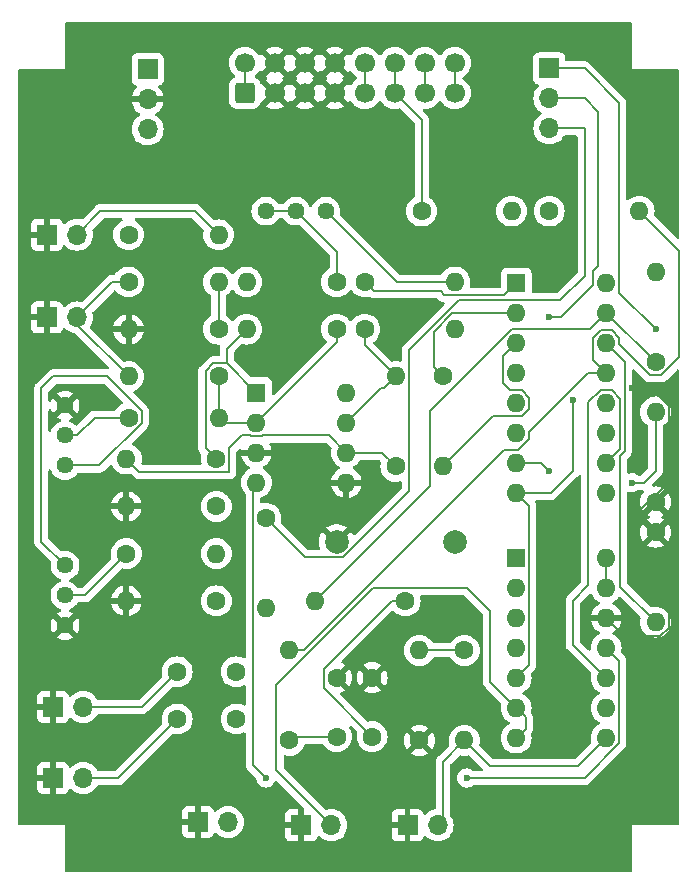
<source format=gbr>
%TF.GenerationSoftware,KiCad,Pcbnew,8.0.0*%
%TF.CreationDate,2024-03-09T23:20:09+01:00*%
%TF.ProjectId,Pure VCO,50757265-2056-4434-9f2e-6b696361645f,rev?*%
%TF.SameCoordinates,Original*%
%TF.FileFunction,Copper,L1,Top*%
%TF.FilePolarity,Positive*%
%FSLAX46Y46*%
G04 Gerber Fmt 4.6, Leading zero omitted, Abs format (unit mm)*
G04 Created by KiCad (PCBNEW 8.0.0) date 2024-03-09 23:20:09*
%MOMM*%
%LPD*%
G01*
G04 APERTURE LIST*
G04 Aperture macros list*
%AMRoundRect*
0 Rectangle with rounded corners*
0 $1 Rounding radius*
0 $2 $3 $4 $5 $6 $7 $8 $9 X,Y pos of 4 corners*
0 Add a 4 corners polygon primitive as box body*
4,1,4,$2,$3,$4,$5,$6,$7,$8,$9,$2,$3,0*
0 Add four circle primitives for the rounded corners*
1,1,$1+$1,$2,$3*
1,1,$1+$1,$4,$5*
1,1,$1+$1,$6,$7*
1,1,$1+$1,$8,$9*
0 Add four rect primitives between the rounded corners*
20,1,$1+$1,$2,$3,$4,$5,0*
20,1,$1+$1,$4,$5,$6,$7,0*
20,1,$1+$1,$6,$7,$8,$9,0*
20,1,$1+$1,$8,$9,$2,$3,0*%
G04 Aperture macros list end*
%TA.AperFunction,ComponentPad*%
%ADD10C,1.600000*%
%TD*%
%TA.AperFunction,ComponentPad*%
%ADD11C,1.440000*%
%TD*%
%TA.AperFunction,ComponentPad*%
%ADD12O,1.600000X1.600000*%
%TD*%
%TA.AperFunction,ComponentPad*%
%ADD13R,1.700000X1.700000*%
%TD*%
%TA.AperFunction,ComponentPad*%
%ADD14O,1.700000X1.700000*%
%TD*%
%TA.AperFunction,ComponentPad*%
%ADD15R,1.600000X1.600000*%
%TD*%
%TA.AperFunction,ComponentPad*%
%ADD16RoundRect,0.250000X0.600000X-0.600000X0.600000X0.600000X-0.600000X0.600000X-0.600000X-0.600000X0*%
%TD*%
%TA.AperFunction,ComponentPad*%
%ADD17C,1.700000*%
%TD*%
%TA.AperFunction,ComponentPad*%
%ADD18C,2.000000*%
%TD*%
%TA.AperFunction,ViaPad*%
%ADD19C,0.600000*%
%TD*%
%TA.AperFunction,Conductor*%
%ADD20C,0.200000*%
%TD*%
G04 APERTURE END LIST*
D10*
%TO.P,C5,1*%
%TO.N,GND*%
X75000000Y-89500000D03*
%TO.P,C5,2*%
%TO.N,Net-(C5-Pad2)*%
X75000000Y-94500000D03*
%TD*%
D11*
%TO.P,RV1,1,1*%
%TO.N,GND*%
X49000000Y-66460000D03*
%TO.P,RV1,2,2*%
%TO.N,Net-(R9-Pad1)*%
X49000000Y-69000000D03*
%TO.P,RV1,3,3*%
%TO.N,+12V*%
X49000000Y-71540000D03*
%TD*%
D10*
%TO.P,C4,1*%
%TO.N,GND*%
X72000000Y-89500000D03*
%TO.P,C4,2*%
%TO.N,Net-(C4-Pad2)*%
X72000000Y-94500000D03*
%TD*%
%TO.P,R10,1*%
%TO.N,GND*%
X79000000Y-94810000D03*
D12*
%TO.P,R10,2*%
%TO.N,Net-(U2C--)*%
X79000000Y-87190000D03*
%TD*%
D10*
%TO.P,R5,1*%
%TO.N,Net-(R5-Pad1)*%
X90000000Y-50000000D03*
D12*
%TO.P,R5,2*%
%TO.N,Net-(U1-VLFI)*%
X97620000Y-50000000D03*
%TD*%
D10*
%TO.P,R8,1*%
%TO.N,Net-(U2A-+)*%
X61810000Y-83000000D03*
D12*
%TO.P,R8,2*%
%TO.N,GND*%
X54190000Y-83000000D03*
%TD*%
D10*
%TO.P,R15,1*%
%TO.N,Net-(C5-Pad2)*%
X77810000Y-83000000D03*
D12*
%TO.P,R15,2*%
%TO.N,Net-(U1-VFCI)*%
X70190000Y-83000000D03*
%TD*%
D13*
%TO.P,J9,1,Pin_1*%
%TO.N,Net-(J9-Pin_1)*%
X90000000Y-37920000D03*
D14*
%TO.P,J9,2,Pin_2*%
%TO.N,Net-(J9-Pin_2)*%
X90000000Y-40460000D03*
%TO.P,J9,3,Pin_3*%
%TO.N,Net-(J9-Pin_3)*%
X90000000Y-43000000D03*
%TD*%
D10*
%TO.P,R2,1*%
%TO.N,Net-(U1-SCALE1)*%
X74380000Y-56000000D03*
D12*
%TO.P,R2,2*%
%TO.N,Net-(R2-Pad2)*%
X82000000Y-56000000D03*
%TD*%
D13*
%TO.P,J1,1,Pin_1*%
%TO.N,GND*%
X48000000Y-92000000D03*
D14*
%TO.P,J1,2,Pin_2*%
%TO.N,Net-(J1-Pin_2)*%
X50540000Y-92000000D03*
%TD*%
D13*
%TO.P,J4,1,Pin_1*%
%TO.N,GND*%
X60265000Y-101735000D03*
D14*
%TO.P,J4,2,Pin_2*%
%TO.N,Net-(J4-Pin_2)*%
X62805000Y-101735000D03*
%TD*%
D13*
%TO.P,J5,1,Pin_1*%
%TO.N,GND*%
X69000000Y-102000000D03*
D14*
%TO.P,J5,2,Pin_2*%
%TO.N,Net-(J5-Pin_2)*%
X71540000Y-102000000D03*
%TD*%
D10*
%TO.P,R1,1*%
%TO.N,GND*%
X99000000Y-74620000D03*
D12*
%TO.P,R1,2*%
%TO.N,Net-(U1-VHFT)*%
X99000000Y-67000000D03*
%TD*%
D13*
%TO.P,J10,1,Pin_1*%
%TO.N,GND*%
X78000000Y-102000000D03*
D14*
%TO.P,J10,2,Pin_2*%
%TO.N,Net-(J10-Pin_2)*%
X80540000Y-102000000D03*
%TD*%
D10*
%TO.P,R7,1*%
%TO.N,Net-(J9-Pin_3)*%
X66000000Y-76000000D03*
D12*
%TO.P,R7,2*%
%TO.N,Net-(U2A-+)*%
X66000000Y-83620000D03*
%TD*%
D10*
%TO.P,R19,1*%
%TO.N,Net-(R18-Pad2)*%
X62000000Y-60000000D03*
D12*
%TO.P,R19,2*%
%TO.N,GND*%
X54380000Y-60000000D03*
%TD*%
D10*
%TO.P,R24,1*%
%TO.N,Net-(R22-Pad2)*%
X74380000Y-60000000D03*
D12*
%TO.P,R24,2*%
%TO.N,Net-(U1-VPWM)*%
X82000000Y-60000000D03*
%TD*%
D10*
%TO.P,R12,1*%
%TO.N,Net-(C4-Pad2)*%
X68000000Y-94810000D03*
D12*
%TO.P,R12,2*%
%TO.N,Net-(U1-VLFI)*%
X68000000Y-87190000D03*
%TD*%
D10*
%TO.P,R14,1*%
%TO.N,Net-(U1-VFCI)*%
X99000000Y-62810000D03*
D12*
%TO.P,R14,2*%
%TO.N,+12V*%
X99000000Y-55190000D03*
%TD*%
D10*
%TO.P,R9,1*%
%TO.N,Net-(R9-Pad1)*%
X54380000Y-67500000D03*
D12*
%TO.P,R9,2*%
%TO.N,Net-(U3A--)*%
X62000000Y-67500000D03*
%TD*%
D10*
%TO.P,R4,1*%
%TO.N,Net-(U1-SCALE2)*%
X81000000Y-64000000D03*
D12*
%TO.P,R4,2*%
%TO.N,Net-(U1-VEE)*%
X81000000Y-71620000D03*
%TD*%
D10*
%TO.P,R18,1*%
%TO.N,Net-(J7-Pin_2)*%
X54380000Y-56000000D03*
D12*
%TO.P,R18,2*%
%TO.N,Net-(R18-Pad2)*%
X62000000Y-56000000D03*
%TD*%
D15*
%TO.P,U2,1*%
%TO.N,Net-(J4-Pin_2)*%
X87200000Y-79375000D03*
D12*
%TO.P,U2,2,-*%
X87200000Y-81915000D03*
%TO.P,U2,3,+*%
%TO.N,Net-(U2A-+)*%
X87200000Y-84455000D03*
%TO.P,U2,4,V+*%
%TO.N,+12V*%
X87200000Y-86995000D03*
%TO.P,U2,5,+*%
%TO.N,Net-(J9-Pin_2)*%
X87200000Y-89535000D03*
%TO.P,U2,6,-*%
%TO.N,Net-(J5-Pin_2)*%
X87200000Y-92075000D03*
%TO.P,U2,7*%
X87200000Y-94615000D03*
%TO.P,U2,8*%
%TO.N,Net-(J10-Pin_2)*%
X94820000Y-94615000D03*
%TO.P,U2,9,-*%
%TO.N,Net-(U2C--)*%
X94820000Y-92075000D03*
%TO.P,U2,10,+*%
%TO.N,Net-(J9-Pin_1)*%
X94820000Y-89535000D03*
%TO.P,U2,11,V-*%
%TO.N,-12V*%
X94820000Y-86995000D03*
%TO.P,U2,12,+*%
%TO.N,GND*%
X94820000Y-84455000D03*
%TO.P,U2,13,-*%
%TO.N,Net-(U2D--)*%
X94820000Y-81915000D03*
%TO.P,U2,14*%
X94820000Y-79375000D03*
%TD*%
D10*
%TO.P,R17,1*%
%TO.N,Net-(R17-Pad1)*%
X54190000Y-79000000D03*
D12*
%TO.P,R17,2*%
%TO.N,Net-(U1-VFCI)*%
X61810000Y-79000000D03*
%TD*%
D10*
%TO.P,R19,1*%
%TO.N,Net-(R19-Pad1)*%
X61810000Y-71000000D03*
D12*
%TO.P,R19,2*%
%TO.N,Net-(U3B--)*%
X54190000Y-71000000D03*
%TD*%
D11*
%TO.P,RV3,1,1*%
%TO.N,Net-(R2-Pad2)*%
X71080000Y-50000000D03*
%TO.P,RV3,2,2*%
%TO.N,Net-(U1-VEE)*%
X68540000Y-50000000D03*
%TO.P,RV3,3,3*%
X66000000Y-50000000D03*
%TD*%
D10*
%TO.P,R3,1*%
%TO.N,Net-(U1-VEE)*%
X72000000Y-56000000D03*
D12*
%TO.P,R3,2*%
%TO.N,-12V*%
X64380000Y-56000000D03*
%TD*%
D10*
%TO.P,R16,1*%
%TO.N,Net-(U1-VFCI)*%
X54380000Y-52000000D03*
D12*
%TO.P,R16,2*%
%TO.N,Net-(J8-Pin_2)*%
X62000000Y-52000000D03*
%TD*%
D10*
%TO.P,C3,1*%
%TO.N,Net-(J3-Pin_2)*%
X58500000Y-93000000D03*
%TO.P,C3,2*%
%TO.N,Net-(U1-VSSI)*%
X63500000Y-93000000D03*
%TD*%
%TO.P,R23,1*%
%TO.N,Net-(U3A--)*%
X72000000Y-60000000D03*
D12*
%TO.P,R23,2*%
%TO.N,Net-(R19-Pad1)*%
X64380000Y-60000000D03*
%TD*%
D13*
%TO.P,J8,1,Pin_1*%
%TO.N,GND*%
X47460000Y-52000000D03*
D14*
%TO.P,J8,2,Pin_2*%
%TO.N,Net-(J8-Pin_2)*%
X50000000Y-52000000D03*
%TD*%
D10*
%TO.P,R22,1*%
%TO.N,Net-(U3B--)*%
X77000000Y-71620000D03*
D12*
%TO.P,R22,2*%
%TO.N,Net-(R22-Pad2)*%
X77000000Y-64000000D03*
%TD*%
D10*
%TO.P,C2,1*%
%TO.N,Net-(J1-Pin_2)*%
X58500000Y-89000000D03*
%TO.P,C2,2*%
%TO.N,Net-(U1-VHSI)*%
X63500000Y-89000000D03*
%TD*%
D11*
%TO.P,RV2,1,1*%
%TO.N,GND*%
X49000000Y-85080000D03*
%TO.P,RV2,2,2*%
%TO.N,Net-(R17-Pad1)*%
X49000000Y-82540000D03*
%TO.P,RV2,3,3*%
%TO.N,+12V*%
X49000000Y-80000000D03*
%TD*%
D13*
%TO.P,J6,1,Pin_1*%
%TO.N,+12V*%
X56000000Y-38000000D03*
D14*
%TO.P,J6,2,Pin_2*%
%TO.N,GND*%
X56000000Y-40540000D03*
%TO.P,J6,3,Pin_3*%
%TO.N,-12V*%
X56000000Y-43080000D03*
%TD*%
D10*
%TO.P,R6,1*%
%TO.N,+12V*%
X79190000Y-50000000D03*
D12*
%TO.P,R6,2*%
%TO.N,Net-(R5-Pad1)*%
X86810000Y-50000000D03*
%TD*%
D15*
%TO.P,U1,1,SCALE1*%
%TO.N,Net-(U1-SCALE1)*%
X87200000Y-56100000D03*
D12*
%TO.P,U1,2,SCALE2*%
%TO.N,Net-(U1-SCALE2)*%
X87200000Y-58640000D03*
%TO.P,U1,3,VEE*%
%TO.N,Net-(U1-VEE)*%
X87200000Y-61180000D03*
%TO.P,U1,4,VP*%
%TO.N,Net-(J9-Pin_3)*%
X87200000Y-63720000D03*
%TO.P,U1,5,VPWM*%
%TO.N,Net-(U1-VPWM)*%
X87200000Y-66260000D03*
%TO.P,U1,6,VHSI*%
%TO.N,Net-(U1-VHSI)*%
X87200000Y-68800000D03*
%TO.P,U1,7,VHFT*%
%TO.N,Net-(U1-VHFT)*%
X87200000Y-71340000D03*
%TO.P,U1,8,VSO*%
%TO.N,Net-(J9-Pin_2)*%
X87200000Y-73880000D03*
%TO.P,U1,9,VSSI*%
%TO.N,Net-(U1-VSSI)*%
X94820000Y-73880000D03*
%TO.P,U1,10,VTO*%
%TO.N,Net-(J9-Pin_1)*%
X94820000Y-71340000D03*
%TO.P,U1,11,CAP*%
%TO.N,Net-(U1-CAP)*%
X94820000Y-68800000D03*
%TO.P,U1,12,GND*%
%TO.N,GND*%
X94820000Y-66260000D03*
%TO.P,U1,13,VLFI*%
%TO.N,Net-(U1-VLFI)*%
X94820000Y-63720000D03*
%TO.P,U1,14,VS*%
%TO.N,Net-(U1-VS)*%
X94820000Y-61180000D03*
%TO.P,U1,15,VFCI*%
%TO.N,Net-(U1-VFCI)*%
X94820000Y-58640000D03*
%TO.P,U1,16,VCC*%
%TO.N,+12V*%
X94820000Y-56100000D03*
%TD*%
D10*
%TO.P,R25,1*%
%TO.N,Net-(U1-VPWM)*%
X61810000Y-75000000D03*
D12*
%TO.P,R25,2*%
%TO.N,GND*%
X54190000Y-75000000D03*
%TD*%
D16*
%TO.P,J2,1,Pin_1*%
%TO.N,-12V*%
X64220000Y-40000000D03*
D17*
%TO.P,J2,2,Pin_2*%
X64220000Y-37460000D03*
%TO.P,J2,3,Pin_3*%
%TO.N,GND*%
X66760000Y-40000000D03*
%TO.P,J2,4,Pin_4*%
X66760000Y-37460000D03*
%TO.P,J2,5,Pin_5*%
X69300000Y-40000000D03*
%TO.P,J2,6,Pin_6*%
X69300000Y-37460000D03*
%TO.P,J2,7,Pin_7*%
X71840000Y-40000000D03*
%TO.P,J2,8,Pin_8*%
X71840000Y-37460000D03*
%TO.P,J2,9,Pin_9*%
%TO.N,Net-(J2-Pin_10)*%
X74380000Y-40000000D03*
%TO.P,J2,10,Pin_10*%
X74380000Y-37460000D03*
%TO.P,J2,11,Pin_11*%
%TO.N,+12V*%
X76920000Y-40000000D03*
%TO.P,J2,12,Pin_12*%
X76920000Y-37460000D03*
%TO.P,J2,13,Pin_13*%
%TO.N,Net-(J2-Pin_13)*%
X79460000Y-40000000D03*
%TO.P,J2,14,Pin_14*%
X79460000Y-37460000D03*
%TO.P,J2,15,Pin_15*%
%TO.N,Net-(J2-Pin_15)*%
X82000000Y-40000000D03*
%TO.P,J2,16,Pin_16*%
X82000000Y-37460000D03*
%TD*%
D18*
%TO.P,C1,1*%
%TO.N,GND*%
X72000000Y-78000000D03*
%TO.P,C1,2*%
%TO.N,Net-(U1-CAP)*%
X82000000Y-78000000D03*
%TD*%
D10*
%TO.P,R18,1*%
%TO.N,Net-(U3A--)*%
X62000000Y-64000000D03*
D12*
%TO.P,R18,2*%
%TO.N,Net-(J7-Pin_2)*%
X54380000Y-64000000D03*
%TD*%
D13*
%TO.P,J7,1,Pin_1*%
%TO.N,GND*%
X47460000Y-59000000D03*
D14*
%TO.P,J7,2,Pin_2*%
%TO.N,Net-(J7-Pin_2)*%
X50000000Y-59000000D03*
%TD*%
D15*
%TO.P,U3,1*%
%TO.N,Net-(R19-Pad1)*%
X65200000Y-65380000D03*
D12*
%TO.P,U3,2,-*%
%TO.N,Net-(U3A--)*%
X65200000Y-67920000D03*
%TO.P,U3,3,+*%
%TO.N,GND*%
X65200000Y-70460000D03*
%TO.P,U3,4,V-*%
%TO.N,-12V*%
X65200000Y-73000000D03*
%TO.P,U3,5,+*%
%TO.N,GND*%
X72820000Y-73000000D03*
%TO.P,U3,6,-*%
%TO.N,Net-(U3B--)*%
X72820000Y-70460000D03*
%TO.P,U3,7*%
%TO.N,Net-(R22-Pad2)*%
X72820000Y-67920000D03*
%TO.P,U3,8,V+*%
%TO.N,+12V*%
X72820000Y-65380000D03*
%TD*%
D10*
%TO.P,R11,1*%
%TO.N,Net-(U2C--)*%
X82810000Y-87190000D03*
D12*
%TO.P,R11,2*%
%TO.N,Net-(J10-Pin_2)*%
X82810000Y-94810000D03*
%TD*%
D13*
%TO.P,J3,1,Pin_1*%
%TO.N,GND*%
X48000000Y-98000000D03*
D14*
%TO.P,J3,2,Pin_2*%
%TO.N,Net-(J3-Pin_2)*%
X50540000Y-98000000D03*
%TD*%
D10*
%TO.P,R13,1*%
%TO.N,GND*%
X99000000Y-77190000D03*
D12*
%TO.P,R13,2*%
%TO.N,Net-(U1-VS)*%
X99000000Y-84810000D03*
%TD*%
D19*
%TO.N,GND*%
X97000000Y-76000000D03*
X97000000Y-65000000D03*
%TO.N,-12V*%
X66000000Y-98000000D03*
X83000000Y-98000000D03*
%TO.N,Net-(J9-Pin_1)*%
X99000000Y-60000000D03*
%TO.N,Net-(J9-Pin_2)*%
X90000000Y-59000000D03*
X92000000Y-66000000D03*
%TO.N,Net-(U1-VHFT)*%
X90000000Y-72000000D03*
X97000000Y-73000000D03*
%TD*%
D20*
%TO.N,GND*%
X100100000Y-78290000D02*
X100100000Y-85265635D01*
X100100000Y-85265635D02*
X99365635Y-86000000D01*
X100100000Y-66544365D02*
X98555635Y-65000000D01*
X99000000Y-77190000D02*
X100100000Y-78290000D01*
X97000000Y-76000000D02*
X100100000Y-72900000D01*
X96365000Y-86000000D02*
X94820000Y-84455000D01*
X100100000Y-72900000D02*
X100100000Y-66544365D01*
X98555635Y-65000000D02*
X97000000Y-65000000D01*
X99365635Y-86000000D02*
X96365000Y-86000000D01*
%TO.N,Net-(C4-Pad2)*%
X72000000Y-94500000D02*
X68310000Y-94500000D01*
X68310000Y-94500000D02*
X68000000Y-94810000D01*
%TO.N,Net-(C5-Pad2)*%
X70900000Y-88778630D02*
X70900000Y-90400000D01*
X76678630Y-83000000D02*
X70900000Y-88778630D01*
X70900000Y-90400000D02*
X75000000Y-94500000D01*
X77810000Y-83000000D02*
X76678630Y-83000000D01*
%TO.N,Net-(U1-VEE)*%
X85260000Y-67360000D02*
X87655635Y-67360000D01*
X88300000Y-65804365D02*
X87655635Y-65160000D01*
X87655635Y-65160000D02*
X86665686Y-65160000D01*
X81000000Y-71620000D02*
X85260000Y-67360000D01*
X88300000Y-66715635D02*
X88300000Y-65804365D01*
X72000000Y-53460000D02*
X68540000Y-50000000D01*
X87655635Y-67360000D02*
X88300000Y-66715635D01*
X86100000Y-62280000D02*
X87200000Y-61180000D01*
X86665686Y-65160000D02*
X86100000Y-64594314D01*
X86100000Y-64594314D02*
X86100000Y-62280000D01*
X68540000Y-50000000D02*
X66000000Y-50000000D01*
X72000000Y-56000000D02*
X72000000Y-53460000D01*
%TO.N,Net-(U1-SCALE1)*%
X80799999Y-56799999D02*
X81100000Y-57100000D01*
X81100000Y-57100000D02*
X86200000Y-57100000D01*
X86200000Y-57100000D02*
X87200000Y-56100000D01*
X75179999Y-56799999D02*
X80799999Y-56799999D01*
X74380000Y-56000000D02*
X75179999Y-56799999D01*
%TO.N,-12V*%
X83000000Y-98000000D02*
X92990635Y-98000000D01*
X95920000Y-95070635D02*
X95920000Y-88095000D01*
X95920000Y-88095000D02*
X94820000Y-86995000D01*
X64900000Y-96900000D02*
X66000000Y-98000000D01*
X64220000Y-37460000D02*
X64220000Y-40000000D01*
X92990635Y-98000000D02*
X95920000Y-95070635D01*
X64900000Y-73300000D02*
X64900000Y-96900000D01*
X65200000Y-73000000D02*
X64900000Y-73300000D01*
%TO.N,Net-(U1-SCALE2)*%
X80200001Y-60244364D02*
X81804365Y-58640000D01*
X81000000Y-64000000D02*
X80200001Y-63200001D01*
X81804365Y-58640000D02*
X87200000Y-58640000D01*
X80200001Y-63200001D02*
X80200001Y-60244364D01*
%TO.N,Net-(U1-VLFI)*%
X88300000Y-69255635D02*
X88300000Y-68700000D01*
X86178679Y-70240000D02*
X87315635Y-70240000D01*
X69228679Y-87190000D02*
X86178679Y-70240000D01*
X95275635Y-60080000D02*
X95920000Y-60724365D01*
X88300000Y-68700000D02*
X93280000Y-63720000D01*
X98544365Y-63910000D02*
X99455635Y-63910000D01*
X87315635Y-70240000D02*
X88300000Y-69255635D01*
X68000000Y-87190000D02*
X69228679Y-87190000D01*
X93720000Y-62620000D02*
X93720000Y-60724365D01*
X95920000Y-61285635D02*
X98544365Y-63910000D01*
X101000000Y-53380000D02*
X97620000Y-50000000D01*
X95920000Y-60724365D02*
X95920000Y-61285635D01*
X94364365Y-60080000D02*
X95275635Y-60080000D01*
X99455635Y-63910000D02*
X101000000Y-62365635D01*
X93720000Y-60724365D02*
X94364365Y-60080000D01*
X94820000Y-63720000D02*
X93720000Y-62620000D01*
X101000000Y-62365635D02*
X101000000Y-53380000D01*
X93280000Y-63720000D02*
X94820000Y-63720000D01*
%TO.N,+12V*%
X47000000Y-78000000D02*
X49000000Y-80000000D01*
X51895635Y-71540000D02*
X55480000Y-67955635D01*
X52564365Y-64000000D02*
X48000000Y-64000000D01*
X76920000Y-40000000D02*
X76920000Y-37460000D01*
X48000000Y-64000000D02*
X47000000Y-65000000D01*
X55480000Y-67955635D02*
X55480000Y-66915635D01*
X55480000Y-66915635D02*
X52564365Y-64000000D01*
X79190000Y-50000000D02*
X79190000Y-42270000D01*
X79190000Y-42270000D02*
X76920000Y-40000000D01*
X49000000Y-71540000D02*
X51895635Y-71540000D01*
X47000000Y-65000000D02*
X47000000Y-78000000D01*
%TO.N,Net-(J9-Pin_3)*%
X82338679Y-57540000D02*
X90940000Y-57540000D01*
X90940000Y-57540000D02*
X93000000Y-55480000D01*
X78100000Y-61778679D02*
X82338679Y-57540000D01*
X93000000Y-55480000D02*
X93000000Y-43000000D01*
X66000000Y-76000000D02*
X69300000Y-79300000D01*
X93000000Y-43000000D02*
X90000000Y-43000000D01*
X78100000Y-73738478D02*
X78100000Y-61778679D01*
X72538478Y-79300000D02*
X78100000Y-73738478D01*
X69300000Y-79300000D02*
X72538478Y-79300000D01*
%TO.N,Net-(U2C--)*%
X82810000Y-87190000D02*
X79000000Y-87190000D01*
%TO.N,Net-(U1-VS)*%
X96400000Y-62760000D02*
X96400000Y-70325686D01*
X96000000Y-81810000D02*
X99000000Y-84810000D01*
X96000000Y-70725686D02*
X96000000Y-81810000D01*
X94820000Y-61180000D02*
X96400000Y-62760000D01*
X96400000Y-70325686D02*
X96000000Y-70725686D01*
%TO.N,Net-(U1-VFCI)*%
X99000000Y-62810000D02*
X94830000Y-58640000D01*
X94830000Y-58640000D02*
X94820000Y-58640000D01*
X86824365Y-60000000D02*
X93460000Y-60000000D01*
X70190000Y-83000000D02*
X79900000Y-73290000D01*
X79900000Y-66924365D02*
X86824365Y-60000000D01*
X93460000Y-60000000D02*
X94820000Y-58640000D01*
X79900000Y-73290000D02*
X79900000Y-66924365D01*
%TO.N,Net-(R17-Pad1)*%
X50650000Y-82540000D02*
X54190000Y-79000000D01*
X49000000Y-82540000D02*
X50650000Y-82540000D01*
%TO.N,Net-(J9-Pin_1)*%
X95275635Y-65160000D02*
X96000000Y-65884365D01*
X92000000Y-83000000D02*
X93320000Y-81680000D01*
X93320000Y-66204365D02*
X94364365Y-65160000D01*
X99000000Y-60000000D02*
X95920000Y-56920000D01*
X94364365Y-65160000D02*
X95275635Y-65160000D01*
X96000000Y-65884365D02*
X96000000Y-70160000D01*
X93320000Y-81680000D02*
X93320000Y-66204365D01*
X95920000Y-56920000D02*
X95920000Y-40840000D01*
X92000000Y-86715000D02*
X92000000Y-83000000D01*
X93000000Y-37920000D02*
X90000000Y-37920000D01*
X95920000Y-40840000D02*
X93000000Y-37920000D01*
X96000000Y-70160000D02*
X94820000Y-71340000D01*
X94820000Y-89535000D02*
X92000000Y-86715000D01*
%TO.N,Net-(J9-Pin_2)*%
X93000000Y-40460000D02*
X90000000Y-40460000D01*
X87200000Y-73880000D02*
X88300000Y-74980000D01*
X88300000Y-88435000D02*
X87200000Y-89535000D01*
X94150000Y-41610000D02*
X94150000Y-54650000D01*
X93720000Y-55080000D02*
X93720000Y-56280000D01*
X92000000Y-66000000D02*
X92000000Y-72000000D01*
X92000000Y-72000000D02*
X90120000Y-73880000D01*
X90120000Y-73880000D02*
X87200000Y-73880000D01*
X93000000Y-40460000D02*
X94150000Y-41610000D01*
X94150000Y-54650000D02*
X93720000Y-55080000D01*
X93720000Y-56280000D02*
X91000000Y-59000000D01*
X91000000Y-59000000D02*
X90000000Y-59000000D01*
X88300000Y-74980000D02*
X88300000Y-88435000D01*
%TO.N,Net-(U2D--)*%
X94820000Y-81915000D02*
X94820000Y-79375000D01*
%TO.N,Net-(R18-Pad2)*%
X62000000Y-56000000D02*
X62000000Y-60000000D01*
%TO.N,Net-(J2-Pin_13)*%
X79460000Y-37460000D02*
X79460000Y-40000000D01*
%TO.N,Net-(J2-Pin_15)*%
X82000000Y-37460000D02*
X82000000Y-40000000D01*
%TO.N,Net-(J2-Pin_10)*%
X74380000Y-37460000D02*
X74380000Y-40000000D01*
%TO.N,Net-(R2-Pad2)*%
X77080000Y-56000000D02*
X71080000Y-50000000D01*
X82000000Y-56000000D02*
X77080000Y-56000000D01*
%TO.N,Net-(J1-Pin_2)*%
X50540000Y-92000000D02*
X55500000Y-92000000D01*
X55500000Y-92000000D02*
X58500000Y-89000000D01*
%TO.N,Net-(J3-Pin_2)*%
X50540000Y-98000000D02*
X53500000Y-98000000D01*
X53500000Y-98000000D02*
X58500000Y-93000000D01*
%TO.N,Net-(J5-Pin_2)*%
X85000000Y-83895000D02*
X85000000Y-89875000D01*
X87999999Y-92874999D02*
X87200000Y-92075000D01*
X66900000Y-97360000D02*
X66900000Y-90084365D01*
X75084365Y-81900000D02*
X83005000Y-81900000D01*
X83005000Y-81900000D02*
X85000000Y-83895000D01*
X71540000Y-102000000D02*
X66900000Y-97360000D01*
X87200000Y-94615000D02*
X88000000Y-93815000D01*
X85000000Y-89875000D02*
X87200000Y-92075000D01*
X66900000Y-90084365D02*
X75084365Y-81900000D01*
X88000000Y-93815000D02*
X87999999Y-92874999D01*
%TO.N,Net-(J7-Pin_2)*%
X54380000Y-64000000D02*
X50000000Y-59620000D01*
X50000000Y-59000000D02*
X53000000Y-56000000D01*
X53000000Y-56000000D02*
X54380000Y-56000000D01*
X50000000Y-59620000D02*
X50000000Y-59000000D01*
%TO.N,Net-(J8-Pin_2)*%
X52000000Y-50000000D02*
X60000000Y-50000000D01*
X50000000Y-52000000D02*
X52000000Y-50000000D01*
X60000000Y-50000000D02*
X62000000Y-52000000D01*
%TO.N,Net-(J10-Pin_2)*%
X82810000Y-94810000D02*
X81000000Y-96620000D01*
X92435000Y-97000000D02*
X94820000Y-94615000D01*
X81000000Y-101540000D02*
X80540000Y-102000000D01*
X82810000Y-94810000D02*
X85000000Y-97000000D01*
X85000000Y-97000000D02*
X92435000Y-97000000D01*
X81000000Y-96620000D02*
X81000000Y-101540000D01*
%TO.N,Net-(R9-Pad1)*%
X50000000Y-69000000D02*
X49000000Y-69000000D01*
X54380000Y-67500000D02*
X51500000Y-67500000D01*
X51500000Y-67500000D02*
X50000000Y-69000000D01*
%TO.N,Net-(U3A--)*%
X72000000Y-61120000D02*
X65200000Y-67920000D01*
X65200000Y-67920000D02*
X62420000Y-67920000D01*
X62000000Y-67500000D02*
X62000000Y-64000000D01*
X62420000Y-67920000D02*
X62000000Y-67500000D01*
X72000000Y-60000000D02*
X72000000Y-61120000D01*
%TO.N,Net-(R19-Pad1)*%
X62720000Y-61660000D02*
X62720000Y-62900000D01*
X60900000Y-70090000D02*
X60900000Y-63544365D01*
X60900000Y-63544365D02*
X61544365Y-62900000D01*
X62720000Y-62900000D02*
X65200000Y-65380000D01*
X61544365Y-62900000D02*
X62720000Y-62900000D01*
X61810000Y-71000000D02*
X60900000Y-70090000D01*
X64380000Y-60000000D02*
X62720000Y-61660000D01*
%TO.N,Net-(U3B--)*%
X65655635Y-69020000D02*
X65675635Y-69000000D01*
X71360000Y-69000000D02*
X72820000Y-70460000D01*
X55290000Y-72100000D02*
X62900000Y-72100000D01*
X65675635Y-69000000D02*
X71360000Y-69000000D01*
X64724365Y-69000000D02*
X64744365Y-69020000D01*
X62910000Y-70090000D02*
X64000000Y-69000000D01*
X62900000Y-72100000D02*
X62900000Y-71465635D01*
X75840000Y-70460000D02*
X77000000Y-71620000D01*
X62900000Y-71465635D02*
X62910000Y-71455635D01*
X72820000Y-70460000D02*
X75840000Y-70460000D01*
X54190000Y-71000000D02*
X55290000Y-72100000D01*
X64000000Y-69000000D02*
X64724365Y-69000000D01*
X64744365Y-69020000D02*
X65655635Y-69020000D01*
X62910000Y-71455635D02*
X62910000Y-70090000D01*
%TO.N,Net-(R22-Pad2)*%
X74380000Y-60000000D02*
X74380000Y-61380000D01*
X77000000Y-64000000D02*
X76000000Y-65000000D01*
X74380000Y-61380000D02*
X77000000Y-64000000D01*
X75740000Y-65000000D02*
X72820000Y-67920000D01*
X76000000Y-65000000D02*
X75740000Y-65000000D01*
%TO.N,Net-(U1-VHFT)*%
X98000000Y-73000000D02*
X97000000Y-73000000D01*
X90000000Y-72000000D02*
X89340000Y-71340000D01*
X99000000Y-67000000D02*
X99000000Y-72000000D01*
X89340000Y-71340000D02*
X87200000Y-71340000D01*
X99000000Y-72000000D02*
X98000000Y-73000000D01*
%TD*%
%TA.AperFunction,Conductor*%
%TO.N,GND*%
G36*
X66294075Y-37652993D02*
G01*
X66359901Y-37767007D01*
X66452993Y-37860099D01*
X66567007Y-37925925D01*
X66630590Y-37942962D01*
X65998625Y-38574925D01*
X66075031Y-38628425D01*
X66118655Y-38683002D01*
X66125848Y-38752501D01*
X66094326Y-38814855D01*
X66075029Y-38831576D01*
X65998625Y-38885072D01*
X66630590Y-39517037D01*
X66567007Y-39534075D01*
X66452993Y-39599901D01*
X66359901Y-39692993D01*
X66294075Y-39807007D01*
X66277037Y-39870590D01*
X65640655Y-39234208D01*
X65588806Y-39223788D01*
X65538623Y-39175173D01*
X65528793Y-39153031D01*
X65520697Y-39128599D01*
X65504814Y-39080666D01*
X65412712Y-38931344D01*
X65288656Y-38807288D01*
X65139334Y-38715186D01*
X65130733Y-38712336D01*
X65073290Y-38672564D01*
X65046467Y-38608048D01*
X65058782Y-38539272D01*
X65087767Y-38502517D01*
X65087573Y-38502323D01*
X65089219Y-38500676D01*
X65090040Y-38499636D01*
X65091388Y-38498504D01*
X65091401Y-38498495D01*
X65258495Y-38331401D01*
X65388732Y-38145403D01*
X65443307Y-38101780D01*
X65512805Y-38094586D01*
X65575160Y-38126109D01*
X65591880Y-38145405D01*
X65645073Y-38221373D01*
X66277037Y-37589409D01*
X66294075Y-37652993D01*
G37*
%TD.AperFunction*%
%TA.AperFunction,Conductor*%
G36*
X68834075Y-37652993D02*
G01*
X68899901Y-37767007D01*
X68992993Y-37860099D01*
X69107007Y-37925925D01*
X69170590Y-37942962D01*
X68538625Y-38574925D01*
X68615031Y-38628425D01*
X68658655Y-38683002D01*
X68665848Y-38752501D01*
X68634326Y-38814855D01*
X68615029Y-38831576D01*
X68538625Y-38885072D01*
X69170590Y-39517037D01*
X69107007Y-39534075D01*
X68992993Y-39599901D01*
X68899901Y-39692993D01*
X68834075Y-39807007D01*
X68817037Y-39870590D01*
X68185072Y-39238625D01*
X68185072Y-39238626D01*
X68131574Y-39315030D01*
X68076998Y-39358655D01*
X68007499Y-39365849D01*
X67945144Y-39334326D01*
X67928424Y-39315030D01*
X67874925Y-39238626D01*
X67874925Y-39238625D01*
X67242962Y-39870589D01*
X67225925Y-39807007D01*
X67160099Y-39692993D01*
X67067007Y-39599901D01*
X66952993Y-39534075D01*
X66889410Y-39517037D01*
X67521373Y-38885073D01*
X67444969Y-38831576D01*
X67401344Y-38776999D01*
X67394150Y-38707501D01*
X67425672Y-38645146D01*
X67444968Y-38628425D01*
X67521373Y-38574925D01*
X66889409Y-37942962D01*
X66952993Y-37925925D01*
X67067007Y-37860099D01*
X67160099Y-37767007D01*
X67225925Y-37652993D01*
X67242962Y-37589409D01*
X67874925Y-38221373D01*
X67928425Y-38144968D01*
X67983002Y-38101344D01*
X68052501Y-38094151D01*
X68114855Y-38125673D01*
X68131576Y-38144969D01*
X68185073Y-38221372D01*
X68817037Y-37589409D01*
X68834075Y-37652993D01*
G37*
%TD.AperFunction*%
%TA.AperFunction,Conductor*%
G36*
X71374075Y-37652993D02*
G01*
X71439901Y-37767007D01*
X71532993Y-37860099D01*
X71647007Y-37925925D01*
X71710590Y-37942962D01*
X71078625Y-38574925D01*
X71155031Y-38628425D01*
X71198655Y-38683002D01*
X71205848Y-38752501D01*
X71174326Y-38814855D01*
X71155029Y-38831576D01*
X71078625Y-38885072D01*
X71710590Y-39517037D01*
X71647007Y-39534075D01*
X71532993Y-39599901D01*
X71439901Y-39692993D01*
X71374075Y-39807007D01*
X71357037Y-39870590D01*
X70725072Y-39238625D01*
X70725072Y-39238626D01*
X70671574Y-39315030D01*
X70616998Y-39358655D01*
X70547499Y-39365849D01*
X70485144Y-39334326D01*
X70468424Y-39315030D01*
X70414925Y-39238626D01*
X70414925Y-39238625D01*
X69782962Y-39870589D01*
X69765925Y-39807007D01*
X69700099Y-39692993D01*
X69607007Y-39599901D01*
X69492993Y-39534075D01*
X69429410Y-39517037D01*
X70061373Y-38885073D01*
X69984969Y-38831576D01*
X69941344Y-38776999D01*
X69934150Y-38707501D01*
X69965672Y-38645146D01*
X69984968Y-38628425D01*
X70061373Y-38574925D01*
X69429409Y-37942962D01*
X69492993Y-37925925D01*
X69607007Y-37860099D01*
X69700099Y-37767007D01*
X69765925Y-37652993D01*
X69782962Y-37589410D01*
X70414925Y-38221373D01*
X70468425Y-38144968D01*
X70523002Y-38101344D01*
X70592501Y-38094151D01*
X70654855Y-38125673D01*
X70671576Y-38144969D01*
X70725073Y-38221372D01*
X71357037Y-37589409D01*
X71374075Y-37652993D01*
G37*
%TD.AperFunction*%
%TA.AperFunction,Conductor*%
G36*
X72954925Y-38221373D02*
G01*
X73008119Y-38145405D01*
X73062696Y-38101781D01*
X73132195Y-38094588D01*
X73194549Y-38126110D01*
X73211269Y-38145405D01*
X73341505Y-38331401D01*
X73341506Y-38331402D01*
X73508597Y-38498493D01*
X73508603Y-38498498D01*
X73694158Y-38628425D01*
X73737783Y-38683002D01*
X73744977Y-38752500D01*
X73713454Y-38814855D01*
X73694158Y-38831575D01*
X73508597Y-38961505D01*
X73341505Y-39128597D01*
X73211269Y-39314595D01*
X73156692Y-39358220D01*
X73087194Y-39365414D01*
X73024839Y-39333891D01*
X73008119Y-39314595D01*
X72954925Y-39238626D01*
X72954925Y-39238625D01*
X72322962Y-39870589D01*
X72305925Y-39807007D01*
X72240099Y-39692993D01*
X72147007Y-39599901D01*
X72032993Y-39534075D01*
X71969410Y-39517037D01*
X72601373Y-38885073D01*
X72524969Y-38831576D01*
X72481344Y-38776999D01*
X72474150Y-38707501D01*
X72505672Y-38645146D01*
X72524968Y-38628425D01*
X72601373Y-38574925D01*
X71969409Y-37942962D01*
X72032993Y-37925925D01*
X72147007Y-37860099D01*
X72240099Y-37767007D01*
X72305925Y-37652993D01*
X72322962Y-37589410D01*
X72954925Y-38221373D01*
G37*
%TD.AperFunction*%
%TA.AperFunction,Conductor*%
G36*
X96943039Y-34019685D02*
G01*
X96988794Y-34072489D01*
X97000000Y-34124000D01*
X97000000Y-38000000D01*
X100876000Y-38000000D01*
X100943039Y-38019685D01*
X100988794Y-38072489D01*
X101000000Y-38124000D01*
X101000000Y-52231403D01*
X100980315Y-52298442D01*
X100927511Y-52344197D01*
X100858353Y-52354141D01*
X100794797Y-52325116D01*
X100788319Y-52319084D01*
X98911941Y-50442706D01*
X98878456Y-50381383D01*
X98879847Y-50322931D01*
X98905635Y-50226692D01*
X98925468Y-50000000D01*
X98905635Y-49773308D01*
X98854100Y-49580977D01*
X98846741Y-49553511D01*
X98846738Y-49553502D01*
X98794009Y-49440425D01*
X98750568Y-49347266D01*
X98620047Y-49160861D01*
X98620045Y-49160858D01*
X98459141Y-48999954D01*
X98272734Y-48869432D01*
X98272732Y-48869431D01*
X98066497Y-48773261D01*
X98066488Y-48773258D01*
X97846697Y-48714366D01*
X97846693Y-48714365D01*
X97846692Y-48714365D01*
X97846691Y-48714364D01*
X97846686Y-48714364D01*
X97620002Y-48694532D01*
X97619998Y-48694532D01*
X97393313Y-48714364D01*
X97393302Y-48714366D01*
X97173511Y-48773258D01*
X97173502Y-48773261D01*
X96967267Y-48869431D01*
X96967265Y-48869432D01*
X96780858Y-48999954D01*
X96732181Y-49048632D01*
X96670858Y-49082117D01*
X96601166Y-49077133D01*
X96545233Y-49035261D01*
X96520816Y-48969797D01*
X96520500Y-48960951D01*
X96520500Y-40929060D01*
X96520501Y-40929047D01*
X96520501Y-40760944D01*
X96520501Y-40760943D01*
X96479577Y-40608216D01*
X96400952Y-40472032D01*
X96400524Y-40471290D01*
X96400518Y-40471282D01*
X95009899Y-39080663D01*
X93487589Y-37558354D01*
X93487588Y-37558352D01*
X93368717Y-37439481D01*
X93368709Y-37439475D01*
X93263664Y-37378828D01*
X93263663Y-37378827D01*
X93263663Y-37378828D01*
X93231785Y-37360423D01*
X93079057Y-37319499D01*
X92920943Y-37319499D01*
X92913347Y-37319499D01*
X92913331Y-37319500D01*
X91474499Y-37319500D01*
X91407460Y-37299815D01*
X91361705Y-37247011D01*
X91350499Y-37195500D01*
X91350499Y-37022129D01*
X91350498Y-37022123D01*
X91350497Y-37022116D01*
X91344091Y-36962517D01*
X91343152Y-36960000D01*
X91293797Y-36827671D01*
X91293793Y-36827664D01*
X91207547Y-36712455D01*
X91207544Y-36712452D01*
X91092335Y-36626206D01*
X91092328Y-36626202D01*
X90957482Y-36575908D01*
X90957483Y-36575908D01*
X90897883Y-36569501D01*
X90897881Y-36569500D01*
X90897873Y-36569500D01*
X90897864Y-36569500D01*
X89102129Y-36569500D01*
X89102123Y-36569501D01*
X89042516Y-36575908D01*
X88907671Y-36626202D01*
X88907664Y-36626206D01*
X88792455Y-36712452D01*
X88792452Y-36712455D01*
X88706206Y-36827664D01*
X88706202Y-36827671D01*
X88655908Y-36962517D01*
X88652272Y-36996344D01*
X88649501Y-37022123D01*
X88649500Y-37022135D01*
X88649500Y-38817870D01*
X88649501Y-38817876D01*
X88655908Y-38877483D01*
X88706202Y-39012328D01*
X88706206Y-39012335D01*
X88792452Y-39127544D01*
X88792455Y-39127547D01*
X88907664Y-39213793D01*
X88907671Y-39213797D01*
X89039081Y-39262810D01*
X89095015Y-39304681D01*
X89119432Y-39370145D01*
X89104580Y-39438418D01*
X89083430Y-39466673D01*
X88961503Y-39588600D01*
X88825965Y-39782169D01*
X88825964Y-39782171D01*
X88726098Y-39996335D01*
X88726094Y-39996344D01*
X88664938Y-40224586D01*
X88664936Y-40224596D01*
X88644341Y-40459999D01*
X88644341Y-40460000D01*
X88664936Y-40695403D01*
X88664938Y-40695413D01*
X88726094Y-40923655D01*
X88726096Y-40923659D01*
X88726097Y-40923663D01*
X88793709Y-41068656D01*
X88825965Y-41137830D01*
X88825967Y-41137834D01*
X88961501Y-41331395D01*
X88961506Y-41331402D01*
X89128597Y-41498493D01*
X89128603Y-41498498D01*
X89314158Y-41628425D01*
X89357783Y-41683002D01*
X89364977Y-41752500D01*
X89333454Y-41814855D01*
X89314158Y-41831575D01*
X89128597Y-41961505D01*
X88961505Y-42128597D01*
X88825965Y-42322169D01*
X88825964Y-42322171D01*
X88726098Y-42536335D01*
X88726094Y-42536344D01*
X88664938Y-42764586D01*
X88664936Y-42764596D01*
X88644341Y-42999999D01*
X88644341Y-43000000D01*
X88664936Y-43235403D01*
X88664938Y-43235413D01*
X88726094Y-43463655D01*
X88726096Y-43463659D01*
X88726097Y-43463663D01*
X88798839Y-43619658D01*
X88825965Y-43677830D01*
X88825967Y-43677834D01*
X88881984Y-43757834D01*
X88961505Y-43871401D01*
X89128599Y-44038495D01*
X89225384Y-44106265D01*
X89322165Y-44174032D01*
X89322167Y-44174033D01*
X89322170Y-44174035D01*
X89536337Y-44273903D01*
X89764592Y-44335063D01*
X89952918Y-44351539D01*
X89999999Y-44355659D01*
X90000000Y-44355659D01*
X90000001Y-44355659D01*
X90039234Y-44352226D01*
X90235408Y-44335063D01*
X90463663Y-44273903D01*
X90677830Y-44174035D01*
X90871401Y-44038495D01*
X91038495Y-43871401D01*
X91174035Y-43677830D01*
X91176707Y-43672097D01*
X91222878Y-43619658D01*
X91289091Y-43600500D01*
X92275500Y-43600500D01*
X92342539Y-43620185D01*
X92388294Y-43672989D01*
X92399500Y-43724500D01*
X92399500Y-55179903D01*
X92379815Y-55246942D01*
X92363181Y-55267584D01*
X90727584Y-56903181D01*
X90666261Y-56936666D01*
X90639903Y-56939500D01*
X88624500Y-56939500D01*
X88557461Y-56919815D01*
X88511706Y-56867011D01*
X88500500Y-56815500D01*
X88500499Y-55252129D01*
X88500498Y-55252123D01*
X88500497Y-55252116D01*
X88494091Y-55192517D01*
X88493152Y-55190000D01*
X88443797Y-55057671D01*
X88443793Y-55057664D01*
X88357547Y-54942455D01*
X88357544Y-54942452D01*
X88242335Y-54856206D01*
X88242328Y-54856202D01*
X88107482Y-54805908D01*
X88107483Y-54805908D01*
X88047883Y-54799501D01*
X88047881Y-54799500D01*
X88047873Y-54799500D01*
X88047864Y-54799500D01*
X86352129Y-54799500D01*
X86352123Y-54799501D01*
X86292516Y-54805908D01*
X86157671Y-54856202D01*
X86157664Y-54856206D01*
X86042455Y-54942452D01*
X86042452Y-54942455D01*
X85956206Y-55057664D01*
X85956202Y-55057671D01*
X85905908Y-55192517D01*
X85901743Y-55231265D01*
X85899500Y-55252127D01*
X85899500Y-55842734D01*
X85899501Y-56375500D01*
X85879816Y-56442539D01*
X85827013Y-56488294D01*
X85775501Y-56499500D01*
X83374137Y-56499500D01*
X83307098Y-56479815D01*
X83261343Y-56427011D01*
X83251399Y-56357853D01*
X83254362Y-56343407D01*
X83268263Y-56291524D01*
X83285635Y-56226692D01*
X83305468Y-56000000D01*
X83285635Y-55773308D01*
X83226739Y-55553504D01*
X83130568Y-55347266D01*
X83000047Y-55160861D01*
X83000045Y-55160858D01*
X82839141Y-54999954D01*
X82652734Y-54869432D01*
X82652732Y-54869431D01*
X82446497Y-54773261D01*
X82446488Y-54773258D01*
X82226697Y-54714366D01*
X82226693Y-54714365D01*
X82226692Y-54714365D01*
X82226691Y-54714364D01*
X82226686Y-54714364D01*
X82000002Y-54694532D01*
X81999998Y-54694532D01*
X81773313Y-54714364D01*
X81773302Y-54714366D01*
X81553511Y-54773258D01*
X81553502Y-54773261D01*
X81347267Y-54869431D01*
X81347265Y-54869432D01*
X81160858Y-54999954D01*
X80999954Y-55160858D01*
X80977787Y-55192517D01*
X80869881Y-55346624D01*
X80815307Y-55390248D01*
X80768308Y-55399500D01*
X77380097Y-55399500D01*
X77313058Y-55379815D01*
X77292416Y-55363181D01*
X72306621Y-50377386D01*
X72273136Y-50316063D01*
X72274526Y-50257613D01*
X72286549Y-50212747D01*
X72305162Y-50000000D01*
X72286549Y-49787253D01*
X72231276Y-49580970D01*
X72141021Y-49387419D01*
X72018529Y-49212481D01*
X72018527Y-49212478D01*
X71867521Y-49061472D01*
X71727707Y-48963574D01*
X71692581Y-48938979D01*
X71692580Y-48938978D01*
X71692578Y-48938977D01*
X71692579Y-48938977D01*
X71543436Y-48869431D01*
X71499030Y-48848724D01*
X71499026Y-48848723D01*
X71499022Y-48848721D01*
X71292752Y-48793452D01*
X71292748Y-48793451D01*
X71292747Y-48793451D01*
X71292746Y-48793450D01*
X71292741Y-48793450D01*
X71080002Y-48774838D01*
X71079998Y-48774838D01*
X70867258Y-48793450D01*
X70867247Y-48793452D01*
X70660977Y-48848721D01*
X70660968Y-48848725D01*
X70467421Y-48938977D01*
X70292478Y-49061472D01*
X70141472Y-49212478D01*
X70018977Y-49387421D01*
X69928725Y-49580968D01*
X69926870Y-49586064D01*
X69924749Y-49585292D01*
X69893406Y-49636710D01*
X69830558Y-49667237D01*
X69761183Y-49658939D01*
X69707307Y-49614452D01*
X69694169Y-49585685D01*
X69693130Y-49586064D01*
X69691279Y-49580983D01*
X69691276Y-49580970D01*
X69601021Y-49387419D01*
X69478529Y-49212481D01*
X69478527Y-49212478D01*
X69327521Y-49061472D01*
X69187707Y-48963574D01*
X69152581Y-48938979D01*
X69152580Y-48938978D01*
X69152578Y-48938977D01*
X69152579Y-48938977D01*
X69003436Y-48869431D01*
X68959030Y-48848724D01*
X68959026Y-48848723D01*
X68959022Y-48848721D01*
X68752752Y-48793452D01*
X68752748Y-48793451D01*
X68752747Y-48793451D01*
X68752746Y-48793450D01*
X68752741Y-48793450D01*
X68540002Y-48774838D01*
X68539998Y-48774838D01*
X68327258Y-48793450D01*
X68327247Y-48793452D01*
X68120977Y-48848721D01*
X68120968Y-48848725D01*
X67927421Y-48938977D01*
X67752478Y-49061472D01*
X67601472Y-49212478D01*
X67507544Y-49346623D01*
X67452967Y-49390248D01*
X67405969Y-49399500D01*
X67134031Y-49399500D01*
X67066992Y-49379815D01*
X67032456Y-49346623D01*
X66938527Y-49212478D01*
X66787521Y-49061472D01*
X66647707Y-48963574D01*
X66612581Y-48938979D01*
X66612580Y-48938978D01*
X66612578Y-48938977D01*
X66612579Y-48938977D01*
X66463436Y-48869431D01*
X66419030Y-48848724D01*
X66419026Y-48848723D01*
X66419022Y-48848721D01*
X66212752Y-48793452D01*
X66212748Y-48793451D01*
X66212747Y-48793451D01*
X66212746Y-48793450D01*
X66212741Y-48793450D01*
X66000002Y-48774838D01*
X65999998Y-48774838D01*
X65787258Y-48793450D01*
X65787247Y-48793452D01*
X65580977Y-48848721D01*
X65580968Y-48848725D01*
X65387421Y-48938977D01*
X65212478Y-49061472D01*
X65061472Y-49212478D01*
X64938977Y-49387421D01*
X64848725Y-49580968D01*
X64848721Y-49580977D01*
X64793452Y-49787247D01*
X64793450Y-49787258D01*
X64774838Y-49999998D01*
X64774838Y-50000001D01*
X64793450Y-50212741D01*
X64793452Y-50212752D01*
X64848721Y-50419022D01*
X64848723Y-50419026D01*
X64848724Y-50419030D01*
X64891171Y-50510058D01*
X64938977Y-50612578D01*
X65061472Y-50787521D01*
X65212478Y-50938527D01*
X65212481Y-50938529D01*
X65387419Y-51061021D01*
X65387421Y-51061022D01*
X65387420Y-51061022D01*
X65436309Y-51083819D01*
X65580970Y-51151276D01*
X65787253Y-51206549D01*
X65939215Y-51219844D01*
X65999998Y-51225162D01*
X66000000Y-51225162D01*
X66000002Y-51225162D01*
X66053186Y-51220508D01*
X66212747Y-51206549D01*
X66419030Y-51151276D01*
X66612581Y-51061021D01*
X66787519Y-50938529D01*
X66938529Y-50787519D01*
X67024361Y-50664938D01*
X67032456Y-50653377D01*
X67087033Y-50609752D01*
X67134031Y-50600500D01*
X67405969Y-50600500D01*
X67473008Y-50620185D01*
X67507544Y-50653377D01*
X67601472Y-50787521D01*
X67752478Y-50938527D01*
X67752481Y-50938529D01*
X67927419Y-51061021D01*
X67927421Y-51061022D01*
X67927420Y-51061022D01*
X67976309Y-51083819D01*
X68120970Y-51151276D01*
X68327253Y-51206549D01*
X68479215Y-51219844D01*
X68539998Y-51225162D01*
X68540000Y-51225162D01*
X68540002Y-51225162D01*
X68593186Y-51220508D01*
X68752747Y-51206549D01*
X68797612Y-51194527D01*
X68867461Y-51196190D01*
X68917386Y-51226621D01*
X71363181Y-53672416D01*
X71396666Y-53733739D01*
X71399500Y-53760097D01*
X71399500Y-54768306D01*
X71379815Y-54835345D01*
X71346623Y-54869881D01*
X71160859Y-54999953D01*
X70999954Y-55160858D01*
X70869432Y-55347265D01*
X70869431Y-55347267D01*
X70773261Y-55553502D01*
X70773258Y-55553511D01*
X70714366Y-55773302D01*
X70714364Y-55773313D01*
X70694532Y-55999998D01*
X70694532Y-56000001D01*
X70714364Y-56226686D01*
X70714366Y-56226697D01*
X70773258Y-56446488D01*
X70773261Y-56446497D01*
X70869431Y-56652732D01*
X70869432Y-56652734D01*
X70999954Y-56839141D01*
X71160858Y-57000045D01*
X71160861Y-57000047D01*
X71347266Y-57130568D01*
X71553504Y-57226739D01*
X71773308Y-57285635D01*
X71935230Y-57299801D01*
X71999998Y-57305468D01*
X72000000Y-57305468D01*
X72000002Y-57305468D01*
X72056673Y-57300509D01*
X72226692Y-57285635D01*
X72446496Y-57226739D01*
X72652734Y-57130568D01*
X72839139Y-57000047D01*
X73000047Y-56839139D01*
X73088426Y-56712919D01*
X73143001Y-56669295D01*
X73212499Y-56662101D01*
X73274854Y-56693623D01*
X73291570Y-56712915D01*
X73363401Y-56815500D01*
X73379955Y-56839142D01*
X73540858Y-57000045D01*
X73540861Y-57000047D01*
X73727266Y-57130568D01*
X73933504Y-57226739D01*
X74153308Y-57285635D01*
X74315230Y-57299801D01*
X74379998Y-57305468D01*
X74380000Y-57305468D01*
X74380002Y-57305468D01*
X74411421Y-57302719D01*
X74606692Y-57285635D01*
X74704204Y-57259506D01*
X74774054Y-57261167D01*
X74804020Y-57276843D01*
X74804244Y-57276456D01*
X74948208Y-57359572D01*
X74948215Y-57359576D01*
X75045469Y-57385635D01*
X75100941Y-57400499D01*
X75100942Y-57400499D01*
X80499902Y-57400499D01*
X80566941Y-57420184D01*
X80587583Y-57436818D01*
X80615139Y-57464374D01*
X80615149Y-57464385D01*
X80619479Y-57468715D01*
X80619480Y-57468716D01*
X80731284Y-57580520D01*
X80731286Y-57580521D01*
X80731290Y-57580524D01*
X80841826Y-57644341D01*
X80868216Y-57659577D01*
X80980019Y-57689534D01*
X81020942Y-57700500D01*
X81020943Y-57700500D01*
X81029582Y-57700500D01*
X81096621Y-57720185D01*
X81142376Y-57772989D01*
X81152320Y-57842147D01*
X81123295Y-57905703D01*
X81117263Y-57912180D01*
X79402286Y-59627157D01*
X77731286Y-61298157D01*
X77619481Y-61409961D01*
X77619479Y-61409963D01*
X77599557Y-61444470D01*
X77591136Y-61459057D01*
X77540423Y-61546894D01*
X77499499Y-61699622D01*
X77499499Y-61699624D01*
X77499499Y-61867725D01*
X77499500Y-61867738D01*
X77499500Y-62625863D01*
X77479815Y-62692902D01*
X77427011Y-62738657D01*
X77357853Y-62748601D01*
X77343407Y-62745638D01*
X77226697Y-62714366D01*
X77226693Y-62714365D01*
X77226692Y-62714365D01*
X77226691Y-62714364D01*
X77226686Y-62714364D01*
X77000002Y-62694532D01*
X76999998Y-62694532D01*
X76773313Y-62714364D01*
X76773302Y-62714366D01*
X76677067Y-62740152D01*
X76607217Y-62738489D01*
X76557293Y-62708058D01*
X75106096Y-61256861D01*
X75072611Y-61195538D01*
X75077595Y-61125846D01*
X75119467Y-61069913D01*
X75122604Y-61067640D01*
X75219139Y-61000047D01*
X75380047Y-60839139D01*
X75510568Y-60652734D01*
X75606739Y-60446496D01*
X75665635Y-60226692D01*
X75682634Y-60032384D01*
X75685468Y-60000001D01*
X75685468Y-59999998D01*
X75671019Y-59834851D01*
X75665635Y-59773308D01*
X75606739Y-59553504D01*
X75510568Y-59347266D01*
X75380047Y-59160861D01*
X75380045Y-59160858D01*
X75219141Y-58999954D01*
X75032734Y-58869432D01*
X75032732Y-58869431D01*
X74826497Y-58773261D01*
X74826488Y-58773258D01*
X74606697Y-58714366D01*
X74606693Y-58714365D01*
X74606692Y-58714365D01*
X74606691Y-58714364D01*
X74606686Y-58714364D01*
X74380002Y-58694532D01*
X74379998Y-58694532D01*
X74153313Y-58714364D01*
X74153302Y-58714366D01*
X73933511Y-58773258D01*
X73933502Y-58773261D01*
X73727267Y-58869431D01*
X73727265Y-58869432D01*
X73540858Y-58999954D01*
X73379954Y-59160858D01*
X73291575Y-59287079D01*
X73236999Y-59330704D01*
X73167500Y-59337898D01*
X73105145Y-59306376D01*
X73088425Y-59287079D01*
X73000045Y-59160858D01*
X72839141Y-58999954D01*
X72652734Y-58869432D01*
X72652732Y-58869431D01*
X72446497Y-58773261D01*
X72446488Y-58773258D01*
X72226697Y-58714366D01*
X72226693Y-58714365D01*
X72226692Y-58714365D01*
X72226691Y-58714364D01*
X72226686Y-58714364D01*
X72000002Y-58694532D01*
X71999998Y-58694532D01*
X71773313Y-58714364D01*
X71773302Y-58714366D01*
X71553511Y-58773258D01*
X71553502Y-58773261D01*
X71347267Y-58869431D01*
X71347265Y-58869432D01*
X71160858Y-58999954D01*
X70999954Y-59160858D01*
X70869432Y-59347265D01*
X70869431Y-59347267D01*
X70773261Y-59553502D01*
X70773258Y-59553511D01*
X70714366Y-59773302D01*
X70714364Y-59773313D01*
X70694532Y-59999998D01*
X70694532Y-60000001D01*
X70714364Y-60226686D01*
X70714366Y-60226697D01*
X70773258Y-60446488D01*
X70773261Y-60446497D01*
X70869431Y-60652732D01*
X70869432Y-60652734D01*
X70999954Y-60839141D01*
X71128107Y-60967294D01*
X71161592Y-61028617D01*
X71156608Y-61098309D01*
X71128107Y-61142656D01*
X66712180Y-65558584D01*
X66650857Y-65592069D01*
X66581165Y-65587085D01*
X66525232Y-65545213D01*
X66500815Y-65479749D01*
X66500499Y-65470903D01*
X66500499Y-64532129D01*
X66500498Y-64532123D01*
X66499138Y-64519475D01*
X66494091Y-64472517D01*
X66492994Y-64469577D01*
X66443797Y-64337671D01*
X66443793Y-64337664D01*
X66357547Y-64222455D01*
X66357544Y-64222452D01*
X66242335Y-64136206D01*
X66242328Y-64136202D01*
X66107482Y-64085908D01*
X66107483Y-64085908D01*
X66047883Y-64079501D01*
X66047881Y-64079500D01*
X66047873Y-64079500D01*
X66047865Y-64079500D01*
X64800098Y-64079500D01*
X64733059Y-64059815D01*
X64712417Y-64043181D01*
X63356819Y-62687583D01*
X63323334Y-62626260D01*
X63320500Y-62599902D01*
X63320500Y-61960096D01*
X63340185Y-61893057D01*
X63356815Y-61872419D01*
X63937294Y-61291939D01*
X63998615Y-61258456D01*
X64057066Y-61259847D01*
X64076604Y-61265082D01*
X64153308Y-61285635D01*
X64296458Y-61298159D01*
X64379998Y-61305468D01*
X64380000Y-61305468D01*
X64380002Y-61305468D01*
X64436673Y-61300509D01*
X64606692Y-61285635D01*
X64826496Y-61226739D01*
X65032734Y-61130568D01*
X65219139Y-61000047D01*
X65380047Y-60839139D01*
X65510568Y-60652734D01*
X65606739Y-60446496D01*
X65665635Y-60226692D01*
X65682634Y-60032384D01*
X65685468Y-60000001D01*
X65685468Y-59999998D01*
X65671019Y-59834851D01*
X65665635Y-59773308D01*
X65606739Y-59553504D01*
X65510568Y-59347266D01*
X65380047Y-59160861D01*
X65380045Y-59160858D01*
X65219141Y-58999954D01*
X65032734Y-58869432D01*
X65032732Y-58869431D01*
X64826497Y-58773261D01*
X64826488Y-58773258D01*
X64606697Y-58714366D01*
X64606693Y-58714365D01*
X64606692Y-58714365D01*
X64606691Y-58714364D01*
X64606686Y-58714364D01*
X64380002Y-58694532D01*
X64379998Y-58694532D01*
X64153313Y-58714364D01*
X64153302Y-58714366D01*
X63933511Y-58773258D01*
X63933502Y-58773261D01*
X63727267Y-58869431D01*
X63727265Y-58869432D01*
X63540858Y-58999954D01*
X63379954Y-59160858D01*
X63291575Y-59287079D01*
X63236999Y-59330704D01*
X63167500Y-59337898D01*
X63105145Y-59306376D01*
X63088425Y-59287079D01*
X63000045Y-59160858D01*
X62839140Y-58999953D01*
X62653377Y-58869881D01*
X62609752Y-58815304D01*
X62600500Y-58768306D01*
X62600500Y-57231692D01*
X62620185Y-57164653D01*
X62653374Y-57130119D01*
X62839139Y-57000047D01*
X63000047Y-56839139D01*
X63088426Y-56712919D01*
X63143001Y-56669295D01*
X63212499Y-56662101D01*
X63274854Y-56693623D01*
X63291570Y-56712915D01*
X63363401Y-56815500D01*
X63379955Y-56839142D01*
X63540858Y-57000045D01*
X63540861Y-57000047D01*
X63727266Y-57130568D01*
X63933504Y-57226739D01*
X64153308Y-57285635D01*
X64315230Y-57299801D01*
X64379998Y-57305468D01*
X64380000Y-57305468D01*
X64380002Y-57305468D01*
X64436673Y-57300509D01*
X64606692Y-57285635D01*
X64826496Y-57226739D01*
X65032734Y-57130568D01*
X65219139Y-57000047D01*
X65380047Y-56839139D01*
X65510568Y-56652734D01*
X65606739Y-56446496D01*
X65665635Y-56226692D01*
X65685468Y-56000000D01*
X65665635Y-55773308D01*
X65606739Y-55553504D01*
X65510568Y-55347266D01*
X65380047Y-55160861D01*
X65380045Y-55160858D01*
X65219141Y-54999954D01*
X65032734Y-54869432D01*
X65032732Y-54869431D01*
X64826497Y-54773261D01*
X64826488Y-54773258D01*
X64606697Y-54714366D01*
X64606693Y-54714365D01*
X64606692Y-54714365D01*
X64606691Y-54714364D01*
X64606686Y-54714364D01*
X64380002Y-54694532D01*
X64379998Y-54694532D01*
X64153313Y-54714364D01*
X64153302Y-54714366D01*
X63933511Y-54773258D01*
X63933502Y-54773261D01*
X63727267Y-54869431D01*
X63727265Y-54869432D01*
X63540858Y-54999954D01*
X63379954Y-55160858D01*
X63291575Y-55287079D01*
X63236999Y-55330704D01*
X63167500Y-55337898D01*
X63105145Y-55306376D01*
X63088425Y-55287079D01*
X63000045Y-55160858D01*
X62839141Y-54999954D01*
X62652734Y-54869432D01*
X62652732Y-54869431D01*
X62446497Y-54773261D01*
X62446488Y-54773258D01*
X62226697Y-54714366D01*
X62226693Y-54714365D01*
X62226692Y-54714365D01*
X62226691Y-54714364D01*
X62226686Y-54714364D01*
X62000002Y-54694532D01*
X61999998Y-54694532D01*
X61773313Y-54714364D01*
X61773302Y-54714366D01*
X61553511Y-54773258D01*
X61553502Y-54773261D01*
X61347267Y-54869431D01*
X61347265Y-54869432D01*
X61160858Y-54999954D01*
X60999954Y-55160858D01*
X60869432Y-55347265D01*
X60869431Y-55347267D01*
X60773261Y-55553502D01*
X60773258Y-55553511D01*
X60714366Y-55773302D01*
X60714364Y-55773313D01*
X60694532Y-55999998D01*
X60694532Y-56000001D01*
X60714364Y-56226686D01*
X60714366Y-56226697D01*
X60773258Y-56446488D01*
X60773261Y-56446497D01*
X60869431Y-56652732D01*
X60869432Y-56652734D01*
X60999954Y-56839141D01*
X61160858Y-57000045D01*
X61160861Y-57000047D01*
X61346624Y-57130118D01*
X61390248Y-57184693D01*
X61399500Y-57231692D01*
X61399500Y-58768306D01*
X61379815Y-58835345D01*
X61346623Y-58869881D01*
X61160859Y-58999953D01*
X60999954Y-59160858D01*
X60869432Y-59347265D01*
X60869431Y-59347267D01*
X60773261Y-59553502D01*
X60773258Y-59553511D01*
X60714366Y-59773302D01*
X60714364Y-59773313D01*
X60694532Y-59999998D01*
X60694532Y-60000001D01*
X60714364Y-60226686D01*
X60714366Y-60226697D01*
X60773258Y-60446488D01*
X60773261Y-60446497D01*
X60869431Y-60652732D01*
X60869432Y-60652734D01*
X60999954Y-60839141D01*
X61160858Y-61000045D01*
X61160861Y-61000047D01*
X61347266Y-61130568D01*
X61553504Y-61226739D01*
X61773308Y-61285635D01*
X62000000Y-61305468D01*
X62021536Y-61303583D01*
X62090033Y-61317348D01*
X62140218Y-61365961D01*
X62156153Y-61433989D01*
X62152119Y-61459204D01*
X62119499Y-61580943D01*
X62119499Y-61749046D01*
X62119500Y-61749059D01*
X62119500Y-62175500D01*
X62099815Y-62242539D01*
X62047011Y-62288294D01*
X61995500Y-62299500D01*
X61631035Y-62299500D01*
X61631019Y-62299499D01*
X61623423Y-62299499D01*
X61465308Y-62299499D01*
X61388944Y-62319961D01*
X61312579Y-62340423D01*
X61312574Y-62340426D01*
X61175655Y-62419475D01*
X61175647Y-62419481D01*
X60419481Y-63175647D01*
X60419475Y-63175655D01*
X60382028Y-63240517D01*
X60382028Y-63240519D01*
X60340423Y-63312579D01*
X60340423Y-63312580D01*
X60299499Y-63465308D01*
X60299499Y-63465310D01*
X60299499Y-63633411D01*
X60299500Y-63633424D01*
X60299500Y-70003330D01*
X60299499Y-70003348D01*
X60299499Y-70169054D01*
X60299498Y-70169054D01*
X60299499Y-70169057D01*
X60340423Y-70321785D01*
X60340424Y-70321787D01*
X60340423Y-70321787D01*
X60355135Y-70347267D01*
X60355136Y-70347268D01*
X60388319Y-70404743D01*
X60419479Y-70458714D01*
X60419481Y-70458717D01*
X60518058Y-70557294D01*
X60551543Y-70618617D01*
X60550152Y-70677068D01*
X60524366Y-70773302D01*
X60524364Y-70773313D01*
X60504532Y-70999998D01*
X60504532Y-71000001D01*
X60524364Y-71226686D01*
X60524366Y-71226697D01*
X60555638Y-71343407D01*
X60553975Y-71413257D01*
X60514812Y-71471119D01*
X60450583Y-71498623D01*
X60435863Y-71499500D01*
X55590097Y-71499500D01*
X55523058Y-71479815D01*
X55502416Y-71463181D01*
X55481941Y-71442706D01*
X55448456Y-71381383D01*
X55449847Y-71322931D01*
X55456222Y-71299141D01*
X55475635Y-71226692D01*
X55495468Y-71000000D01*
X55475635Y-70773308D01*
X55417802Y-70557470D01*
X55416741Y-70553511D01*
X55416738Y-70553502D01*
X55392191Y-70500861D01*
X55320568Y-70347266D01*
X55190047Y-70160861D01*
X55190045Y-70160858D01*
X55029141Y-69999954D01*
X54842734Y-69869432D01*
X54842732Y-69869431D01*
X54711822Y-69808386D01*
X54659383Y-69762213D01*
X54640231Y-69695020D01*
X54660447Y-69628138D01*
X54676541Y-69608328D01*
X55960520Y-68324351D01*
X56039577Y-68187419D01*
X56080501Y-68034692D01*
X56080501Y-67876577D01*
X56080501Y-67868982D01*
X56080500Y-67868964D01*
X56080500Y-67004695D01*
X56080501Y-67004682D01*
X56080501Y-66836579D01*
X56070813Y-66800423D01*
X56039577Y-66683851D01*
X56033117Y-66672662D01*
X55960524Y-66546925D01*
X55960518Y-66546917D01*
X55413554Y-65999953D01*
X54824760Y-65411160D01*
X54791276Y-65349838D01*
X54796260Y-65280146D01*
X54838132Y-65224213D01*
X54860033Y-65211100D01*
X55032734Y-65130568D01*
X55219139Y-65000047D01*
X55380047Y-64839139D01*
X55510568Y-64652734D01*
X55606739Y-64446496D01*
X55665635Y-64226692D01*
X55685468Y-64000000D01*
X55665635Y-63773308D01*
X55617771Y-63594676D01*
X55606741Y-63553511D01*
X55606738Y-63553502D01*
X55588659Y-63514732D01*
X55510568Y-63347266D01*
X55380047Y-63160861D01*
X55380045Y-63160858D01*
X55219141Y-62999954D01*
X55032734Y-62869432D01*
X55032732Y-62869431D01*
X54826497Y-62773261D01*
X54826488Y-62773258D01*
X54606697Y-62714366D01*
X54606693Y-62714365D01*
X54606692Y-62714365D01*
X54606691Y-62714364D01*
X54606686Y-62714364D01*
X54380002Y-62694532D01*
X54379998Y-62694532D01*
X54153313Y-62714364D01*
X54153302Y-62714366D01*
X54057067Y-62740152D01*
X53987217Y-62738489D01*
X53937293Y-62708058D01*
X51137659Y-59908424D01*
X51104174Y-59847101D01*
X51109158Y-59777409D01*
X51123565Y-59749999D01*
X53101127Y-59749999D01*
X53101128Y-59750000D01*
X54064314Y-59750000D01*
X54059920Y-59754394D01*
X54007259Y-59845606D01*
X53980000Y-59947339D01*
X53980000Y-60052661D01*
X54007259Y-60154394D01*
X54059920Y-60245606D01*
X54064314Y-60250000D01*
X53101128Y-60250000D01*
X53153730Y-60446317D01*
X53153734Y-60446326D01*
X53249865Y-60652482D01*
X53380342Y-60838820D01*
X53541179Y-60999657D01*
X53727517Y-61130134D01*
X53933673Y-61226265D01*
X53933682Y-61226269D01*
X54129999Y-61278872D01*
X54130000Y-61278871D01*
X54130000Y-60315686D01*
X54134394Y-60320080D01*
X54225606Y-60372741D01*
X54327339Y-60400000D01*
X54432661Y-60400000D01*
X54534394Y-60372741D01*
X54625606Y-60320080D01*
X54630000Y-60315686D01*
X54630000Y-61278872D01*
X54826317Y-61226269D01*
X54826326Y-61226265D01*
X55032482Y-61130134D01*
X55218820Y-60999657D01*
X55379657Y-60838820D01*
X55510134Y-60652482D01*
X55606265Y-60446326D01*
X55606269Y-60446317D01*
X55658872Y-60250000D01*
X54695686Y-60250000D01*
X54700080Y-60245606D01*
X54752741Y-60154394D01*
X54780000Y-60052661D01*
X54780000Y-59947339D01*
X54752741Y-59845606D01*
X54700080Y-59754394D01*
X54695686Y-59750000D01*
X55658872Y-59750000D01*
X55658872Y-59749999D01*
X55606269Y-59553682D01*
X55606265Y-59553673D01*
X55510134Y-59347517D01*
X55379657Y-59161179D01*
X55218820Y-59000342D01*
X55032482Y-58869865D01*
X54826328Y-58773734D01*
X54630000Y-58721127D01*
X54630000Y-59684314D01*
X54625606Y-59679920D01*
X54534394Y-59627259D01*
X54432661Y-59600000D01*
X54327339Y-59600000D01*
X54225606Y-59627259D01*
X54134394Y-59679920D01*
X54130000Y-59684314D01*
X54130000Y-58721127D01*
X53933671Y-58773734D01*
X53727517Y-58869865D01*
X53541179Y-59000342D01*
X53380342Y-59161179D01*
X53249865Y-59347517D01*
X53153734Y-59553673D01*
X53153730Y-59553682D01*
X53101127Y-59749999D01*
X51123565Y-59749999D01*
X51123762Y-59749625D01*
X51174035Y-59677830D01*
X51273903Y-59463663D01*
X51335063Y-59235408D01*
X51355659Y-59000000D01*
X51335063Y-58764592D01*
X51300671Y-58636239D01*
X51302334Y-58566393D01*
X51332763Y-58516470D01*
X53123140Y-56726094D01*
X53184461Y-56692611D01*
X53254153Y-56697595D01*
X53310086Y-56739467D01*
X53312394Y-56742654D01*
X53379954Y-56839141D01*
X53540858Y-57000045D01*
X53540861Y-57000047D01*
X53727266Y-57130568D01*
X53933504Y-57226739D01*
X54153308Y-57285635D01*
X54315230Y-57299801D01*
X54379998Y-57305468D01*
X54380000Y-57305468D01*
X54380002Y-57305468D01*
X54436673Y-57300509D01*
X54606692Y-57285635D01*
X54826496Y-57226739D01*
X55032734Y-57130568D01*
X55219139Y-57000047D01*
X55380047Y-56839139D01*
X55510568Y-56652734D01*
X55606739Y-56446496D01*
X55665635Y-56226692D01*
X55685468Y-56000000D01*
X55665635Y-55773308D01*
X55606739Y-55553504D01*
X55510568Y-55347266D01*
X55380047Y-55160861D01*
X55380045Y-55160858D01*
X55219141Y-54999954D01*
X55032734Y-54869432D01*
X55032732Y-54869431D01*
X54826497Y-54773261D01*
X54826488Y-54773258D01*
X54606697Y-54714366D01*
X54606693Y-54714365D01*
X54606692Y-54714365D01*
X54606691Y-54714364D01*
X54606686Y-54714364D01*
X54380002Y-54694532D01*
X54379998Y-54694532D01*
X54153313Y-54714364D01*
X54153302Y-54714366D01*
X53933511Y-54773258D01*
X53933502Y-54773261D01*
X53727267Y-54869431D01*
X53727265Y-54869432D01*
X53540858Y-54999954D01*
X53379954Y-55160858D01*
X53357787Y-55192517D01*
X53249881Y-55346624D01*
X53195307Y-55390248D01*
X53148308Y-55399500D01*
X53086670Y-55399500D01*
X53086654Y-55399499D01*
X53079058Y-55399499D01*
X52920943Y-55399499D01*
X52856761Y-55416697D01*
X52768214Y-55440423D01*
X52768209Y-55440426D01*
X52631290Y-55519475D01*
X52631282Y-55519481D01*
X50483530Y-57667233D01*
X50422207Y-57700718D01*
X50363756Y-57699327D01*
X50235413Y-57664938D01*
X50235403Y-57664936D01*
X50000001Y-57644341D01*
X49999999Y-57644341D01*
X49764596Y-57664936D01*
X49764586Y-57664938D01*
X49536344Y-57726094D01*
X49536335Y-57726098D01*
X49322171Y-57825964D01*
X49322169Y-57825965D01*
X49128600Y-57961503D01*
X49006284Y-58083819D01*
X48944961Y-58117303D01*
X48875269Y-58112319D01*
X48819336Y-58070447D01*
X48802421Y-58039470D01*
X48753354Y-57907913D01*
X48753350Y-57907906D01*
X48667190Y-57792812D01*
X48667187Y-57792809D01*
X48552093Y-57706649D01*
X48552086Y-57706645D01*
X48417379Y-57656403D01*
X48417372Y-57656401D01*
X48357844Y-57650000D01*
X47710000Y-57650000D01*
X47710000Y-58566988D01*
X47652993Y-58534075D01*
X47525826Y-58500000D01*
X47394174Y-58500000D01*
X47267007Y-58534075D01*
X47210000Y-58566988D01*
X47210000Y-57650000D01*
X46562155Y-57650000D01*
X46502627Y-57656401D01*
X46502620Y-57656403D01*
X46367913Y-57706645D01*
X46367906Y-57706649D01*
X46252812Y-57792809D01*
X46252809Y-57792812D01*
X46166649Y-57907906D01*
X46166645Y-57907913D01*
X46116403Y-58042620D01*
X46116401Y-58042627D01*
X46110000Y-58102155D01*
X46110000Y-58750000D01*
X47026988Y-58750000D01*
X46994075Y-58807007D01*
X46960000Y-58934174D01*
X46960000Y-59065826D01*
X46994075Y-59192993D01*
X47026988Y-59250000D01*
X46110000Y-59250000D01*
X46110000Y-59897844D01*
X46116401Y-59957372D01*
X46116403Y-59957379D01*
X46166645Y-60092086D01*
X46166649Y-60092093D01*
X46252809Y-60207187D01*
X46252812Y-60207190D01*
X46367906Y-60293350D01*
X46367913Y-60293354D01*
X46502620Y-60343596D01*
X46502627Y-60343598D01*
X46562155Y-60349999D01*
X46562172Y-60350000D01*
X47210000Y-60350000D01*
X47210000Y-59433012D01*
X47267007Y-59465925D01*
X47394174Y-59500000D01*
X47525826Y-59500000D01*
X47652993Y-59465925D01*
X47710000Y-59433012D01*
X47710000Y-60350000D01*
X48357828Y-60350000D01*
X48357844Y-60349999D01*
X48417372Y-60343598D01*
X48417379Y-60343596D01*
X48552086Y-60293354D01*
X48552093Y-60293350D01*
X48667187Y-60207190D01*
X48667190Y-60207187D01*
X48753350Y-60092093D01*
X48753354Y-60092086D01*
X48802422Y-59960529D01*
X48844293Y-59904595D01*
X48909757Y-59880178D01*
X48978030Y-59895030D01*
X49006285Y-59916181D01*
X49128599Y-60038495D01*
X49187670Y-60079857D01*
X49322165Y-60174032D01*
X49322167Y-60174033D01*
X49322170Y-60174035D01*
X49536337Y-60273903D01*
X49764592Y-60335063D01*
X49830574Y-60340835D01*
X49895641Y-60366287D01*
X49907447Y-60376682D01*
X52718583Y-63187818D01*
X52752068Y-63249141D01*
X52747084Y-63318833D01*
X52705212Y-63374766D01*
X52639748Y-63399183D01*
X52630902Y-63399499D01*
X52477712Y-63399499D01*
X52477696Y-63399500D01*
X48086670Y-63399500D01*
X48086654Y-63399499D01*
X48079058Y-63399499D01*
X47920943Y-63399499D01*
X47844579Y-63419961D01*
X47768214Y-63440423D01*
X47768209Y-63440426D01*
X47631290Y-63519475D01*
X47631282Y-63519481D01*
X46519479Y-64631284D01*
X46516284Y-64636819D01*
X46491654Y-64679481D01*
X46440423Y-64768215D01*
X46399499Y-64920943D01*
X46399499Y-64920945D01*
X46399499Y-65089046D01*
X46399500Y-65089059D01*
X46399500Y-77913330D01*
X46399499Y-77913348D01*
X46399499Y-78079054D01*
X46399498Y-78079054D01*
X46434661Y-78210282D01*
X46440423Y-78231785D01*
X46449676Y-78247812D01*
X46469358Y-78281900D01*
X46469359Y-78281904D01*
X46469360Y-78281904D01*
X46507095Y-78347265D01*
X46519479Y-78368714D01*
X46519481Y-78368717D01*
X46638349Y-78487585D01*
X46638355Y-78487590D01*
X47773378Y-79622613D01*
X47806863Y-79683936D01*
X47805472Y-79742386D01*
X47793452Y-79787246D01*
X47793451Y-79787253D01*
X47774838Y-79999999D01*
X47774838Y-80000001D01*
X47793450Y-80212741D01*
X47793452Y-80212752D01*
X47848721Y-80419022D01*
X47848723Y-80419026D01*
X47848724Y-80419030D01*
X47889078Y-80505568D01*
X47938977Y-80612578D01*
X47938978Y-80612580D01*
X47938979Y-80612581D01*
X47963574Y-80647707D01*
X48061472Y-80787521D01*
X48212478Y-80938527D01*
X48212481Y-80938529D01*
X48387419Y-81061021D01*
X48387421Y-81061022D01*
X48387420Y-81061022D01*
X48419243Y-81075861D01*
X48580970Y-81151276D01*
X48580983Y-81151279D01*
X48586064Y-81153130D01*
X48585292Y-81155250D01*
X48636710Y-81186594D01*
X48667237Y-81249442D01*
X48658939Y-81318817D01*
X48614452Y-81372693D01*
X48585685Y-81385830D01*
X48586064Y-81386870D01*
X48580972Y-81388723D01*
X48580970Y-81388724D01*
X48580968Y-81388725D01*
X48387421Y-81478977D01*
X48212478Y-81601472D01*
X48061472Y-81752478D01*
X47938977Y-81927421D01*
X47848725Y-82120968D01*
X47848721Y-82120977D01*
X47793452Y-82327247D01*
X47793450Y-82327258D01*
X47774838Y-82539998D01*
X47774838Y-82540001D01*
X47793450Y-82752741D01*
X47793452Y-82752752D01*
X47848721Y-82959022D01*
X47848723Y-82959026D01*
X47848724Y-82959030D01*
X47889077Y-83045566D01*
X47938977Y-83152578D01*
X47938978Y-83152580D01*
X47938979Y-83152581D01*
X47953628Y-83173502D01*
X48061472Y-83327521D01*
X48212478Y-83478527D01*
X48212481Y-83478529D01*
X48387419Y-83601021D01*
X48387421Y-83601022D01*
X48387420Y-83601022D01*
X48419243Y-83615861D01*
X48580970Y-83691276D01*
X48580983Y-83691279D01*
X48586064Y-83693130D01*
X48585390Y-83694978D01*
X48637680Y-83726857D01*
X48668204Y-83789707D01*
X48659903Y-83859082D01*
X48615413Y-83912956D01*
X48585904Y-83926432D01*
X48586236Y-83927342D01*
X48581140Y-83929197D01*
X48387671Y-84019412D01*
X48387669Y-84019413D01*
X48331969Y-84058415D01*
X48331968Y-84058415D01*
X48953554Y-84680000D01*
X48947339Y-84680000D01*
X48845606Y-84707259D01*
X48754394Y-84759920D01*
X48679920Y-84834394D01*
X48627259Y-84925606D01*
X48600000Y-85027339D01*
X48600000Y-85033553D01*
X47978415Y-84411968D01*
X47978415Y-84411969D01*
X47939413Y-84467669D01*
X47939412Y-84467671D01*
X47849197Y-84661140D01*
X47849194Y-84661146D01*
X47793945Y-84867337D01*
X47793944Y-84867345D01*
X47775340Y-85079997D01*
X47775340Y-85080002D01*
X47793944Y-85292654D01*
X47793945Y-85292662D01*
X47849194Y-85498853D01*
X47849197Y-85498859D01*
X47939413Y-85692329D01*
X47978415Y-85748030D01*
X48600000Y-85126445D01*
X48600000Y-85132661D01*
X48627259Y-85234394D01*
X48679920Y-85325606D01*
X48754394Y-85400080D01*
X48845606Y-85452741D01*
X48947339Y-85480000D01*
X48953553Y-85480000D01*
X48331968Y-86101584D01*
X48387663Y-86140582D01*
X48387669Y-86140586D01*
X48581140Y-86230802D01*
X48581146Y-86230805D01*
X48787337Y-86286054D01*
X48787345Y-86286055D01*
X48999998Y-86304660D01*
X49000002Y-86304660D01*
X49212654Y-86286055D01*
X49212662Y-86286054D01*
X49418853Y-86230805D01*
X49418864Y-86230801D01*
X49612325Y-86140589D01*
X49668030Y-86101583D01*
X49046448Y-85480000D01*
X49052661Y-85480000D01*
X49154394Y-85452741D01*
X49245606Y-85400080D01*
X49320080Y-85325606D01*
X49372741Y-85234394D01*
X49400000Y-85132661D01*
X49400000Y-85126446D01*
X50021583Y-85748029D01*
X50060589Y-85692325D01*
X50150801Y-85498864D01*
X50150805Y-85498853D01*
X50206054Y-85292662D01*
X50206055Y-85292654D01*
X50224660Y-85080002D01*
X50224660Y-85079997D01*
X50206055Y-84867345D01*
X50206054Y-84867337D01*
X50150805Y-84661146D01*
X50150802Y-84661140D01*
X50060586Y-84467669D01*
X50060582Y-84467663D01*
X50021584Y-84411968D01*
X49400000Y-85033552D01*
X49400000Y-85027339D01*
X49372741Y-84925606D01*
X49320080Y-84834394D01*
X49245606Y-84759920D01*
X49154394Y-84707259D01*
X49052661Y-84680000D01*
X49046447Y-84680000D01*
X49668030Y-84058415D01*
X49612329Y-84019413D01*
X49418859Y-83929197D01*
X49413764Y-83927342D01*
X49414455Y-83925443D01*
X49362325Y-83893667D01*
X49331797Y-83830820D01*
X49340093Y-83761444D01*
X49384579Y-83707567D01*
X49414257Y-83694014D01*
X49413936Y-83693130D01*
X49419013Y-83691280D01*
X49419030Y-83691276D01*
X49612581Y-83601021D01*
X49787519Y-83478529D01*
X49938529Y-83327519D01*
X50009133Y-83226686D01*
X50032456Y-83193377D01*
X50087033Y-83149752D01*
X50134031Y-83140500D01*
X50563331Y-83140500D01*
X50563347Y-83140501D01*
X50570943Y-83140501D01*
X50729054Y-83140501D01*
X50729057Y-83140501D01*
X50881785Y-83099577D01*
X50931904Y-83070639D01*
X51018716Y-83020520D01*
X51130520Y-82908716D01*
X51130520Y-82908714D01*
X51140728Y-82898507D01*
X51140730Y-82898504D01*
X51289235Y-82749999D01*
X52911127Y-82749999D01*
X52911128Y-82750000D01*
X53874314Y-82750000D01*
X53869920Y-82754394D01*
X53817259Y-82845606D01*
X53790000Y-82947339D01*
X53790000Y-83052661D01*
X53817259Y-83154394D01*
X53869920Y-83245606D01*
X53874314Y-83250000D01*
X52911128Y-83250000D01*
X52963730Y-83446317D01*
X52963734Y-83446326D01*
X53059865Y-83652482D01*
X53190342Y-83838820D01*
X53351179Y-83999657D01*
X53537517Y-84130134D01*
X53743673Y-84226265D01*
X53743682Y-84226269D01*
X53939999Y-84278872D01*
X53940000Y-84278871D01*
X53940000Y-83315686D01*
X53944394Y-83320080D01*
X54035606Y-83372741D01*
X54137339Y-83400000D01*
X54242661Y-83400000D01*
X54344394Y-83372741D01*
X54435606Y-83320080D01*
X54440000Y-83315686D01*
X54440000Y-84278872D01*
X54636317Y-84226269D01*
X54636326Y-84226265D01*
X54842482Y-84130134D01*
X55028820Y-83999657D01*
X55189657Y-83838820D01*
X55320134Y-83652482D01*
X55416265Y-83446326D01*
X55416269Y-83446317D01*
X55468872Y-83250000D01*
X54505686Y-83250000D01*
X54510080Y-83245606D01*
X54562741Y-83154394D01*
X54590000Y-83052661D01*
X54590000Y-83000001D01*
X60504532Y-83000001D01*
X60524364Y-83226686D01*
X60524366Y-83226697D01*
X60583258Y-83446488D01*
X60583261Y-83446497D01*
X60679431Y-83652732D01*
X60679432Y-83652734D01*
X60809954Y-83839141D01*
X60970858Y-84000045D01*
X60970861Y-84000047D01*
X61157266Y-84130568D01*
X61363504Y-84226739D01*
X61363509Y-84226740D01*
X61363511Y-84226741D01*
X61369378Y-84228313D01*
X61583308Y-84285635D01*
X61745230Y-84299801D01*
X61809998Y-84305468D01*
X61810000Y-84305468D01*
X61810002Y-84305468D01*
X61866673Y-84300509D01*
X62036692Y-84285635D01*
X62256496Y-84226739D01*
X62462734Y-84130568D01*
X62649139Y-84000047D01*
X62810047Y-83839139D01*
X62940568Y-83652734D01*
X63036739Y-83446496D01*
X63095635Y-83226692D01*
X63115468Y-83000000D01*
X63095635Y-82773308D01*
X63036739Y-82553504D01*
X62940568Y-82347266D01*
X62810047Y-82160861D01*
X62810045Y-82160858D01*
X62649141Y-81999954D01*
X62462734Y-81869432D01*
X62462732Y-81869431D01*
X62256497Y-81773261D01*
X62256488Y-81773258D01*
X62036697Y-81714366D01*
X62036693Y-81714365D01*
X62036692Y-81714365D01*
X62036691Y-81714364D01*
X62036686Y-81714364D01*
X61810002Y-81694532D01*
X61809998Y-81694532D01*
X61583313Y-81714364D01*
X61583302Y-81714366D01*
X61363511Y-81773258D01*
X61363502Y-81773261D01*
X61157267Y-81869431D01*
X61157265Y-81869432D01*
X60970858Y-81999954D01*
X60809954Y-82160858D01*
X60679432Y-82347265D01*
X60679431Y-82347267D01*
X60583261Y-82553502D01*
X60583258Y-82553511D01*
X60524366Y-82773302D01*
X60524364Y-82773313D01*
X60504532Y-82999998D01*
X60504532Y-83000001D01*
X54590000Y-83000001D01*
X54590000Y-82947339D01*
X54562741Y-82845606D01*
X54510080Y-82754394D01*
X54505686Y-82750000D01*
X55468872Y-82750000D01*
X55468872Y-82749999D01*
X55416269Y-82553682D01*
X55416265Y-82553673D01*
X55320134Y-82347517D01*
X55189657Y-82161179D01*
X55028820Y-82000342D01*
X54842482Y-81869865D01*
X54636328Y-81773734D01*
X54440000Y-81721127D01*
X54440000Y-82684314D01*
X54435606Y-82679920D01*
X54344394Y-82627259D01*
X54242661Y-82600000D01*
X54137339Y-82600000D01*
X54035606Y-82627259D01*
X53944394Y-82679920D01*
X53940000Y-82684314D01*
X53940000Y-81721127D01*
X53743671Y-81773734D01*
X53537517Y-81869865D01*
X53351179Y-82000342D01*
X53190342Y-82161179D01*
X53059865Y-82347517D01*
X52963734Y-82553673D01*
X52963730Y-82553682D01*
X52911127Y-82749999D01*
X51289235Y-82749999D01*
X53747294Y-80291939D01*
X53808615Y-80258456D01*
X53867066Y-80259847D01*
X53886604Y-80265082D01*
X53963308Y-80285635D01*
X54125230Y-80299801D01*
X54189998Y-80305468D01*
X54190000Y-80305468D01*
X54190002Y-80305468D01*
X54246673Y-80300509D01*
X54416692Y-80285635D01*
X54636496Y-80226739D01*
X54842734Y-80130568D01*
X55029139Y-80000047D01*
X55190047Y-79839139D01*
X55320568Y-79652734D01*
X55416739Y-79446496D01*
X55475635Y-79226692D01*
X55495468Y-79000001D01*
X60504532Y-79000001D01*
X60524364Y-79226686D01*
X60524366Y-79226697D01*
X60583258Y-79446488D01*
X60583261Y-79446497D01*
X60679431Y-79652732D01*
X60679432Y-79652734D01*
X60809954Y-79839141D01*
X60970858Y-80000045D01*
X60970861Y-80000047D01*
X61157266Y-80130568D01*
X61363504Y-80226739D01*
X61583308Y-80285635D01*
X61745230Y-80299801D01*
X61809998Y-80305468D01*
X61810000Y-80305468D01*
X61810002Y-80305468D01*
X61866673Y-80300509D01*
X62036692Y-80285635D01*
X62256496Y-80226739D01*
X62462734Y-80130568D01*
X62649139Y-80000047D01*
X62810047Y-79839139D01*
X62940568Y-79652734D01*
X63036739Y-79446496D01*
X63095635Y-79226692D01*
X63115468Y-79000000D01*
X63095635Y-78773308D01*
X63036739Y-78553504D01*
X62940568Y-78347266D01*
X62810047Y-78160861D01*
X62810045Y-78160858D01*
X62649141Y-77999954D01*
X62462734Y-77869432D01*
X62462732Y-77869431D01*
X62256497Y-77773261D01*
X62256488Y-77773258D01*
X62036697Y-77714366D01*
X62036693Y-77714365D01*
X62036692Y-77714365D01*
X62036691Y-77714364D01*
X62036686Y-77714364D01*
X61810002Y-77694532D01*
X61809998Y-77694532D01*
X61583313Y-77714364D01*
X61583302Y-77714366D01*
X61363511Y-77773258D01*
X61363502Y-77773261D01*
X61157267Y-77869431D01*
X61157265Y-77869432D01*
X60970858Y-77999954D01*
X60809954Y-78160858D01*
X60679432Y-78347265D01*
X60679431Y-78347267D01*
X60583261Y-78553502D01*
X60583258Y-78553511D01*
X60524366Y-78773302D01*
X60524364Y-78773313D01*
X60504532Y-78999998D01*
X60504532Y-79000001D01*
X55495468Y-79000001D01*
X55495468Y-79000000D01*
X55475635Y-78773308D01*
X55416739Y-78553504D01*
X55320568Y-78347266D01*
X55190047Y-78160861D01*
X55190045Y-78160858D01*
X55029141Y-77999954D01*
X54842734Y-77869432D01*
X54842732Y-77869431D01*
X54636497Y-77773261D01*
X54636488Y-77773258D01*
X54416697Y-77714366D01*
X54416693Y-77714365D01*
X54416692Y-77714365D01*
X54416691Y-77714364D01*
X54416686Y-77714364D01*
X54190002Y-77694532D01*
X54189998Y-77694532D01*
X53963313Y-77714364D01*
X53963302Y-77714366D01*
X53743511Y-77773258D01*
X53743502Y-77773261D01*
X53537267Y-77869431D01*
X53537265Y-77869432D01*
X53350858Y-77999954D01*
X53189954Y-78160858D01*
X53059432Y-78347265D01*
X53059431Y-78347267D01*
X52963261Y-78553502D01*
X52963258Y-78553511D01*
X52904366Y-78773302D01*
X52904364Y-78773313D01*
X52884532Y-78999998D01*
X52884532Y-79000001D01*
X52904364Y-79226686D01*
X52904366Y-79226697D01*
X52930152Y-79322931D01*
X52928489Y-79392781D01*
X52898058Y-79442705D01*
X50437584Y-81903181D01*
X50376261Y-81936666D01*
X50349903Y-81939500D01*
X50134031Y-81939500D01*
X50066992Y-81919815D01*
X50032456Y-81886623D01*
X49938527Y-81752478D01*
X49787521Y-81601472D01*
X49612578Y-81478977D01*
X49612579Y-81478977D01*
X49483547Y-81418809D01*
X49419030Y-81388724D01*
X49419023Y-81388722D01*
X49413936Y-81386870D01*
X49414709Y-81384746D01*
X49363305Y-81353424D01*
X49332766Y-81290581D01*
X49341050Y-81221204D01*
X49385528Y-81167320D01*
X49414315Y-81154172D01*
X49413936Y-81153130D01*
X49419013Y-81151280D01*
X49419030Y-81151276D01*
X49612581Y-81061021D01*
X49787519Y-80938529D01*
X49938529Y-80787519D01*
X50061021Y-80612581D01*
X50151276Y-80419030D01*
X50206549Y-80212747D01*
X50225162Y-80000000D01*
X50206549Y-79787253D01*
X50151276Y-79580970D01*
X50061021Y-79387419D01*
X49938529Y-79212481D01*
X49938527Y-79212478D01*
X49787521Y-79061472D01*
X49612578Y-78938977D01*
X49612579Y-78938977D01*
X49483547Y-78878809D01*
X49419030Y-78848724D01*
X49419026Y-78848723D01*
X49419022Y-78848721D01*
X49212752Y-78793452D01*
X49212748Y-78793451D01*
X49212747Y-78793451D01*
X49212746Y-78793450D01*
X49212741Y-78793450D01*
X49000002Y-78774838D01*
X48999999Y-78774838D01*
X48787253Y-78793451D01*
X48787246Y-78793452D01*
X48742386Y-78805472D01*
X48672536Y-78803808D01*
X48622613Y-78773378D01*
X47636819Y-77787584D01*
X47603334Y-77726261D01*
X47600500Y-77699903D01*
X47600500Y-74749999D01*
X52911127Y-74749999D01*
X52911128Y-74750000D01*
X53874314Y-74750000D01*
X53869920Y-74754394D01*
X53817259Y-74845606D01*
X53790000Y-74947339D01*
X53790000Y-75052661D01*
X53817259Y-75154394D01*
X53869920Y-75245606D01*
X53874314Y-75250000D01*
X52911128Y-75250000D01*
X52963730Y-75446317D01*
X52963734Y-75446326D01*
X53059865Y-75652482D01*
X53190342Y-75838820D01*
X53351179Y-75999657D01*
X53537517Y-76130134D01*
X53743673Y-76226265D01*
X53743682Y-76226269D01*
X53939999Y-76278872D01*
X53940000Y-76278871D01*
X53940000Y-75315686D01*
X53944394Y-75320080D01*
X54035606Y-75372741D01*
X54137339Y-75400000D01*
X54242661Y-75400000D01*
X54344394Y-75372741D01*
X54435606Y-75320080D01*
X54440000Y-75315686D01*
X54440000Y-76278872D01*
X54636317Y-76226269D01*
X54636326Y-76226265D01*
X54842482Y-76130134D01*
X55028820Y-75999657D01*
X55189657Y-75838820D01*
X55320134Y-75652482D01*
X55416265Y-75446326D01*
X55416269Y-75446317D01*
X55468872Y-75250000D01*
X54505686Y-75250000D01*
X54510080Y-75245606D01*
X54562741Y-75154394D01*
X54590000Y-75052661D01*
X54590000Y-75000001D01*
X60504532Y-75000001D01*
X60524364Y-75226686D01*
X60524366Y-75226697D01*
X60583258Y-75446488D01*
X60583261Y-75446497D01*
X60679431Y-75652732D01*
X60679432Y-75652734D01*
X60809954Y-75839141D01*
X60970858Y-76000045D01*
X60970861Y-76000047D01*
X61157266Y-76130568D01*
X61363504Y-76226739D01*
X61583308Y-76285635D01*
X61745230Y-76299801D01*
X61809998Y-76305468D01*
X61810000Y-76305468D01*
X61810002Y-76305468D01*
X61866673Y-76300509D01*
X62036692Y-76285635D01*
X62256496Y-76226739D01*
X62462734Y-76130568D01*
X62649139Y-76000047D01*
X62810047Y-75839139D01*
X62940568Y-75652734D01*
X63036739Y-75446496D01*
X63095635Y-75226692D01*
X63115468Y-75000000D01*
X63095635Y-74773308D01*
X63036739Y-74553504D01*
X62940568Y-74347266D01*
X62819018Y-74173673D01*
X62810045Y-74160858D01*
X62649141Y-73999954D01*
X62462734Y-73869432D01*
X62462732Y-73869431D01*
X62256497Y-73773261D01*
X62256488Y-73773258D01*
X62036697Y-73714366D01*
X62036693Y-73714365D01*
X62036692Y-73714365D01*
X62036691Y-73714364D01*
X62036686Y-73714364D01*
X61810002Y-73694532D01*
X61809998Y-73694532D01*
X61583313Y-73714364D01*
X61583302Y-73714366D01*
X61363511Y-73773258D01*
X61363502Y-73773261D01*
X61157267Y-73869431D01*
X61157265Y-73869432D01*
X60970858Y-73999954D01*
X60809954Y-74160858D01*
X60679432Y-74347265D01*
X60679431Y-74347267D01*
X60583261Y-74553502D01*
X60583258Y-74553511D01*
X60524366Y-74773302D01*
X60524364Y-74773313D01*
X60504532Y-74999998D01*
X60504532Y-75000001D01*
X54590000Y-75000001D01*
X54590000Y-74947339D01*
X54562741Y-74845606D01*
X54510080Y-74754394D01*
X54505686Y-74750000D01*
X55468872Y-74750000D01*
X55468872Y-74749999D01*
X55416269Y-74553682D01*
X55416265Y-74553673D01*
X55320134Y-74347517D01*
X55189657Y-74161179D01*
X55028820Y-74000342D01*
X54842482Y-73869865D01*
X54636328Y-73773734D01*
X54440000Y-73721127D01*
X54440000Y-74684314D01*
X54435606Y-74679920D01*
X54344394Y-74627259D01*
X54242661Y-74600000D01*
X54137339Y-74600000D01*
X54035606Y-74627259D01*
X53944394Y-74679920D01*
X53940000Y-74684314D01*
X53940000Y-73721127D01*
X53743671Y-73773734D01*
X53537517Y-73869865D01*
X53351179Y-74000342D01*
X53190342Y-74161179D01*
X53059865Y-74347517D01*
X52963734Y-74553673D01*
X52963730Y-74553682D01*
X52911127Y-74749999D01*
X47600500Y-74749999D01*
X47600500Y-71974520D01*
X47620185Y-71907481D01*
X47672989Y-71861726D01*
X47742147Y-71851782D01*
X47805703Y-71880807D01*
X47843477Y-71939585D01*
X47844275Y-71942427D01*
X47848721Y-71959022D01*
X47848723Y-71959026D01*
X47848724Y-71959030D01*
X47885030Y-72036888D01*
X47938977Y-72152578D01*
X48061472Y-72327521D01*
X48212478Y-72478527D01*
X48212481Y-72478529D01*
X48387419Y-72601021D01*
X48387421Y-72601022D01*
X48387420Y-72601022D01*
X48428220Y-72620047D01*
X48580970Y-72691276D01*
X48787253Y-72746549D01*
X48939215Y-72759844D01*
X48999998Y-72765162D01*
X49000000Y-72765162D01*
X49000002Y-72765162D01*
X49053186Y-72760508D01*
X49212747Y-72746549D01*
X49419030Y-72691276D01*
X49612581Y-72601021D01*
X49787519Y-72478529D01*
X49938529Y-72327519D01*
X50009094Y-72226741D01*
X50032456Y-72193377D01*
X50087033Y-72149752D01*
X50134031Y-72140500D01*
X51808966Y-72140500D01*
X51808982Y-72140501D01*
X51816578Y-72140501D01*
X51974689Y-72140501D01*
X51974692Y-72140501D01*
X52127420Y-72099577D01*
X52219270Y-72046547D01*
X52264351Y-72020520D01*
X52376155Y-71908716D01*
X52376155Y-71908714D01*
X52386359Y-71898511D01*
X52386363Y-71898506D01*
X52798325Y-71486543D01*
X52859646Y-71453060D01*
X52929338Y-71458044D01*
X52985271Y-71499916D01*
X52998385Y-71521819D01*
X53029403Y-71588337D01*
X53059431Y-71652732D01*
X53059432Y-71652734D01*
X53189954Y-71839141D01*
X53350858Y-72000045D01*
X53350861Y-72000047D01*
X53537266Y-72130568D01*
X53743504Y-72226739D01*
X53743509Y-72226740D01*
X53743511Y-72226741D01*
X53770520Y-72233978D01*
X53963308Y-72285635D01*
X54125230Y-72299801D01*
X54189998Y-72305468D01*
X54190000Y-72305468D01*
X54190002Y-72305468D01*
X54246673Y-72300509D01*
X54416692Y-72285635D01*
X54512932Y-72259847D01*
X54582781Y-72261510D01*
X54632706Y-72291941D01*
X54805139Y-72464374D01*
X54805149Y-72464385D01*
X54809479Y-72468715D01*
X54809480Y-72468716D01*
X54921284Y-72580520D01*
X54999426Y-72625635D01*
X55058215Y-72659577D01*
X55210943Y-72700501D01*
X55210946Y-72700501D01*
X55376653Y-72700501D01*
X55376669Y-72700500D01*
X62979055Y-72700500D01*
X62979057Y-72700500D01*
X63131784Y-72659577D01*
X63268716Y-72580520D01*
X63380520Y-72468716D01*
X63459577Y-72331784D01*
X63500500Y-72179057D01*
X63500500Y-71588337D01*
X63504725Y-71556244D01*
X63506275Y-71550458D01*
X63510500Y-71534692D01*
X63510500Y-71376578D01*
X63510500Y-70390097D01*
X63530185Y-70323058D01*
X63546813Y-70302421D01*
X63698758Y-70150476D01*
X63760078Y-70116994D01*
X63829769Y-70121978D01*
X63884811Y-70162673D01*
X63921127Y-70210000D01*
X64884314Y-70210000D01*
X64879920Y-70214394D01*
X64827259Y-70305606D01*
X64800000Y-70407339D01*
X64800000Y-70512661D01*
X64827259Y-70614394D01*
X64879920Y-70705606D01*
X64884314Y-70710000D01*
X63921128Y-70710000D01*
X63973730Y-70906317D01*
X63973734Y-70906326D01*
X64069865Y-71112482D01*
X64200342Y-71298820D01*
X64361179Y-71459657D01*
X64547518Y-71590134D01*
X64547520Y-71590135D01*
X64605865Y-71617342D01*
X64658305Y-71663514D01*
X64677457Y-71730707D01*
X64657242Y-71797589D01*
X64605867Y-71842105D01*
X64547268Y-71869431D01*
X64547264Y-71869433D01*
X64360858Y-71999954D01*
X64199954Y-72160858D01*
X64069432Y-72347265D01*
X64069431Y-72347267D01*
X63973261Y-72553502D01*
X63973258Y-72553511D01*
X63914366Y-72773302D01*
X63914364Y-72773313D01*
X63894532Y-72999998D01*
X63894532Y-73000001D01*
X63914364Y-73226686D01*
X63914366Y-73226697D01*
X63973258Y-73446488D01*
X63973261Y-73446497D01*
X64069431Y-73652732D01*
X64069432Y-73652734D01*
X64199951Y-73839137D01*
X64199952Y-73839138D01*
X64199953Y-73839139D01*
X64263182Y-73902368D01*
X64296666Y-73963689D01*
X64299500Y-73990048D01*
X64299500Y-87743229D01*
X64279815Y-87810268D01*
X64227011Y-87856023D01*
X64157853Y-87865967D01*
X64123095Y-87855611D01*
X64095476Y-87842732D01*
X63946496Y-87773261D01*
X63946492Y-87773260D01*
X63946488Y-87773258D01*
X63726697Y-87714366D01*
X63726693Y-87714365D01*
X63726692Y-87714365D01*
X63726691Y-87714364D01*
X63726686Y-87714364D01*
X63500002Y-87694532D01*
X63499998Y-87694532D01*
X63273313Y-87714364D01*
X63273302Y-87714366D01*
X63053511Y-87773258D01*
X63053502Y-87773261D01*
X62847267Y-87869431D01*
X62847265Y-87869432D01*
X62660858Y-87999954D01*
X62499954Y-88160858D01*
X62369432Y-88347265D01*
X62369431Y-88347267D01*
X62273261Y-88553502D01*
X62273258Y-88553511D01*
X62214366Y-88773302D01*
X62214364Y-88773313D01*
X62194532Y-88999998D01*
X62194532Y-89000001D01*
X62214364Y-89226686D01*
X62214366Y-89226697D01*
X62273258Y-89446488D01*
X62273261Y-89446497D01*
X62369431Y-89652732D01*
X62369432Y-89652734D01*
X62499954Y-89839141D01*
X62660858Y-90000045D01*
X62700500Y-90027802D01*
X62847266Y-90130568D01*
X63053504Y-90226739D01*
X63273308Y-90285635D01*
X63435230Y-90299801D01*
X63499998Y-90305468D01*
X63500000Y-90305468D01*
X63500002Y-90305468D01*
X63556673Y-90300509D01*
X63726692Y-90285635D01*
X63946496Y-90226739D01*
X64123095Y-90144389D01*
X64192173Y-90133897D01*
X64255957Y-90162417D01*
X64294196Y-90220893D01*
X64299500Y-90256771D01*
X64299500Y-91743229D01*
X64279815Y-91810268D01*
X64227011Y-91856023D01*
X64157853Y-91865967D01*
X64123095Y-91855611D01*
X64025857Y-91810268D01*
X63946496Y-91773261D01*
X63946492Y-91773260D01*
X63946488Y-91773258D01*
X63726697Y-91714366D01*
X63726693Y-91714365D01*
X63726692Y-91714365D01*
X63726691Y-91714364D01*
X63726686Y-91714364D01*
X63500002Y-91694532D01*
X63499998Y-91694532D01*
X63273313Y-91714364D01*
X63273302Y-91714366D01*
X63053511Y-91773258D01*
X63053502Y-91773261D01*
X62847267Y-91869431D01*
X62847265Y-91869432D01*
X62660858Y-91999954D01*
X62499954Y-92160858D01*
X62369432Y-92347265D01*
X62369431Y-92347267D01*
X62273261Y-92553502D01*
X62273258Y-92553511D01*
X62214366Y-92773302D01*
X62214364Y-92773313D01*
X62194532Y-92999998D01*
X62194532Y-93000001D01*
X62214364Y-93226686D01*
X62214366Y-93226697D01*
X62273258Y-93446488D01*
X62273261Y-93446497D01*
X62369431Y-93652732D01*
X62369432Y-93652734D01*
X62499954Y-93839141D01*
X62660858Y-94000045D01*
X62660861Y-94000047D01*
X62847266Y-94130568D01*
X63053504Y-94226739D01*
X63273308Y-94285635D01*
X63435230Y-94299801D01*
X63499998Y-94305468D01*
X63500000Y-94305468D01*
X63500002Y-94305468D01*
X63556673Y-94300509D01*
X63726692Y-94285635D01*
X63946496Y-94226739D01*
X64123095Y-94144389D01*
X64192173Y-94133897D01*
X64255957Y-94162417D01*
X64294196Y-94220893D01*
X64299500Y-94256771D01*
X64299500Y-96813330D01*
X64299499Y-96813348D01*
X64299499Y-96979054D01*
X64299498Y-96979054D01*
X64340424Y-97131789D01*
X64340425Y-97131790D01*
X64368015Y-97179576D01*
X64368016Y-97179577D01*
X64388255Y-97214632D01*
X64419479Y-97268714D01*
X64419481Y-97268717D01*
X64538349Y-97387585D01*
X64538355Y-97387590D01*
X65169298Y-98018533D01*
X65202783Y-98079856D01*
X65204837Y-98092330D01*
X65214630Y-98179249D01*
X65274210Y-98349521D01*
X65345931Y-98463663D01*
X65370184Y-98502262D01*
X65497738Y-98629816D01*
X65650478Y-98725789D01*
X65820745Y-98785368D01*
X65820750Y-98785369D01*
X65999996Y-98805565D01*
X66000000Y-98805565D01*
X66000004Y-98805565D01*
X66179249Y-98785369D01*
X66179252Y-98785368D01*
X66179255Y-98785368D01*
X66349522Y-98725789D01*
X66502262Y-98629816D01*
X66629816Y-98502262D01*
X66725789Y-98349522D01*
X66742132Y-98302817D01*
X66782854Y-98246041D01*
X66847807Y-98220293D01*
X66916368Y-98233749D01*
X66946855Y-98256090D01*
X69213681Y-100522916D01*
X69247166Y-100584239D01*
X69250000Y-100610597D01*
X69250000Y-101566988D01*
X69192993Y-101534075D01*
X69065826Y-101500000D01*
X68934174Y-101500000D01*
X68807007Y-101534075D01*
X68750000Y-101566988D01*
X68750000Y-100650000D01*
X68102155Y-100650000D01*
X68042627Y-100656401D01*
X68042620Y-100656403D01*
X67907913Y-100706645D01*
X67907906Y-100706649D01*
X67792812Y-100792809D01*
X67792809Y-100792812D01*
X67706649Y-100907906D01*
X67706645Y-100907913D01*
X67656403Y-101042620D01*
X67656401Y-101042627D01*
X67650000Y-101102155D01*
X67650000Y-101750000D01*
X68566988Y-101750000D01*
X68534075Y-101807007D01*
X68500000Y-101934174D01*
X68500000Y-102065826D01*
X68534075Y-102192993D01*
X68566988Y-102250000D01*
X67650000Y-102250000D01*
X67650000Y-102897844D01*
X67656401Y-102957372D01*
X67656403Y-102957379D01*
X67706645Y-103092086D01*
X67706649Y-103092093D01*
X67792809Y-103207187D01*
X67792812Y-103207190D01*
X67907906Y-103293350D01*
X67907913Y-103293354D01*
X68042620Y-103343596D01*
X68042627Y-103343598D01*
X68102155Y-103349999D01*
X68102172Y-103350000D01*
X68750000Y-103350000D01*
X68750000Y-102433012D01*
X68807007Y-102465925D01*
X68934174Y-102500000D01*
X69065826Y-102500000D01*
X69192993Y-102465925D01*
X69250000Y-102433012D01*
X69250000Y-103350000D01*
X69897828Y-103350000D01*
X69897844Y-103349999D01*
X69957372Y-103343598D01*
X69957379Y-103343596D01*
X70092086Y-103293354D01*
X70092093Y-103293350D01*
X70207187Y-103207190D01*
X70207190Y-103207187D01*
X70293350Y-103092093D01*
X70293354Y-103092086D01*
X70342422Y-102960529D01*
X70384293Y-102904595D01*
X70449757Y-102880178D01*
X70518030Y-102895030D01*
X70546285Y-102916181D01*
X70668599Y-103038495D01*
X70713680Y-103070061D01*
X70862165Y-103174032D01*
X70862167Y-103174033D01*
X70862170Y-103174035D01*
X71076337Y-103273903D01*
X71076343Y-103273904D01*
X71076344Y-103273905D01*
X71131285Y-103288626D01*
X71304592Y-103335063D01*
X71475319Y-103350000D01*
X71539999Y-103355659D01*
X71540000Y-103355659D01*
X71540001Y-103355659D01*
X71604681Y-103350000D01*
X71775408Y-103335063D01*
X72003663Y-103273903D01*
X72217830Y-103174035D01*
X72411401Y-103038495D01*
X72578495Y-102871401D01*
X72714035Y-102677830D01*
X72813903Y-102463663D01*
X72875063Y-102235408D01*
X72895659Y-102000000D01*
X72875063Y-101764592D01*
X72813903Y-101536337D01*
X72714035Y-101322171D01*
X72678440Y-101271335D01*
X72578494Y-101128597D01*
X72411402Y-100961506D01*
X72411395Y-100961501D01*
X72217834Y-100825967D01*
X72217830Y-100825965D01*
X72114154Y-100777620D01*
X72003663Y-100726097D01*
X72003659Y-100726096D01*
X72003655Y-100726094D01*
X71775413Y-100664938D01*
X71775403Y-100664936D01*
X71540001Y-100644341D01*
X71539999Y-100644341D01*
X71304596Y-100664936D01*
X71304583Y-100664939D01*
X71176241Y-100699327D01*
X71106392Y-100697664D01*
X71056468Y-100667233D01*
X67536819Y-97147584D01*
X67503334Y-97086261D01*
X67500500Y-97059903D01*
X67500500Y-96184136D01*
X67520185Y-96117097D01*
X67572989Y-96071342D01*
X67642147Y-96061398D01*
X67656582Y-96064358D01*
X67773308Y-96095635D01*
X67935230Y-96109801D01*
X67999998Y-96115468D01*
X68000000Y-96115468D01*
X68000002Y-96115468D01*
X68056673Y-96110509D01*
X68226692Y-96095635D01*
X68446496Y-96036739D01*
X68652734Y-95940568D01*
X68839139Y-95810047D01*
X69000047Y-95649139D01*
X69130568Y-95462734D01*
X69226739Y-95256496D01*
X69243912Y-95192406D01*
X69280277Y-95132746D01*
X69343124Y-95102217D01*
X69363687Y-95100500D01*
X70768308Y-95100500D01*
X70835347Y-95120185D01*
X70869880Y-95153374D01*
X70904475Y-95202781D01*
X70999954Y-95339141D01*
X71160858Y-95500045D01*
X71160861Y-95500047D01*
X71347266Y-95630568D01*
X71553504Y-95726739D01*
X71773308Y-95785635D01*
X71935230Y-95799801D01*
X71999998Y-95805468D01*
X72000000Y-95805468D01*
X72000002Y-95805468D01*
X72056673Y-95800509D01*
X72226692Y-95785635D01*
X72446496Y-95726739D01*
X72652734Y-95630568D01*
X72839139Y-95500047D01*
X73000047Y-95339139D01*
X73130568Y-95152734D01*
X73226739Y-94946496D01*
X73285635Y-94726692D01*
X73305468Y-94500000D01*
X73285635Y-94273308D01*
X73226739Y-94053504D01*
X73130568Y-93847266D01*
X73085249Y-93782544D01*
X73062923Y-93716339D01*
X73079933Y-93648571D01*
X73130882Y-93600759D01*
X73199592Y-93588081D01*
X73264248Y-93614563D01*
X73274506Y-93623741D01*
X73708058Y-94057293D01*
X73741543Y-94118616D01*
X73740152Y-94177067D01*
X73714366Y-94273302D01*
X73714364Y-94273313D01*
X73694532Y-94499998D01*
X73694532Y-94500001D01*
X73714364Y-94726686D01*
X73714366Y-94726697D01*
X73773258Y-94946488D01*
X73773261Y-94946497D01*
X73869431Y-95152732D01*
X73869432Y-95152734D01*
X73999954Y-95339141D01*
X74160858Y-95500045D01*
X74160861Y-95500047D01*
X74347266Y-95630568D01*
X74553504Y-95726739D01*
X74773308Y-95785635D01*
X74935230Y-95799801D01*
X74999998Y-95805468D01*
X75000000Y-95805468D01*
X75000002Y-95805468D01*
X75056673Y-95800509D01*
X75226692Y-95785635D01*
X75446496Y-95726739D01*
X75652734Y-95630568D01*
X75839139Y-95500047D01*
X76000047Y-95339139D01*
X76130568Y-95152734D01*
X76226739Y-94946496D01*
X76263312Y-94810002D01*
X77695034Y-94810002D01*
X77714858Y-95036599D01*
X77714860Y-95036610D01*
X77773730Y-95256317D01*
X77773735Y-95256331D01*
X77869863Y-95462478D01*
X77920974Y-95535472D01*
X78600000Y-94856446D01*
X78600000Y-94862661D01*
X78627259Y-94964394D01*
X78679920Y-95055606D01*
X78754394Y-95130080D01*
X78845606Y-95182741D01*
X78947339Y-95210000D01*
X78953553Y-95210000D01*
X78274526Y-95889025D01*
X78347513Y-95940132D01*
X78347521Y-95940136D01*
X78553668Y-96036264D01*
X78553682Y-96036269D01*
X78773389Y-96095139D01*
X78773400Y-96095141D01*
X78999998Y-96114966D01*
X79000002Y-96114966D01*
X79226599Y-96095141D01*
X79226610Y-96095139D01*
X79446317Y-96036269D01*
X79446331Y-96036264D01*
X79652478Y-95940136D01*
X79725471Y-95889024D01*
X79046447Y-95210000D01*
X79052661Y-95210000D01*
X79154394Y-95182741D01*
X79245606Y-95130080D01*
X79320080Y-95055606D01*
X79372741Y-94964394D01*
X79400000Y-94862661D01*
X79400000Y-94856447D01*
X80079024Y-95535471D01*
X80130136Y-95462478D01*
X80226264Y-95256331D01*
X80226269Y-95256317D01*
X80285139Y-95036610D01*
X80285141Y-95036599D01*
X80304966Y-94810002D01*
X80304966Y-94809997D01*
X80285141Y-94583400D01*
X80285139Y-94583389D01*
X80226269Y-94363682D01*
X80226264Y-94363668D01*
X80130136Y-94157521D01*
X80130132Y-94157513D01*
X80079025Y-94084526D01*
X79400000Y-94763551D01*
X79400000Y-94757339D01*
X79372741Y-94655606D01*
X79320080Y-94564394D01*
X79245606Y-94489920D01*
X79154394Y-94437259D01*
X79052661Y-94410000D01*
X79046448Y-94410000D01*
X79725472Y-93730974D01*
X79652478Y-93679863D01*
X79446331Y-93583735D01*
X79446317Y-93583730D01*
X79226610Y-93524860D01*
X79226599Y-93524858D01*
X79000002Y-93505034D01*
X78999998Y-93505034D01*
X78773400Y-93524858D01*
X78773389Y-93524860D01*
X78553682Y-93583730D01*
X78553673Y-93583734D01*
X78347516Y-93679866D01*
X78347512Y-93679868D01*
X78274526Y-93730973D01*
X78274526Y-93730974D01*
X78953553Y-94410000D01*
X78947339Y-94410000D01*
X78845606Y-94437259D01*
X78754394Y-94489920D01*
X78679920Y-94564394D01*
X78627259Y-94655606D01*
X78600000Y-94757339D01*
X78600000Y-94763552D01*
X77920974Y-94084526D01*
X77920973Y-94084526D01*
X77869868Y-94157512D01*
X77869866Y-94157516D01*
X77773734Y-94363673D01*
X77773730Y-94363682D01*
X77714860Y-94583389D01*
X77714858Y-94583400D01*
X77695034Y-94809997D01*
X77695034Y-94810002D01*
X76263312Y-94810002D01*
X76285635Y-94726692D01*
X76305468Y-94500000D01*
X76285635Y-94273308D01*
X76226739Y-94053504D01*
X76130568Y-93847266D01*
X76000047Y-93660861D01*
X76000045Y-93660858D01*
X75839141Y-93499954D01*
X75652734Y-93369432D01*
X75652732Y-93369431D01*
X75446497Y-93273261D01*
X75446488Y-93273258D01*
X75226697Y-93214366D01*
X75226693Y-93214365D01*
X75226692Y-93214365D01*
X75226691Y-93214364D01*
X75226686Y-93214364D01*
X75000002Y-93194532D01*
X74999998Y-93194532D01*
X74773313Y-93214364D01*
X74773302Y-93214366D01*
X74677067Y-93240152D01*
X74607217Y-93238489D01*
X74557293Y-93208058D01*
X72305735Y-90956499D01*
X72272250Y-90895176D01*
X72277234Y-90825484D01*
X72319106Y-90769551D01*
X72361323Y-90749043D01*
X72446317Y-90726269D01*
X72446331Y-90726264D01*
X72652478Y-90630136D01*
X72725471Y-90579024D01*
X72046447Y-89900000D01*
X72052661Y-89900000D01*
X72154394Y-89872741D01*
X72245606Y-89820080D01*
X72320080Y-89745606D01*
X72372741Y-89654394D01*
X72400000Y-89552661D01*
X72400000Y-89546447D01*
X73079024Y-90225471D01*
X73130136Y-90152478D01*
X73226264Y-89946331D01*
X73226269Y-89946317D01*
X73285139Y-89726610D01*
X73285141Y-89726599D01*
X73304966Y-89500002D01*
X73695034Y-89500002D01*
X73714858Y-89726599D01*
X73714860Y-89726610D01*
X73773730Y-89946317D01*
X73773735Y-89946331D01*
X73869863Y-90152478D01*
X73920974Y-90225472D01*
X74600000Y-89546446D01*
X74600000Y-89552661D01*
X74627259Y-89654394D01*
X74679920Y-89745606D01*
X74754394Y-89820080D01*
X74845606Y-89872741D01*
X74947339Y-89900000D01*
X74953553Y-89900000D01*
X74274526Y-90579025D01*
X74347513Y-90630132D01*
X74347521Y-90630136D01*
X74553668Y-90726264D01*
X74553682Y-90726269D01*
X74773389Y-90785139D01*
X74773400Y-90785141D01*
X74999998Y-90804966D01*
X75000002Y-90804966D01*
X75226599Y-90785141D01*
X75226610Y-90785139D01*
X75446317Y-90726269D01*
X75446331Y-90726264D01*
X75652478Y-90630136D01*
X75725471Y-90579024D01*
X75046447Y-89900000D01*
X75052661Y-89900000D01*
X75154394Y-89872741D01*
X75245606Y-89820080D01*
X75320080Y-89745606D01*
X75372741Y-89654394D01*
X75400000Y-89552661D01*
X75400000Y-89546447D01*
X76079024Y-90225471D01*
X76130136Y-90152478D01*
X76226264Y-89946331D01*
X76226269Y-89946317D01*
X76285139Y-89726610D01*
X76285141Y-89726599D01*
X76304966Y-89500002D01*
X76304966Y-89499997D01*
X76285141Y-89273400D01*
X76285139Y-89273389D01*
X76226269Y-89053682D01*
X76226264Y-89053668D01*
X76130136Y-88847521D01*
X76130132Y-88847513D01*
X76079025Y-88774526D01*
X75400000Y-89453551D01*
X75400000Y-89447339D01*
X75372741Y-89345606D01*
X75320080Y-89254394D01*
X75245606Y-89179920D01*
X75154394Y-89127259D01*
X75052661Y-89100000D01*
X75046448Y-89100000D01*
X75725472Y-88420974D01*
X75652478Y-88369863D01*
X75446331Y-88273735D01*
X75446317Y-88273730D01*
X75226610Y-88214860D01*
X75226599Y-88214858D01*
X75000002Y-88195034D01*
X74999998Y-88195034D01*
X74773400Y-88214858D01*
X74773389Y-88214860D01*
X74553682Y-88273730D01*
X74553673Y-88273734D01*
X74347516Y-88369866D01*
X74347512Y-88369868D01*
X74274526Y-88420973D01*
X74274526Y-88420974D01*
X74953553Y-89100000D01*
X74947339Y-89100000D01*
X74845606Y-89127259D01*
X74754394Y-89179920D01*
X74679920Y-89254394D01*
X74627259Y-89345606D01*
X74600000Y-89447339D01*
X74600000Y-89453552D01*
X73920974Y-88774526D01*
X73920973Y-88774526D01*
X73869868Y-88847512D01*
X73869866Y-88847516D01*
X73773734Y-89053673D01*
X73773730Y-89053682D01*
X73714860Y-89273389D01*
X73714858Y-89273400D01*
X73695034Y-89499997D01*
X73695034Y-89500002D01*
X73304966Y-89500002D01*
X73304966Y-89499997D01*
X73285141Y-89273400D01*
X73285139Y-89273389D01*
X73226269Y-89053682D01*
X73226264Y-89053668D01*
X73130136Y-88847521D01*
X73130132Y-88847513D01*
X73079025Y-88774526D01*
X72400000Y-89453551D01*
X72400000Y-89447339D01*
X72372741Y-89345606D01*
X72320080Y-89254394D01*
X72245606Y-89179920D01*
X72154394Y-89127259D01*
X72052661Y-89100000D01*
X72046447Y-89100000D01*
X72725472Y-88420974D01*
X72652480Y-88369864D01*
X72475749Y-88287453D01*
X72423310Y-88241281D01*
X72404158Y-88174087D01*
X72424374Y-88107206D01*
X72440465Y-88087399D01*
X73337863Y-87190001D01*
X77694532Y-87190001D01*
X77714364Y-87416686D01*
X77714366Y-87416697D01*
X77773258Y-87636488D01*
X77773261Y-87636497D01*
X77869431Y-87842732D01*
X77869432Y-87842734D01*
X77999954Y-88029141D01*
X78160858Y-88190045D01*
X78160861Y-88190047D01*
X78347266Y-88320568D01*
X78553504Y-88416739D01*
X78553509Y-88416740D01*
X78553511Y-88416741D01*
X78569309Y-88420974D01*
X78773308Y-88475635D01*
X78935230Y-88489801D01*
X78999998Y-88495468D01*
X79000000Y-88495468D01*
X79000002Y-88495468D01*
X79056673Y-88490509D01*
X79226692Y-88475635D01*
X79446496Y-88416739D01*
X79652734Y-88320568D01*
X79839139Y-88190047D01*
X80000047Y-88029139D01*
X80130118Y-87843375D01*
X80184693Y-87799752D01*
X80231692Y-87790500D01*
X81578308Y-87790500D01*
X81645347Y-87810185D01*
X81679880Y-87843374D01*
X81765480Y-87965624D01*
X81809954Y-88029141D01*
X81970858Y-88190045D01*
X81970861Y-88190047D01*
X82157266Y-88320568D01*
X82363504Y-88416739D01*
X82363509Y-88416740D01*
X82363511Y-88416741D01*
X82379309Y-88420974D01*
X82583308Y-88475635D01*
X82745230Y-88489801D01*
X82809998Y-88495468D01*
X82810000Y-88495468D01*
X82810002Y-88495468D01*
X82866673Y-88490509D01*
X83036692Y-88475635D01*
X83256496Y-88416739D01*
X83462734Y-88320568D01*
X83649139Y-88190047D01*
X83810047Y-88029139D01*
X83940568Y-87842734D01*
X84036739Y-87636496D01*
X84095635Y-87416692D01*
X84115468Y-87190000D01*
X84095635Y-86963308D01*
X84036739Y-86743504D01*
X83940568Y-86537266D01*
X83810047Y-86350861D01*
X83810045Y-86350858D01*
X83649141Y-86189954D01*
X83462734Y-86059432D01*
X83462732Y-86059431D01*
X83256497Y-85963261D01*
X83256488Y-85963258D01*
X83036697Y-85904366D01*
X83036693Y-85904365D01*
X83036692Y-85904365D01*
X83036691Y-85904364D01*
X83036686Y-85904364D01*
X82810002Y-85884532D01*
X82809998Y-85884532D01*
X82583313Y-85904364D01*
X82583302Y-85904366D01*
X82363511Y-85963258D01*
X82363502Y-85963261D01*
X82157267Y-86059431D01*
X82157265Y-86059432D01*
X81970858Y-86189954D01*
X81809954Y-86350858D01*
X81746655Y-86441261D01*
X81679881Y-86536624D01*
X81625307Y-86580248D01*
X81578308Y-86589500D01*
X80231692Y-86589500D01*
X80164653Y-86569815D01*
X80130119Y-86536625D01*
X80000047Y-86350861D01*
X80000045Y-86350858D01*
X79839141Y-86189954D01*
X79652734Y-86059432D01*
X79652732Y-86059431D01*
X79446497Y-85963261D01*
X79446488Y-85963258D01*
X79226697Y-85904366D01*
X79226693Y-85904365D01*
X79226692Y-85904365D01*
X79226691Y-85904364D01*
X79226686Y-85904364D01*
X79000002Y-85884532D01*
X78999998Y-85884532D01*
X78773313Y-85904364D01*
X78773302Y-85904366D01*
X78553511Y-85963258D01*
X78553502Y-85963261D01*
X78347267Y-86059431D01*
X78347265Y-86059432D01*
X78160858Y-86189954D01*
X77999954Y-86350858D01*
X77869432Y-86537265D01*
X77869431Y-86537267D01*
X77773261Y-86743502D01*
X77773258Y-86743511D01*
X77714366Y-86963302D01*
X77714364Y-86963313D01*
X77694532Y-87189998D01*
X77694532Y-87190001D01*
X73337863Y-87190001D01*
X76661659Y-83866204D01*
X76722980Y-83832721D01*
X76792672Y-83837705D01*
X76837019Y-83866206D01*
X76970858Y-84000045D01*
X76970861Y-84000047D01*
X77157266Y-84130568D01*
X77363504Y-84226739D01*
X77363509Y-84226740D01*
X77363511Y-84226741D01*
X77369378Y-84228313D01*
X77583308Y-84285635D01*
X77745230Y-84299801D01*
X77809998Y-84305468D01*
X77810000Y-84305468D01*
X77810002Y-84305468D01*
X77866673Y-84300509D01*
X78036692Y-84285635D01*
X78256496Y-84226739D01*
X78462734Y-84130568D01*
X78649139Y-84000047D01*
X78810047Y-83839139D01*
X78940568Y-83652734D01*
X79036739Y-83446496D01*
X79095635Y-83226692D01*
X79115468Y-83000000D01*
X79095635Y-82773308D01*
X79079256Y-82712181D01*
X79064362Y-82656593D01*
X79066025Y-82586743D01*
X79105188Y-82528881D01*
X79169417Y-82501377D01*
X79184137Y-82500500D01*
X82704903Y-82500500D01*
X82771942Y-82520185D01*
X82792584Y-82536819D01*
X84363181Y-84107416D01*
X84396666Y-84168739D01*
X84399500Y-84195097D01*
X84399500Y-89788330D01*
X84399499Y-89788348D01*
X84399499Y-89954054D01*
X84399498Y-89954054D01*
X84419259Y-90027802D01*
X84440423Y-90106785D01*
X84454154Y-90130568D01*
X84469358Y-90156900D01*
X84469359Y-90156904D01*
X84469360Y-90156904D01*
X84508946Y-90225471D01*
X84519479Y-90243714D01*
X84519481Y-90243717D01*
X84638349Y-90362585D01*
X84638355Y-90362590D01*
X85908058Y-91632293D01*
X85941543Y-91693616D01*
X85940152Y-91752067D01*
X85914366Y-91848302D01*
X85914364Y-91848313D01*
X85894532Y-92074998D01*
X85894532Y-92075001D01*
X85914364Y-92301686D01*
X85914366Y-92301697D01*
X85973258Y-92521488D01*
X85973261Y-92521497D01*
X86069431Y-92727732D01*
X86069432Y-92727734D01*
X86199954Y-92914141D01*
X86360858Y-93075045D01*
X86360861Y-93075047D01*
X86547266Y-93205568D01*
X86605275Y-93232618D01*
X86657714Y-93278791D01*
X86676866Y-93345984D01*
X86656650Y-93412865D01*
X86605275Y-93457382D01*
X86547267Y-93484431D01*
X86547265Y-93484432D01*
X86360858Y-93614954D01*
X86199954Y-93775858D01*
X86069432Y-93962265D01*
X86069431Y-93962267D01*
X85973261Y-94168502D01*
X85973258Y-94168511D01*
X85914366Y-94388302D01*
X85914364Y-94388313D01*
X85894532Y-94614998D01*
X85894532Y-94615001D01*
X85914364Y-94841686D01*
X85914366Y-94841697D01*
X85973258Y-95061488D01*
X85973261Y-95061497D01*
X86069431Y-95267732D01*
X86069432Y-95267734D01*
X86199954Y-95454141D01*
X86360858Y-95615045D01*
X86360861Y-95615047D01*
X86547266Y-95745568D01*
X86753504Y-95841739D01*
X86973308Y-95900635D01*
X87135230Y-95914801D01*
X87199998Y-95920468D01*
X87200000Y-95920468D01*
X87200002Y-95920468D01*
X87256673Y-95915509D01*
X87426692Y-95900635D01*
X87646496Y-95841739D01*
X87852734Y-95745568D01*
X88039139Y-95615047D01*
X88200047Y-95454139D01*
X88330568Y-95267734D01*
X88426739Y-95061496D01*
X88485635Y-94841692D01*
X88505468Y-94615000D01*
X88485635Y-94388308D01*
X88459505Y-94290790D01*
X88461168Y-94220943D01*
X88476844Y-94190978D01*
X88476456Y-94190754D01*
X88522770Y-94110536D01*
X88559577Y-94046785D01*
X88600501Y-93894057D01*
X88600501Y-93735943D01*
X88600501Y-93724123D01*
X88600499Y-93724101D01*
X88600499Y-92795943D01*
X88600499Y-92795941D01*
X88559576Y-92643214D01*
X88480519Y-92506282D01*
X88480518Y-92506281D01*
X88476455Y-92499243D01*
X88477710Y-92498517D01*
X88455711Y-92441629D01*
X88459506Y-92399204D01*
X88467676Y-92368716D01*
X88485635Y-92301692D01*
X88505468Y-92075000D01*
X88504665Y-92065826D01*
X88485635Y-91848313D01*
X88485635Y-91848308D01*
X88426739Y-91628504D01*
X88330568Y-91422266D01*
X88200047Y-91235861D01*
X88200045Y-91235858D01*
X88039141Y-91074954D01*
X87852734Y-90944432D01*
X87852728Y-90944429D01*
X87794725Y-90917382D01*
X87742285Y-90871210D01*
X87723133Y-90804017D01*
X87743348Y-90737135D01*
X87794725Y-90692618D01*
X87852734Y-90665568D01*
X88039139Y-90535047D01*
X88200047Y-90374139D01*
X88330568Y-90187734D01*
X88426739Y-89981496D01*
X88485635Y-89761692D01*
X88505468Y-89535000D01*
X88485635Y-89308308D01*
X88459847Y-89212066D01*
X88461510Y-89142217D01*
X88491939Y-89092294D01*
X88668713Y-88915521D01*
X88668716Y-88915520D01*
X88780520Y-88803716D01*
X88830639Y-88716904D01*
X88859577Y-88666785D01*
X88900501Y-88514057D01*
X88900501Y-88355943D01*
X88900501Y-88348348D01*
X88900500Y-88348330D01*
X88900500Y-75069059D01*
X88900501Y-75069046D01*
X88900501Y-74900945D01*
X88900501Y-74900943D01*
X88859577Y-74748215D01*
X88828583Y-74694532D01*
X88812397Y-74666498D01*
X88795926Y-74598599D01*
X88818779Y-74532572D01*
X88873701Y-74489382D01*
X88919786Y-74480500D01*
X90033331Y-74480500D01*
X90033347Y-74480501D01*
X90040943Y-74480501D01*
X90199054Y-74480501D01*
X90199057Y-74480501D01*
X90351785Y-74439577D01*
X90401904Y-74410639D01*
X90488716Y-74360520D01*
X90600520Y-74248716D01*
X90600520Y-74248714D01*
X90610728Y-74238507D01*
X90610730Y-74238504D01*
X92358506Y-72490728D01*
X92358511Y-72490724D01*
X92368714Y-72480520D01*
X92368716Y-72480520D01*
X92480520Y-72368716D01*
X92488112Y-72355565D01*
X92538677Y-72307350D01*
X92607284Y-72294125D01*
X92672149Y-72320091D01*
X92712679Y-72377005D01*
X92719500Y-72417564D01*
X92719500Y-81379902D01*
X92699815Y-81446941D01*
X92683181Y-81467583D01*
X91519481Y-82631282D01*
X91519475Y-82631290D01*
X91472294Y-82713012D01*
X91472294Y-82713013D01*
X91440423Y-82768215D01*
X91399499Y-82920943D01*
X91399499Y-82920945D01*
X91399499Y-83089046D01*
X91399500Y-83089059D01*
X91399500Y-86628330D01*
X91399499Y-86628348D01*
X91399499Y-86794054D01*
X91399498Y-86794054D01*
X91399499Y-86794057D01*
X91440423Y-86946785D01*
X91440424Y-86946787D01*
X91440423Y-86946787D01*
X91447023Y-86958217D01*
X91447024Y-86958218D01*
X91519477Y-87083712D01*
X91519481Y-87083717D01*
X91638349Y-87202585D01*
X91638355Y-87202590D01*
X93528058Y-89092293D01*
X93561543Y-89153616D01*
X93560152Y-89212067D01*
X93534366Y-89308302D01*
X93534364Y-89308313D01*
X93514532Y-89534998D01*
X93514532Y-89535001D01*
X93534364Y-89761686D01*
X93534366Y-89761697D01*
X93593258Y-89981488D01*
X93593261Y-89981497D01*
X93689431Y-90187732D01*
X93689432Y-90187734D01*
X93819954Y-90374141D01*
X93980858Y-90535045D01*
X93980861Y-90535047D01*
X94167266Y-90665568D01*
X94225275Y-90692618D01*
X94277714Y-90738791D01*
X94296866Y-90805984D01*
X94276650Y-90872865D01*
X94225275Y-90917382D01*
X94167267Y-90944431D01*
X94167265Y-90944432D01*
X93980858Y-91074954D01*
X93819954Y-91235858D01*
X93689432Y-91422265D01*
X93689431Y-91422267D01*
X93593261Y-91628502D01*
X93593258Y-91628511D01*
X93534366Y-91848302D01*
X93534364Y-91848313D01*
X93514532Y-92074998D01*
X93514532Y-92075001D01*
X93534364Y-92301686D01*
X93534366Y-92301697D01*
X93593258Y-92521488D01*
X93593261Y-92521497D01*
X93689431Y-92727732D01*
X93689432Y-92727734D01*
X93819954Y-92914141D01*
X93980858Y-93075045D01*
X93980861Y-93075047D01*
X94167266Y-93205568D01*
X94225275Y-93232618D01*
X94277714Y-93278791D01*
X94296866Y-93345984D01*
X94276650Y-93412865D01*
X94225275Y-93457382D01*
X94167267Y-93484431D01*
X94167265Y-93484432D01*
X93980858Y-93614954D01*
X93819954Y-93775858D01*
X93689432Y-93962265D01*
X93689431Y-93962267D01*
X93593261Y-94168502D01*
X93593258Y-94168511D01*
X93534366Y-94388302D01*
X93534364Y-94388313D01*
X93514532Y-94614998D01*
X93514532Y-94615001D01*
X93534364Y-94841686D01*
X93534366Y-94841697D01*
X93560152Y-94937931D01*
X93558489Y-95007781D01*
X93528058Y-95057705D01*
X92222584Y-96363181D01*
X92161261Y-96396666D01*
X92134903Y-96399500D01*
X85300098Y-96399500D01*
X85233059Y-96379815D01*
X85212417Y-96363181D01*
X84659281Y-95810045D01*
X84101940Y-95252705D01*
X84068456Y-95191383D01*
X84069847Y-95132931D01*
X84070611Y-95130080D01*
X84095635Y-95036692D01*
X84115468Y-94810000D01*
X84095635Y-94583308D01*
X84036739Y-94363504D01*
X83940568Y-94157266D01*
X83810047Y-93970861D01*
X83810045Y-93970858D01*
X83649141Y-93809954D01*
X83462734Y-93679432D01*
X83462732Y-93679431D01*
X83256497Y-93583261D01*
X83256488Y-93583258D01*
X83036697Y-93524366D01*
X83036693Y-93524365D01*
X83036692Y-93524365D01*
X83036691Y-93524364D01*
X83036686Y-93524364D01*
X82810002Y-93504532D01*
X82809998Y-93504532D01*
X82583313Y-93524364D01*
X82583302Y-93524366D01*
X82363511Y-93583258D01*
X82363502Y-93583261D01*
X82157267Y-93679431D01*
X82157265Y-93679432D01*
X81970858Y-93809954D01*
X81809954Y-93970858D01*
X81679432Y-94157265D01*
X81679431Y-94157267D01*
X81583261Y-94363502D01*
X81583258Y-94363511D01*
X81524366Y-94583302D01*
X81524364Y-94583313D01*
X81504532Y-94809998D01*
X81504532Y-94810001D01*
X81524364Y-95036686D01*
X81524366Y-95036697D01*
X81550152Y-95132931D01*
X81548489Y-95202781D01*
X81518058Y-95252705D01*
X80631286Y-96139478D01*
X80519481Y-96251282D01*
X80519479Y-96251285D01*
X80469361Y-96338094D01*
X80469359Y-96338096D01*
X80440425Y-96388209D01*
X80440424Y-96388210D01*
X80437399Y-96399500D01*
X80399499Y-96540943D01*
X80399499Y-96540945D01*
X80399499Y-96709046D01*
X80399500Y-96709059D01*
X80399500Y-100544357D01*
X80379815Y-100611396D01*
X80327011Y-100657151D01*
X80307593Y-100664132D01*
X80076344Y-100726094D01*
X80076335Y-100726098D01*
X79862171Y-100825964D01*
X79862169Y-100825965D01*
X79668600Y-100961503D01*
X79546284Y-101083819D01*
X79484961Y-101117303D01*
X79415269Y-101112319D01*
X79359336Y-101070447D01*
X79342421Y-101039470D01*
X79293354Y-100907913D01*
X79293350Y-100907906D01*
X79207190Y-100792812D01*
X79207187Y-100792809D01*
X79092093Y-100706649D01*
X79092086Y-100706645D01*
X78957379Y-100656403D01*
X78957372Y-100656401D01*
X78897844Y-100650000D01*
X78250000Y-100650000D01*
X78250000Y-101566988D01*
X78192993Y-101534075D01*
X78065826Y-101500000D01*
X77934174Y-101500000D01*
X77807007Y-101534075D01*
X77750000Y-101566988D01*
X77750000Y-100650000D01*
X77102155Y-100650000D01*
X77042627Y-100656401D01*
X77042620Y-100656403D01*
X76907913Y-100706645D01*
X76907906Y-100706649D01*
X76792812Y-100792809D01*
X76792809Y-100792812D01*
X76706649Y-100907906D01*
X76706645Y-100907913D01*
X76656403Y-101042620D01*
X76656401Y-101042627D01*
X76650000Y-101102155D01*
X76650000Y-101750000D01*
X77566988Y-101750000D01*
X77534075Y-101807007D01*
X77500000Y-101934174D01*
X77500000Y-102065826D01*
X77534075Y-102192993D01*
X77566988Y-102250000D01*
X76650000Y-102250000D01*
X76650000Y-102897844D01*
X76656401Y-102957372D01*
X76656403Y-102957379D01*
X76706645Y-103092086D01*
X76706649Y-103092093D01*
X76792809Y-103207187D01*
X76792812Y-103207190D01*
X76907906Y-103293350D01*
X76907913Y-103293354D01*
X77042620Y-103343596D01*
X77042627Y-103343598D01*
X77102155Y-103349999D01*
X77102172Y-103350000D01*
X77750000Y-103350000D01*
X77750000Y-102433012D01*
X77807007Y-102465925D01*
X77934174Y-102500000D01*
X78065826Y-102500000D01*
X78192993Y-102465925D01*
X78250000Y-102433012D01*
X78250000Y-103350000D01*
X78897828Y-103350000D01*
X78897844Y-103349999D01*
X78957372Y-103343598D01*
X78957379Y-103343596D01*
X79092086Y-103293354D01*
X79092093Y-103293350D01*
X79207187Y-103207190D01*
X79207190Y-103207187D01*
X79293350Y-103092093D01*
X79293354Y-103092086D01*
X79342422Y-102960529D01*
X79384293Y-102904595D01*
X79449757Y-102880178D01*
X79518030Y-102895030D01*
X79546285Y-102916181D01*
X79668599Y-103038495D01*
X79713680Y-103070061D01*
X79862165Y-103174032D01*
X79862167Y-103174033D01*
X79862170Y-103174035D01*
X80076337Y-103273903D01*
X80076343Y-103273904D01*
X80076344Y-103273905D01*
X80131285Y-103288626D01*
X80304592Y-103335063D01*
X80475319Y-103350000D01*
X80539999Y-103355659D01*
X80540000Y-103355659D01*
X80540001Y-103355659D01*
X80604681Y-103350000D01*
X80775408Y-103335063D01*
X81003663Y-103273903D01*
X81217830Y-103174035D01*
X81411401Y-103038495D01*
X81578495Y-102871401D01*
X81714035Y-102677830D01*
X81813903Y-102463663D01*
X81875063Y-102235408D01*
X81895659Y-102000000D01*
X81875063Y-101764592D01*
X81813903Y-101536337D01*
X81714035Y-101322171D01*
X81622925Y-101192051D01*
X81600598Y-101125844D01*
X81600500Y-101120928D01*
X81600500Y-96920096D01*
X81620185Y-96853057D01*
X81636815Y-96832419D01*
X82367294Y-96101939D01*
X82428615Y-96068456D01*
X82487066Y-96069847D01*
X82492646Y-96071342D01*
X82583308Y-96095635D01*
X82745230Y-96109801D01*
X82809998Y-96115468D01*
X82810000Y-96115468D01*
X82810002Y-96115468D01*
X82866673Y-96110509D01*
X83036692Y-96095635D01*
X83132932Y-96069847D01*
X83202781Y-96071510D01*
X83252706Y-96101941D01*
X84338583Y-97187819D01*
X84372068Y-97249142D01*
X84367084Y-97318834D01*
X84325212Y-97374767D01*
X84259748Y-97399184D01*
X84250902Y-97399500D01*
X83582412Y-97399500D01*
X83515373Y-97379815D01*
X83505097Y-97372445D01*
X83502263Y-97370185D01*
X83502262Y-97370184D01*
X83420539Y-97318834D01*
X83349523Y-97274211D01*
X83179254Y-97214631D01*
X83179249Y-97214630D01*
X83000004Y-97194435D01*
X82999996Y-97194435D01*
X82820750Y-97214630D01*
X82820745Y-97214631D01*
X82650476Y-97274211D01*
X82497737Y-97370184D01*
X82370184Y-97497737D01*
X82274211Y-97650476D01*
X82214631Y-97820745D01*
X82214630Y-97820750D01*
X82194435Y-97999996D01*
X82194435Y-98000003D01*
X82214630Y-98179249D01*
X82214631Y-98179254D01*
X82274211Y-98349523D01*
X82368763Y-98500000D01*
X82370184Y-98502262D01*
X82497738Y-98629816D01*
X82650478Y-98725789D01*
X82820745Y-98785368D01*
X82820750Y-98785369D01*
X82999996Y-98805565D01*
X83000000Y-98805565D01*
X83000004Y-98805565D01*
X83179249Y-98785369D01*
X83179252Y-98785368D01*
X83179255Y-98785368D01*
X83349522Y-98725789D01*
X83502262Y-98629816D01*
X83502267Y-98629810D01*
X83505097Y-98627555D01*
X83507275Y-98626665D01*
X83508158Y-98626111D01*
X83508255Y-98626265D01*
X83569783Y-98601145D01*
X83582412Y-98600500D01*
X92903966Y-98600500D01*
X92903982Y-98600501D01*
X92911578Y-98600501D01*
X93069689Y-98600501D01*
X93069692Y-98600501D01*
X93222420Y-98559577D01*
X93272539Y-98530639D01*
X93359351Y-98480520D01*
X93471155Y-98368716D01*
X93471155Y-98368714D01*
X93481363Y-98358507D01*
X93481364Y-98358504D01*
X96400520Y-95439351D01*
X96479577Y-95302419D01*
X96520501Y-95149692D01*
X96520501Y-94991577D01*
X96520501Y-94983982D01*
X96520500Y-94983964D01*
X96520500Y-88184059D01*
X96520501Y-88184046D01*
X96520501Y-88015945D01*
X96520501Y-88015943D01*
X96479577Y-87863215D01*
X96450639Y-87813095D01*
X96400520Y-87726284D01*
X96288716Y-87614480D01*
X96288715Y-87614479D01*
X96284385Y-87610149D01*
X96284374Y-87610139D01*
X96111941Y-87437706D01*
X96078456Y-87376383D01*
X96079847Y-87317931D01*
X96105635Y-87221692D01*
X96125468Y-86995000D01*
X96105635Y-86768308D01*
X96046739Y-86548504D01*
X95950568Y-86342266D01*
X95820047Y-86155861D01*
X95820045Y-86155858D01*
X95659141Y-85994954D01*
X95472734Y-85864432D01*
X95472732Y-85864431D01*
X95414725Y-85837382D01*
X95414132Y-85837105D01*
X95361694Y-85790934D01*
X95342542Y-85723740D01*
X95362758Y-85656859D01*
X95414134Y-85612341D01*
X95472484Y-85585132D01*
X95658820Y-85454657D01*
X95819659Y-85293819D01*
X95950134Y-85107482D01*
X96046265Y-84901326D01*
X96046269Y-84901317D01*
X96098872Y-84705000D01*
X95135686Y-84705000D01*
X95140080Y-84700606D01*
X95192741Y-84609394D01*
X95220000Y-84507661D01*
X95220000Y-84402339D01*
X95192741Y-84300606D01*
X95140080Y-84209394D01*
X95135686Y-84205000D01*
X96098872Y-84205000D01*
X96098872Y-84204999D01*
X96046269Y-84008682D01*
X96046265Y-84008673D01*
X95950134Y-83802517D01*
X95819657Y-83616179D01*
X95658820Y-83455342D01*
X95472482Y-83324865D01*
X95414133Y-83297657D01*
X95361694Y-83251484D01*
X95342542Y-83184291D01*
X95362758Y-83117410D01*
X95414129Y-83072895D01*
X95472734Y-83045568D01*
X95659139Y-82915047D01*
X95820047Y-82754139D01*
X95848481Y-82713530D01*
X95903056Y-82669905D01*
X95972554Y-82662711D01*
X96034910Y-82694233D01*
X96037737Y-82696972D01*
X97708058Y-84367293D01*
X97741543Y-84428616D01*
X97740152Y-84487067D01*
X97714366Y-84583302D01*
X97714364Y-84583313D01*
X97694532Y-84809998D01*
X97694532Y-84810001D01*
X97714364Y-85036686D01*
X97714366Y-85036697D01*
X97773258Y-85256488D01*
X97773261Y-85256497D01*
X97869431Y-85462732D01*
X97869432Y-85462734D01*
X97999954Y-85649141D01*
X98160858Y-85810045D01*
X98160861Y-85810047D01*
X98347266Y-85940568D01*
X98553504Y-86036739D01*
X98773308Y-86095635D01*
X98935230Y-86109801D01*
X98999998Y-86115468D01*
X99000000Y-86115468D01*
X99000002Y-86115468D01*
X99056673Y-86110509D01*
X99226692Y-86095635D01*
X99446496Y-86036739D01*
X99652734Y-85940568D01*
X99839139Y-85810047D01*
X100000047Y-85649139D01*
X100130568Y-85462734D01*
X100226739Y-85256496D01*
X100285635Y-85036692D01*
X100305468Y-84810000D01*
X100285635Y-84583308D01*
X100226739Y-84363504D01*
X100130568Y-84157266D01*
X100000047Y-83970861D01*
X100000045Y-83970858D01*
X99839141Y-83809954D01*
X99652734Y-83679432D01*
X99652732Y-83679431D01*
X99446497Y-83583261D01*
X99446488Y-83583258D01*
X99226697Y-83524366D01*
X99226693Y-83524365D01*
X99226692Y-83524365D01*
X99226691Y-83524364D01*
X99226686Y-83524364D01*
X99000002Y-83504532D01*
X98999998Y-83504532D01*
X98773313Y-83524364D01*
X98773302Y-83524366D01*
X98677067Y-83550152D01*
X98607217Y-83548489D01*
X98557293Y-83518058D01*
X96636819Y-81597583D01*
X96603334Y-81536260D01*
X96600500Y-81509902D01*
X96600500Y-73883062D01*
X96620185Y-73816023D01*
X96672989Y-73770268D01*
X96742147Y-73760324D01*
X96765448Y-73766018D01*
X96820745Y-73785368D01*
X96820748Y-73785368D01*
X96820750Y-73785369D01*
X96999996Y-73805565D01*
X97000000Y-73805565D01*
X97000004Y-73805565D01*
X97179249Y-73785369D01*
X97179252Y-73785368D01*
X97179255Y-73785368D01*
X97349522Y-73725789D01*
X97502262Y-73629816D01*
X97502267Y-73629810D01*
X97505097Y-73627555D01*
X97507275Y-73626665D01*
X97508158Y-73626111D01*
X97508255Y-73626265D01*
X97569783Y-73601145D01*
X97582412Y-73600500D01*
X97888653Y-73600500D01*
X97955692Y-73620185D01*
X98001447Y-73672989D01*
X98011391Y-73742147D01*
X97990228Y-73795624D01*
X97869865Y-73967517D01*
X97773734Y-74173673D01*
X97773730Y-74173682D01*
X97714860Y-74393389D01*
X97714858Y-74393400D01*
X97695034Y-74619997D01*
X97695034Y-74620002D01*
X97714858Y-74846599D01*
X97714860Y-74846610D01*
X97773730Y-75066317D01*
X97773735Y-75066331D01*
X97869863Y-75272478D01*
X97920974Y-75345472D01*
X98600000Y-74666446D01*
X98600000Y-74672661D01*
X98627259Y-74774394D01*
X98679920Y-74865606D01*
X98754394Y-74940080D01*
X98845606Y-74992741D01*
X98947339Y-75020000D01*
X98953553Y-75020000D01*
X98274526Y-75699025D01*
X98347513Y-75750132D01*
X98347517Y-75750134D01*
X98438624Y-75792618D01*
X98491063Y-75838790D01*
X98510215Y-75905984D01*
X98489999Y-75972865D01*
X98438624Y-76017382D01*
X98347516Y-76059866D01*
X98347512Y-76059868D01*
X98274526Y-76110973D01*
X98274526Y-76110974D01*
X98953553Y-76790000D01*
X98947339Y-76790000D01*
X98845606Y-76817259D01*
X98754394Y-76869920D01*
X98679920Y-76944394D01*
X98627259Y-77035606D01*
X98600000Y-77137339D01*
X98600000Y-77143552D01*
X97920974Y-76464526D01*
X97920973Y-76464526D01*
X97869868Y-76537512D01*
X97869866Y-76537516D01*
X97773734Y-76743673D01*
X97773730Y-76743682D01*
X97714860Y-76963389D01*
X97714858Y-76963400D01*
X97695034Y-77189997D01*
X97695034Y-77190002D01*
X97714858Y-77416599D01*
X97714860Y-77416610D01*
X97773730Y-77636317D01*
X97773735Y-77636331D01*
X97869863Y-77842478D01*
X97920974Y-77915472D01*
X98600000Y-77236446D01*
X98600000Y-77242661D01*
X98627259Y-77344394D01*
X98679920Y-77435606D01*
X98754394Y-77510080D01*
X98845606Y-77562741D01*
X98947339Y-77590000D01*
X98953553Y-77590000D01*
X98274526Y-78269025D01*
X98347513Y-78320132D01*
X98347521Y-78320136D01*
X98553668Y-78416264D01*
X98553682Y-78416269D01*
X98773389Y-78475139D01*
X98773400Y-78475141D01*
X98999998Y-78494966D01*
X99000002Y-78494966D01*
X99226599Y-78475141D01*
X99226610Y-78475139D01*
X99446317Y-78416269D01*
X99446331Y-78416264D01*
X99652478Y-78320136D01*
X99725471Y-78269024D01*
X99046447Y-77590000D01*
X99052661Y-77590000D01*
X99154394Y-77562741D01*
X99245606Y-77510080D01*
X99320080Y-77435606D01*
X99372741Y-77344394D01*
X99400000Y-77242661D01*
X99400000Y-77236447D01*
X100079024Y-77915471D01*
X100130136Y-77842478D01*
X100226264Y-77636331D01*
X100226269Y-77636317D01*
X100285139Y-77416610D01*
X100285141Y-77416599D01*
X100304966Y-77190002D01*
X100304966Y-77189997D01*
X100285141Y-76963400D01*
X100285139Y-76963389D01*
X100226269Y-76743682D01*
X100226264Y-76743668D01*
X100130136Y-76537521D01*
X100130132Y-76537513D01*
X100079025Y-76464526D01*
X99400000Y-77143551D01*
X99400000Y-77137339D01*
X99372741Y-77035606D01*
X99320080Y-76944394D01*
X99245606Y-76869920D01*
X99154394Y-76817259D01*
X99052661Y-76790000D01*
X99046448Y-76790000D01*
X99725472Y-76110974D01*
X99652478Y-76059863D01*
X99561376Y-76017382D01*
X99508936Y-75971210D01*
X99489784Y-75904017D01*
X99509999Y-75837136D01*
X99561376Y-75792618D01*
X99652478Y-75750136D01*
X99725471Y-75699024D01*
X99046447Y-75020000D01*
X99052661Y-75020000D01*
X99154394Y-74992741D01*
X99245606Y-74940080D01*
X99320080Y-74865606D01*
X99372741Y-74774394D01*
X99400000Y-74672661D01*
X99400000Y-74666447D01*
X100079024Y-75345471D01*
X100130136Y-75272478D01*
X100226264Y-75066331D01*
X100226269Y-75066317D01*
X100285139Y-74846610D01*
X100285141Y-74846599D01*
X100304966Y-74620002D01*
X100304966Y-74619997D01*
X100285141Y-74393400D01*
X100285139Y-74393389D01*
X100226269Y-74173682D01*
X100226264Y-74173668D01*
X100130136Y-73967521D01*
X100130132Y-73967513D01*
X100079025Y-73894526D01*
X99400000Y-74573551D01*
X99400000Y-74567339D01*
X99372741Y-74465606D01*
X99320080Y-74374394D01*
X99245606Y-74299920D01*
X99154394Y-74247259D01*
X99052661Y-74220000D01*
X99046446Y-74220000D01*
X99725472Y-73540974D01*
X99652478Y-73489863D01*
X99446331Y-73393735D01*
X99446317Y-73393730D01*
X99226610Y-73334860D01*
X99226599Y-73334858D01*
X99000002Y-73315034D01*
X98999998Y-73315034D01*
X98828931Y-73330000D01*
X98760431Y-73316233D01*
X98710248Y-73267618D01*
X98694315Y-73199589D01*
X98717691Y-73133746D01*
X98730443Y-73118791D01*
X99480520Y-72368716D01*
X99559577Y-72231784D01*
X99600501Y-72079057D01*
X99600501Y-71920942D01*
X99600501Y-71913347D01*
X99600500Y-71913329D01*
X99600500Y-68231692D01*
X99620185Y-68164653D01*
X99653374Y-68130119D01*
X99839139Y-68000047D01*
X100000047Y-67839139D01*
X100130568Y-67652734D01*
X100226739Y-67446496D01*
X100285635Y-67226692D01*
X100305468Y-67000000D01*
X100285635Y-66773308D01*
X100226739Y-66553504D01*
X100130568Y-66347266D01*
X100000047Y-66160861D01*
X100000045Y-66160858D01*
X99839141Y-65999954D01*
X99652734Y-65869432D01*
X99652732Y-65869431D01*
X99446497Y-65773261D01*
X99446488Y-65773258D01*
X99226697Y-65714366D01*
X99226693Y-65714365D01*
X99226692Y-65714365D01*
X99226691Y-65714364D01*
X99226686Y-65714364D01*
X99000002Y-65694532D01*
X98999998Y-65694532D01*
X98773313Y-65714364D01*
X98773302Y-65714366D01*
X98553511Y-65773258D01*
X98553502Y-65773261D01*
X98347267Y-65869431D01*
X98347265Y-65869432D01*
X98160858Y-65999954D01*
X97999954Y-66160858D01*
X97869432Y-66347265D01*
X97869431Y-66347267D01*
X97773261Y-66553502D01*
X97773258Y-66553511D01*
X97714366Y-66773302D01*
X97714364Y-66773313D01*
X97694532Y-66999998D01*
X97694532Y-67000001D01*
X97714364Y-67226686D01*
X97714366Y-67226697D01*
X97773258Y-67446488D01*
X97773261Y-67446497D01*
X97869431Y-67652732D01*
X97869432Y-67652734D01*
X97999954Y-67839141D01*
X98160858Y-68000045D01*
X98160861Y-68000047D01*
X98346624Y-68130118D01*
X98390248Y-68184693D01*
X98399500Y-68231692D01*
X98399500Y-71699902D01*
X98379815Y-71766941D01*
X98363181Y-71787583D01*
X97787584Y-72363181D01*
X97726261Y-72396666D01*
X97699903Y-72399500D01*
X97582412Y-72399500D01*
X97515373Y-72379815D01*
X97505097Y-72372445D01*
X97502263Y-72370185D01*
X97502262Y-72370184D01*
X97422540Y-72320091D01*
X97349523Y-72274211D01*
X97179254Y-72214631D01*
X97179249Y-72214630D01*
X97000004Y-72194435D01*
X96999996Y-72194435D01*
X96820750Y-72214630D01*
X96820739Y-72214633D01*
X96765453Y-72233978D01*
X96695674Y-72237539D01*
X96635047Y-72202809D01*
X96602821Y-72140816D01*
X96600500Y-72116936D01*
X96600500Y-71025783D01*
X96620185Y-70958744D01*
X96636814Y-70938106D01*
X96758506Y-70816413D01*
X96758510Y-70816411D01*
X96768714Y-70806206D01*
X96768716Y-70806206D01*
X96880520Y-70694402D01*
X96959577Y-70557470D01*
X97000500Y-70404743D01*
X97000500Y-63514732D01*
X97020185Y-63447693D01*
X97072989Y-63401938D01*
X97142147Y-63391994D01*
X97205703Y-63421019D01*
X97212178Y-63427048D01*
X98175649Y-64390520D01*
X98175651Y-64390521D01*
X98175655Y-64390524D01*
X98312574Y-64469573D01*
X98312577Y-64469575D01*
X98312581Y-64469577D01*
X98465308Y-64510501D01*
X98465310Y-64510501D01*
X98631019Y-64510501D01*
X98631035Y-64510500D01*
X99368966Y-64510500D01*
X99368982Y-64510501D01*
X99376578Y-64510501D01*
X99534689Y-64510501D01*
X99534692Y-64510501D01*
X99687420Y-64469577D01*
X99737916Y-64440423D01*
X99737917Y-64440423D01*
X99824344Y-64390524D01*
X99824343Y-64390524D01*
X99824351Y-64390520D01*
X99936155Y-64278716D01*
X99936155Y-64278714D01*
X99946359Y-64268511D01*
X99946363Y-64268506D01*
X100788319Y-63426550D01*
X100849642Y-63393065D01*
X100919334Y-63398049D01*
X100975267Y-63439921D01*
X100999684Y-63505385D01*
X101000000Y-63514231D01*
X101000000Y-101876000D01*
X100980315Y-101943039D01*
X100927511Y-101988794D01*
X100876000Y-102000000D01*
X97000000Y-102000000D01*
X97000000Y-105876000D01*
X96980315Y-105943039D01*
X96927511Y-105988794D01*
X96876000Y-106000000D01*
X49124000Y-106000000D01*
X49056961Y-105980315D01*
X49011206Y-105927511D01*
X49000000Y-105876000D01*
X49000000Y-102632844D01*
X58915000Y-102632844D01*
X58921401Y-102692372D01*
X58921403Y-102692379D01*
X58971645Y-102827086D01*
X58971649Y-102827093D01*
X59057809Y-102942187D01*
X59057812Y-102942190D01*
X59172906Y-103028350D01*
X59172913Y-103028354D01*
X59307620Y-103078596D01*
X59307627Y-103078598D01*
X59367155Y-103084999D01*
X59367172Y-103085000D01*
X60015000Y-103085000D01*
X60015000Y-102168012D01*
X60072007Y-102200925D01*
X60199174Y-102235000D01*
X60330826Y-102235000D01*
X60457993Y-102200925D01*
X60515000Y-102168012D01*
X60515000Y-103085000D01*
X61162828Y-103085000D01*
X61162844Y-103084999D01*
X61222372Y-103078598D01*
X61222379Y-103078596D01*
X61357086Y-103028354D01*
X61357093Y-103028350D01*
X61472187Y-102942190D01*
X61472190Y-102942187D01*
X61558350Y-102827093D01*
X61558354Y-102827086D01*
X61607422Y-102695529D01*
X61649293Y-102639595D01*
X61714757Y-102615178D01*
X61783030Y-102630030D01*
X61811285Y-102651181D01*
X61933599Y-102773495D01*
X62010135Y-102827086D01*
X62127165Y-102909032D01*
X62127167Y-102909033D01*
X62127170Y-102909035D01*
X62341337Y-103008903D01*
X62569592Y-103070063D01*
X62740319Y-103085000D01*
X62804999Y-103090659D01*
X62805000Y-103090659D01*
X62805001Y-103090659D01*
X62869681Y-103085000D01*
X63040408Y-103070063D01*
X63268663Y-103008903D01*
X63482830Y-102909035D01*
X63676401Y-102773495D01*
X63843495Y-102606401D01*
X63979035Y-102412830D01*
X64078903Y-102198663D01*
X64140063Y-101970408D01*
X64160659Y-101735000D01*
X64140063Y-101499592D01*
X64078903Y-101271337D01*
X63979035Y-101057171D01*
X63968852Y-101042627D01*
X63843494Y-100863597D01*
X63676402Y-100696506D01*
X63676395Y-100696501D01*
X63482834Y-100560967D01*
X63482830Y-100560965D01*
X63411727Y-100527809D01*
X63268663Y-100461097D01*
X63268659Y-100461096D01*
X63268655Y-100461094D01*
X63040413Y-100399938D01*
X63040403Y-100399936D01*
X62805001Y-100379341D01*
X62804999Y-100379341D01*
X62569596Y-100399936D01*
X62569586Y-100399938D01*
X62341344Y-100461094D01*
X62341335Y-100461098D01*
X62127171Y-100560964D01*
X62127169Y-100560965D01*
X61933600Y-100696503D01*
X61811284Y-100818819D01*
X61749961Y-100852303D01*
X61680269Y-100847319D01*
X61624336Y-100805447D01*
X61607421Y-100774470D01*
X61558354Y-100642913D01*
X61558350Y-100642906D01*
X61472190Y-100527812D01*
X61472187Y-100527809D01*
X61357093Y-100441649D01*
X61357086Y-100441645D01*
X61222379Y-100391403D01*
X61222372Y-100391401D01*
X61162844Y-100385000D01*
X60515000Y-100385000D01*
X60515000Y-101301988D01*
X60457993Y-101269075D01*
X60330826Y-101235000D01*
X60199174Y-101235000D01*
X60072007Y-101269075D01*
X60015000Y-101301988D01*
X60015000Y-100385000D01*
X59367155Y-100385000D01*
X59307627Y-100391401D01*
X59307620Y-100391403D01*
X59172913Y-100441645D01*
X59172906Y-100441649D01*
X59057812Y-100527809D01*
X59057809Y-100527812D01*
X58971649Y-100642906D01*
X58971645Y-100642913D01*
X58921403Y-100777620D01*
X58921401Y-100777627D01*
X58915000Y-100837155D01*
X58915000Y-101485000D01*
X59831988Y-101485000D01*
X59799075Y-101542007D01*
X59765000Y-101669174D01*
X59765000Y-101800826D01*
X59799075Y-101927993D01*
X59831988Y-101985000D01*
X58915000Y-101985000D01*
X58915000Y-102632844D01*
X49000000Y-102632844D01*
X49000000Y-102000000D01*
X45124000Y-102000000D01*
X45056961Y-101980315D01*
X45011206Y-101927511D01*
X45000000Y-101876000D01*
X45000000Y-98897844D01*
X46650000Y-98897844D01*
X46656401Y-98957372D01*
X46656403Y-98957379D01*
X46706645Y-99092086D01*
X46706649Y-99092093D01*
X46792809Y-99207187D01*
X46792812Y-99207190D01*
X46907906Y-99293350D01*
X46907913Y-99293354D01*
X47042620Y-99343596D01*
X47042627Y-99343598D01*
X47102155Y-99349999D01*
X47102172Y-99350000D01*
X47750000Y-99350000D01*
X47750000Y-98433012D01*
X47807007Y-98465925D01*
X47934174Y-98500000D01*
X48065826Y-98500000D01*
X48192993Y-98465925D01*
X48250000Y-98433012D01*
X48250000Y-99350000D01*
X48897828Y-99350000D01*
X48897844Y-99349999D01*
X48957372Y-99343598D01*
X48957379Y-99343596D01*
X49092086Y-99293354D01*
X49092093Y-99293350D01*
X49207187Y-99207190D01*
X49207190Y-99207187D01*
X49293350Y-99092093D01*
X49293354Y-99092086D01*
X49342422Y-98960529D01*
X49384293Y-98904595D01*
X49449757Y-98880178D01*
X49518030Y-98895030D01*
X49546285Y-98916181D01*
X49668599Y-99038495D01*
X49745135Y-99092086D01*
X49862165Y-99174032D01*
X49862167Y-99174033D01*
X49862170Y-99174035D01*
X50076337Y-99273903D01*
X50304592Y-99335063D01*
X50475319Y-99350000D01*
X50539999Y-99355659D01*
X50540000Y-99355659D01*
X50540001Y-99355659D01*
X50604681Y-99350000D01*
X50775408Y-99335063D01*
X51003663Y-99273903D01*
X51217830Y-99174035D01*
X51411401Y-99038495D01*
X51578495Y-98871401D01*
X51714035Y-98677830D01*
X51716707Y-98672097D01*
X51762878Y-98619658D01*
X51829091Y-98600500D01*
X53413331Y-98600500D01*
X53413347Y-98600501D01*
X53420943Y-98600501D01*
X53579054Y-98600501D01*
X53579057Y-98600501D01*
X53731785Y-98559577D01*
X53781904Y-98530639D01*
X53868716Y-98480520D01*
X53980520Y-98368716D01*
X53980520Y-98368714D01*
X53990728Y-98358507D01*
X53990730Y-98358504D01*
X58057294Y-94291939D01*
X58118615Y-94258456D01*
X58177066Y-94259847D01*
X58196604Y-94265082D01*
X58273308Y-94285635D01*
X58435230Y-94299801D01*
X58499998Y-94305468D01*
X58500000Y-94305468D01*
X58500002Y-94305468D01*
X58556673Y-94300509D01*
X58726692Y-94285635D01*
X58946496Y-94226739D01*
X59152734Y-94130568D01*
X59339139Y-94000047D01*
X59500047Y-93839139D01*
X59630568Y-93652734D01*
X59726739Y-93446496D01*
X59785635Y-93226692D01*
X59805468Y-93000000D01*
X59785635Y-92773308D01*
X59726739Y-92553504D01*
X59630568Y-92347266D01*
X59500047Y-92160861D01*
X59500045Y-92160858D01*
X59339141Y-91999954D01*
X59152734Y-91869432D01*
X59152732Y-91869431D01*
X58946497Y-91773261D01*
X58946488Y-91773258D01*
X58726697Y-91714366D01*
X58726693Y-91714365D01*
X58726692Y-91714365D01*
X58726691Y-91714364D01*
X58726686Y-91714364D01*
X58500002Y-91694532D01*
X58499998Y-91694532D01*
X58273313Y-91714364D01*
X58273302Y-91714366D01*
X58053511Y-91773258D01*
X58053502Y-91773261D01*
X57847267Y-91869431D01*
X57847265Y-91869432D01*
X57660858Y-91999954D01*
X57499954Y-92160858D01*
X57369432Y-92347265D01*
X57369431Y-92347267D01*
X57273261Y-92553502D01*
X57273258Y-92553511D01*
X57214366Y-92773302D01*
X57214364Y-92773313D01*
X57194532Y-92999998D01*
X57194532Y-93000001D01*
X57214364Y-93226686D01*
X57214366Y-93226697D01*
X57240152Y-93322931D01*
X57238489Y-93392781D01*
X57208058Y-93442705D01*
X53287584Y-97363181D01*
X53226261Y-97396666D01*
X53199903Y-97399500D01*
X51829091Y-97399500D01*
X51762052Y-97379815D01*
X51716711Y-97327909D01*
X51714037Y-97322175D01*
X51714034Y-97322170D01*
X51676605Y-97268716D01*
X51614190Y-97179577D01*
X51578494Y-97128597D01*
X51411402Y-96961506D01*
X51411395Y-96961501D01*
X51217834Y-96825967D01*
X51217830Y-96825965D01*
X51146727Y-96792809D01*
X51003663Y-96726097D01*
X51003659Y-96726096D01*
X51003655Y-96726094D01*
X50775413Y-96664938D01*
X50775403Y-96664936D01*
X50540001Y-96644341D01*
X50539999Y-96644341D01*
X50304596Y-96664936D01*
X50304586Y-96664938D01*
X50076344Y-96726094D01*
X50076335Y-96726098D01*
X49862171Y-96825964D01*
X49862169Y-96825965D01*
X49668600Y-96961503D01*
X49546284Y-97083819D01*
X49484961Y-97117303D01*
X49415269Y-97112319D01*
X49359336Y-97070447D01*
X49342421Y-97039470D01*
X49293354Y-96907913D01*
X49293350Y-96907906D01*
X49207190Y-96792812D01*
X49207187Y-96792809D01*
X49092093Y-96706649D01*
X49092086Y-96706645D01*
X48957379Y-96656403D01*
X48957372Y-96656401D01*
X48897844Y-96650000D01*
X48250000Y-96650000D01*
X48250000Y-97566988D01*
X48192993Y-97534075D01*
X48065826Y-97500000D01*
X47934174Y-97500000D01*
X47807007Y-97534075D01*
X47750000Y-97566988D01*
X47750000Y-96650000D01*
X47102155Y-96650000D01*
X47042627Y-96656401D01*
X47042620Y-96656403D01*
X46907913Y-96706645D01*
X46907906Y-96706649D01*
X46792812Y-96792809D01*
X46792809Y-96792812D01*
X46706649Y-96907906D01*
X46706645Y-96907913D01*
X46656403Y-97042620D01*
X46656401Y-97042627D01*
X46650000Y-97102155D01*
X46650000Y-97750000D01*
X47566988Y-97750000D01*
X47534075Y-97807007D01*
X47500000Y-97934174D01*
X47500000Y-98065826D01*
X47534075Y-98192993D01*
X47566988Y-98250000D01*
X46650000Y-98250000D01*
X46650000Y-98897844D01*
X45000000Y-98897844D01*
X45000000Y-92897844D01*
X46650000Y-92897844D01*
X46656401Y-92957372D01*
X46656403Y-92957379D01*
X46706645Y-93092086D01*
X46706649Y-93092093D01*
X46792809Y-93207187D01*
X46792812Y-93207190D01*
X46907906Y-93293350D01*
X46907913Y-93293354D01*
X47042620Y-93343596D01*
X47042627Y-93343598D01*
X47102155Y-93349999D01*
X47102172Y-93350000D01*
X47750000Y-93350000D01*
X47750000Y-92433012D01*
X47807007Y-92465925D01*
X47934174Y-92500000D01*
X48065826Y-92500000D01*
X48192993Y-92465925D01*
X48250000Y-92433012D01*
X48250000Y-93350000D01*
X48897828Y-93350000D01*
X48897844Y-93349999D01*
X48957372Y-93343598D01*
X48957379Y-93343596D01*
X49092086Y-93293354D01*
X49092093Y-93293350D01*
X49207187Y-93207190D01*
X49207190Y-93207187D01*
X49293350Y-93092093D01*
X49293354Y-93092086D01*
X49342422Y-92960529D01*
X49384293Y-92904595D01*
X49449757Y-92880178D01*
X49518030Y-92895030D01*
X49546285Y-92916181D01*
X49668599Y-93038495D01*
X49720798Y-93075045D01*
X49862165Y-93174032D01*
X49862167Y-93174033D01*
X49862170Y-93174035D01*
X50076337Y-93273903D01*
X50304592Y-93335063D01*
X50475319Y-93350000D01*
X50539999Y-93355659D01*
X50540000Y-93355659D01*
X50540001Y-93355659D01*
X50604681Y-93350000D01*
X50775408Y-93335063D01*
X51003663Y-93273903D01*
X51217830Y-93174035D01*
X51411401Y-93038495D01*
X51578495Y-92871401D01*
X51714035Y-92677830D01*
X51716707Y-92672097D01*
X51762878Y-92619658D01*
X51829091Y-92600500D01*
X55413331Y-92600500D01*
X55413347Y-92600501D01*
X55420943Y-92600501D01*
X55579054Y-92600501D01*
X55579057Y-92600501D01*
X55731785Y-92559577D01*
X55801233Y-92519481D01*
X55868716Y-92480520D01*
X55980520Y-92368716D01*
X55980520Y-92368714D01*
X55990724Y-92358511D01*
X55990728Y-92358506D01*
X58057294Y-90291939D01*
X58118615Y-90258456D01*
X58177066Y-90259847D01*
X58196604Y-90265082D01*
X58273308Y-90285635D01*
X58435230Y-90299801D01*
X58499998Y-90305468D01*
X58500000Y-90305468D01*
X58500002Y-90305468D01*
X58556673Y-90300509D01*
X58726692Y-90285635D01*
X58946496Y-90226739D01*
X59152734Y-90130568D01*
X59339139Y-90000047D01*
X59500047Y-89839139D01*
X59630568Y-89652734D01*
X59726739Y-89446496D01*
X59785635Y-89226692D01*
X59805468Y-89000000D01*
X59785635Y-88773308D01*
X59726739Y-88553504D01*
X59630568Y-88347266D01*
X59500047Y-88160861D01*
X59500045Y-88160858D01*
X59339141Y-87999954D01*
X59152734Y-87869432D01*
X59152732Y-87869431D01*
X58946497Y-87773261D01*
X58946488Y-87773258D01*
X58726697Y-87714366D01*
X58726693Y-87714365D01*
X58726692Y-87714365D01*
X58726691Y-87714364D01*
X58726686Y-87714364D01*
X58500002Y-87694532D01*
X58499998Y-87694532D01*
X58273313Y-87714364D01*
X58273302Y-87714366D01*
X58053511Y-87773258D01*
X58053502Y-87773261D01*
X57847267Y-87869431D01*
X57847265Y-87869432D01*
X57660858Y-87999954D01*
X57499954Y-88160858D01*
X57369432Y-88347265D01*
X57369431Y-88347267D01*
X57273261Y-88553502D01*
X57273258Y-88553511D01*
X57214366Y-88773302D01*
X57214364Y-88773313D01*
X57194532Y-88999998D01*
X57194532Y-89000001D01*
X57214364Y-89226686D01*
X57214366Y-89226697D01*
X57240152Y-89322931D01*
X57238489Y-89392781D01*
X57208058Y-89442705D01*
X55287584Y-91363181D01*
X55226261Y-91396666D01*
X55199903Y-91399500D01*
X51829091Y-91399500D01*
X51762052Y-91379815D01*
X51716711Y-91327909D01*
X51714037Y-91322175D01*
X51714034Y-91322170D01*
X51578494Y-91128597D01*
X51411402Y-90961506D01*
X51411395Y-90961501D01*
X51404251Y-90956499D01*
X51334854Y-90907906D01*
X51217834Y-90825967D01*
X51217830Y-90825965D01*
X51174981Y-90805984D01*
X51003663Y-90726097D01*
X51003659Y-90726096D01*
X51003655Y-90726094D01*
X50775413Y-90664938D01*
X50775403Y-90664936D01*
X50540001Y-90644341D01*
X50539999Y-90644341D01*
X50304596Y-90664936D01*
X50304586Y-90664938D01*
X50076344Y-90726094D01*
X50076335Y-90726098D01*
X49862171Y-90825964D01*
X49862169Y-90825965D01*
X49668600Y-90961503D01*
X49546284Y-91083819D01*
X49484961Y-91117303D01*
X49415269Y-91112319D01*
X49359336Y-91070447D01*
X49342421Y-91039470D01*
X49293354Y-90907913D01*
X49293350Y-90907906D01*
X49207190Y-90792812D01*
X49207187Y-90792809D01*
X49092093Y-90706649D01*
X49092086Y-90706645D01*
X48957379Y-90656403D01*
X48957372Y-90656401D01*
X48897844Y-90650000D01*
X48250000Y-90650000D01*
X48250000Y-91566988D01*
X48192993Y-91534075D01*
X48065826Y-91500000D01*
X47934174Y-91500000D01*
X47807007Y-91534075D01*
X47750000Y-91566988D01*
X47750000Y-90650000D01*
X47102155Y-90650000D01*
X47042627Y-90656401D01*
X47042620Y-90656403D01*
X46907913Y-90706645D01*
X46907906Y-90706649D01*
X46792812Y-90792809D01*
X46792809Y-90792812D01*
X46706649Y-90907906D01*
X46706645Y-90907913D01*
X46656403Y-91042620D01*
X46656401Y-91042627D01*
X46650000Y-91102155D01*
X46650000Y-91750000D01*
X47566988Y-91750000D01*
X47534075Y-91807007D01*
X47500000Y-91934174D01*
X47500000Y-92065826D01*
X47534075Y-92192993D01*
X47566988Y-92250000D01*
X46650000Y-92250000D01*
X46650000Y-92897844D01*
X45000000Y-92897844D01*
X45000000Y-52897844D01*
X46110000Y-52897844D01*
X46116401Y-52957372D01*
X46116403Y-52957379D01*
X46166645Y-53092086D01*
X46166649Y-53092093D01*
X46252809Y-53207187D01*
X46252812Y-53207190D01*
X46367906Y-53293350D01*
X46367913Y-53293354D01*
X46502620Y-53343596D01*
X46502627Y-53343598D01*
X46562155Y-53349999D01*
X46562172Y-53350000D01*
X47210000Y-53350000D01*
X47210000Y-52433012D01*
X47267007Y-52465925D01*
X47394174Y-52500000D01*
X47525826Y-52500000D01*
X47652993Y-52465925D01*
X47710000Y-52433012D01*
X47710000Y-53350000D01*
X48357828Y-53350000D01*
X48357844Y-53349999D01*
X48417372Y-53343598D01*
X48417379Y-53343596D01*
X48552086Y-53293354D01*
X48552093Y-53293350D01*
X48667187Y-53207190D01*
X48667190Y-53207187D01*
X48753350Y-53092093D01*
X48753354Y-53092086D01*
X48802422Y-52960529D01*
X48844293Y-52904595D01*
X48909757Y-52880178D01*
X48978030Y-52895030D01*
X49006285Y-52916181D01*
X49128599Y-53038495D01*
X49203992Y-53091286D01*
X49322165Y-53174032D01*
X49322167Y-53174033D01*
X49322170Y-53174035D01*
X49536337Y-53273903D01*
X49764592Y-53335063D01*
X49935319Y-53350000D01*
X49999999Y-53355659D01*
X50000000Y-53355659D01*
X50000001Y-53355659D01*
X50064681Y-53350000D01*
X50235408Y-53335063D01*
X50463663Y-53273903D01*
X50677830Y-53174035D01*
X50871401Y-53038495D01*
X51038495Y-52871401D01*
X51174035Y-52677830D01*
X51273903Y-52463663D01*
X51335063Y-52235408D01*
X51355659Y-52000000D01*
X51335063Y-51764592D01*
X51300671Y-51636239D01*
X51302334Y-51566393D01*
X51332763Y-51516470D01*
X52212416Y-50636819D01*
X52273739Y-50603334D01*
X52300097Y-50600500D01*
X53744665Y-50600500D01*
X53811704Y-50620185D01*
X53857459Y-50672989D01*
X53867403Y-50742147D01*
X53838378Y-50805703D01*
X53797071Y-50836881D01*
X53792225Y-50839141D01*
X53727267Y-50869431D01*
X53727265Y-50869432D01*
X53540858Y-50999954D01*
X53379954Y-51160858D01*
X53249432Y-51347265D01*
X53249431Y-51347267D01*
X53153261Y-51553502D01*
X53153258Y-51553511D01*
X53094366Y-51773302D01*
X53094364Y-51773313D01*
X53074532Y-51999998D01*
X53074532Y-52000001D01*
X53094364Y-52226686D01*
X53094366Y-52226697D01*
X53153258Y-52446488D01*
X53153261Y-52446497D01*
X53249431Y-52652732D01*
X53249432Y-52652734D01*
X53379954Y-52839141D01*
X53540858Y-53000045D01*
X53540861Y-53000047D01*
X53727266Y-53130568D01*
X53933504Y-53226739D01*
X53933509Y-53226740D01*
X53933511Y-53226741D01*
X53986415Y-53240916D01*
X54153308Y-53285635D01*
X54315230Y-53299801D01*
X54379998Y-53305468D01*
X54380000Y-53305468D01*
X54380002Y-53305468D01*
X54436673Y-53300509D01*
X54606692Y-53285635D01*
X54826496Y-53226739D01*
X55032734Y-53130568D01*
X55219139Y-53000047D01*
X55380047Y-52839139D01*
X55510568Y-52652734D01*
X55606739Y-52446496D01*
X55665635Y-52226692D01*
X55685468Y-52000000D01*
X55665635Y-51773308D01*
X55606739Y-51553504D01*
X55510568Y-51347266D01*
X55380047Y-51160861D01*
X55380045Y-51160858D01*
X55219141Y-50999954D01*
X55032734Y-50869432D01*
X55032732Y-50869431D01*
X55021644Y-50864260D01*
X54962929Y-50836881D01*
X54910491Y-50790710D01*
X54891339Y-50723516D01*
X54911555Y-50656635D01*
X54964720Y-50611300D01*
X55015335Y-50600500D01*
X59699903Y-50600500D01*
X59766942Y-50620185D01*
X59787584Y-50636819D01*
X60708058Y-51557293D01*
X60741543Y-51618616D01*
X60740152Y-51677067D01*
X60714366Y-51773302D01*
X60714364Y-51773313D01*
X60694532Y-51999998D01*
X60694532Y-52000001D01*
X60714364Y-52226686D01*
X60714366Y-52226697D01*
X60773258Y-52446488D01*
X60773261Y-52446497D01*
X60869431Y-52652732D01*
X60869432Y-52652734D01*
X60999954Y-52839141D01*
X61160858Y-53000045D01*
X61160861Y-53000047D01*
X61347266Y-53130568D01*
X61553504Y-53226739D01*
X61553509Y-53226740D01*
X61553511Y-53226741D01*
X61606415Y-53240916D01*
X61773308Y-53285635D01*
X61935230Y-53299801D01*
X61999998Y-53305468D01*
X62000000Y-53305468D01*
X62000002Y-53305468D01*
X62056673Y-53300509D01*
X62226692Y-53285635D01*
X62446496Y-53226739D01*
X62652734Y-53130568D01*
X62839139Y-53000047D01*
X63000047Y-52839139D01*
X63130568Y-52652734D01*
X63226739Y-52446496D01*
X63285635Y-52226692D01*
X63305468Y-52000000D01*
X63285635Y-51773308D01*
X63226739Y-51553504D01*
X63130568Y-51347266D01*
X63000047Y-51160861D01*
X63000045Y-51160858D01*
X62839141Y-50999954D01*
X62652734Y-50869432D01*
X62652732Y-50869431D01*
X62446497Y-50773261D01*
X62446488Y-50773258D01*
X62226697Y-50714366D01*
X62226693Y-50714365D01*
X62226692Y-50714365D01*
X62226691Y-50714364D01*
X62226686Y-50714364D01*
X62000002Y-50694532D01*
X61999998Y-50694532D01*
X61773313Y-50714364D01*
X61773302Y-50714366D01*
X61677067Y-50740152D01*
X61607217Y-50738489D01*
X61557293Y-50708058D01*
X60487590Y-49638355D01*
X60487588Y-49638352D01*
X60368717Y-49519481D01*
X60368716Y-49519480D01*
X60281904Y-49469360D01*
X60281904Y-49469359D01*
X60281900Y-49469358D01*
X60231785Y-49440423D01*
X60079057Y-49399499D01*
X59920943Y-49399499D01*
X59913347Y-49399499D01*
X59913331Y-49399500D01*
X52079057Y-49399500D01*
X51920943Y-49399500D01*
X51768215Y-49440423D01*
X51768214Y-49440423D01*
X51768212Y-49440424D01*
X51768209Y-49440425D01*
X51718096Y-49469359D01*
X51718095Y-49469360D01*
X51674689Y-49494420D01*
X51631285Y-49519479D01*
X51631282Y-49519481D01*
X51519478Y-49631286D01*
X50483530Y-50667233D01*
X50422207Y-50700718D01*
X50363756Y-50699327D01*
X50235413Y-50664938D01*
X50235403Y-50664936D01*
X50000001Y-50644341D01*
X49999999Y-50644341D01*
X49764596Y-50664936D01*
X49764586Y-50664938D01*
X49536344Y-50726094D01*
X49536335Y-50726098D01*
X49322171Y-50825964D01*
X49322169Y-50825965D01*
X49128600Y-50961503D01*
X49006284Y-51083819D01*
X48944961Y-51117303D01*
X48875269Y-51112319D01*
X48819336Y-51070447D01*
X48802421Y-51039470D01*
X48753354Y-50907913D01*
X48753350Y-50907906D01*
X48667190Y-50792812D01*
X48667187Y-50792809D01*
X48552093Y-50706649D01*
X48552086Y-50706645D01*
X48417379Y-50656403D01*
X48417372Y-50656401D01*
X48357844Y-50650000D01*
X47710000Y-50650000D01*
X47710000Y-51566988D01*
X47652993Y-51534075D01*
X47525826Y-51500000D01*
X47394174Y-51500000D01*
X47267007Y-51534075D01*
X47210000Y-51566988D01*
X47210000Y-50650000D01*
X46562155Y-50650000D01*
X46502627Y-50656401D01*
X46502620Y-50656403D01*
X46367913Y-50706645D01*
X46367906Y-50706649D01*
X46252812Y-50792809D01*
X46252809Y-50792812D01*
X46166649Y-50907906D01*
X46166645Y-50907913D01*
X46116403Y-51042620D01*
X46116401Y-51042627D01*
X46110000Y-51102155D01*
X46110000Y-51750000D01*
X47026988Y-51750000D01*
X46994075Y-51807007D01*
X46960000Y-51934174D01*
X46960000Y-52065826D01*
X46994075Y-52192993D01*
X47026988Y-52250000D01*
X46110000Y-52250000D01*
X46110000Y-52897844D01*
X45000000Y-52897844D01*
X45000000Y-43080000D01*
X54644341Y-43080000D01*
X54664936Y-43315403D01*
X54664938Y-43315413D01*
X54726094Y-43543655D01*
X54726096Y-43543659D01*
X54726097Y-43543663D01*
X54752601Y-43600500D01*
X54825965Y-43757830D01*
X54825967Y-43757834D01*
X54905484Y-43871395D01*
X54961505Y-43951401D01*
X55128599Y-44118495D01*
X55207914Y-44174032D01*
X55322165Y-44254032D01*
X55322167Y-44254033D01*
X55322170Y-44254035D01*
X55536337Y-44353903D01*
X55536343Y-44353904D01*
X55536344Y-44353905D01*
X55591285Y-44368626D01*
X55764592Y-44415063D01*
X55952918Y-44431539D01*
X55999999Y-44435659D01*
X56000000Y-44435659D01*
X56000001Y-44435659D01*
X56039234Y-44432226D01*
X56235408Y-44415063D01*
X56463663Y-44353903D01*
X56677830Y-44254035D01*
X56871401Y-44118495D01*
X57038495Y-43951401D01*
X57174035Y-43757830D01*
X57273903Y-43543663D01*
X57335063Y-43315408D01*
X57355659Y-43080000D01*
X57335063Y-42844592D01*
X57273903Y-42616337D01*
X57174035Y-42402171D01*
X57158382Y-42379815D01*
X57038494Y-42208597D01*
X56871402Y-42041506D01*
X56871401Y-42041505D01*
X56685405Y-41911269D01*
X56641781Y-41856692D01*
X56634588Y-41787193D01*
X56666110Y-41724839D01*
X56685405Y-41708119D01*
X56871082Y-41578105D01*
X57038105Y-41411082D01*
X57173600Y-41217578D01*
X57273429Y-41003492D01*
X57273432Y-41003486D01*
X57330636Y-40790000D01*
X56433012Y-40790000D01*
X56465925Y-40732993D01*
X56500000Y-40605826D01*
X56500000Y-40474174D01*
X56465925Y-40347007D01*
X56433012Y-40290000D01*
X57330636Y-40290000D01*
X57330635Y-40289999D01*
X57273432Y-40076513D01*
X57273429Y-40076507D01*
X57173600Y-39862422D01*
X57173599Y-39862420D01*
X57038113Y-39668926D01*
X57038108Y-39668920D01*
X56916053Y-39546865D01*
X56882568Y-39485542D01*
X56887552Y-39415850D01*
X56929424Y-39359917D01*
X56960400Y-39343002D01*
X57092331Y-39293796D01*
X57207546Y-39207546D01*
X57293796Y-39092331D01*
X57344091Y-38957483D01*
X57350500Y-38897873D01*
X57350499Y-37460000D01*
X62864341Y-37460000D01*
X62884936Y-37695403D01*
X62884938Y-37695413D01*
X62946094Y-37923655D01*
X62946096Y-37923659D01*
X62946097Y-37923663D01*
X62981694Y-38000000D01*
X63045965Y-38137830D01*
X63045967Y-38137834D01*
X63104462Y-38221373D01*
X63181505Y-38331401D01*
X63348599Y-38498495D01*
X63348604Y-38498499D01*
X63349968Y-38499643D01*
X63350407Y-38500303D01*
X63352427Y-38502323D01*
X63352021Y-38502728D01*
X63388669Y-38557815D01*
X63389776Y-38627676D01*
X63352937Y-38687046D01*
X63309267Y-38712336D01*
X63300669Y-38715184D01*
X63300663Y-38715187D01*
X63151342Y-38807289D01*
X63027289Y-38931342D01*
X62935187Y-39080663D01*
X62935185Y-39080668D01*
X62911207Y-39153031D01*
X62880001Y-39247203D01*
X62880001Y-39247204D01*
X62880000Y-39247204D01*
X62869500Y-39349983D01*
X62869500Y-40650001D01*
X62869501Y-40650018D01*
X62880000Y-40752796D01*
X62880001Y-40752799D01*
X62919303Y-40871402D01*
X62935186Y-40919334D01*
X63027288Y-41068656D01*
X63151344Y-41192712D01*
X63300666Y-41284814D01*
X63467203Y-41339999D01*
X63569991Y-41350500D01*
X64870008Y-41350499D01*
X64972797Y-41339999D01*
X65139334Y-41284814D01*
X65288656Y-41192712D01*
X65412712Y-41068656D01*
X65504814Y-40919334D01*
X65528794Y-40846965D01*
X65568565Y-40789523D01*
X65633081Y-40762699D01*
X65643861Y-40762585D01*
X66277037Y-40129409D01*
X66294075Y-40192993D01*
X66359901Y-40307007D01*
X66452993Y-40400099D01*
X66567007Y-40465925D01*
X66630590Y-40482962D01*
X65998625Y-41114925D01*
X66082421Y-41173599D01*
X66296507Y-41273429D01*
X66296516Y-41273433D01*
X66524673Y-41334567D01*
X66524684Y-41334569D01*
X66759998Y-41355157D01*
X66760002Y-41355157D01*
X66995315Y-41334569D01*
X66995326Y-41334567D01*
X67223483Y-41273433D01*
X67223492Y-41273429D01*
X67437578Y-41173600D01*
X67437582Y-41173598D01*
X67521373Y-41114926D01*
X67521373Y-41114925D01*
X66889409Y-40482962D01*
X66952993Y-40465925D01*
X67067007Y-40400099D01*
X67160099Y-40307007D01*
X67225925Y-40192993D01*
X67242962Y-40129409D01*
X67874925Y-40761373D01*
X67928425Y-40684968D01*
X67983002Y-40641344D01*
X68052501Y-40634151D01*
X68114855Y-40665673D01*
X68131576Y-40684969D01*
X68185073Y-40761372D01*
X68817037Y-40129409D01*
X68834075Y-40192993D01*
X68899901Y-40307007D01*
X68992993Y-40400099D01*
X69107007Y-40465925D01*
X69170590Y-40482962D01*
X68538625Y-41114925D01*
X68622421Y-41173599D01*
X68836507Y-41273429D01*
X68836516Y-41273433D01*
X69064673Y-41334567D01*
X69064684Y-41334569D01*
X69299998Y-41355157D01*
X69300002Y-41355157D01*
X69535315Y-41334569D01*
X69535326Y-41334567D01*
X69763483Y-41273433D01*
X69763492Y-41273429D01*
X69977578Y-41173600D01*
X69977582Y-41173598D01*
X70061373Y-41114926D01*
X70061373Y-41114925D01*
X69429409Y-40482962D01*
X69492993Y-40465925D01*
X69607007Y-40400099D01*
X69700099Y-40307007D01*
X69765925Y-40192993D01*
X69782962Y-40129410D01*
X70414925Y-40761373D01*
X70468425Y-40684968D01*
X70523002Y-40641344D01*
X70592501Y-40634151D01*
X70654855Y-40665673D01*
X70671576Y-40684969D01*
X70725073Y-40761372D01*
X71357037Y-40129409D01*
X71374075Y-40192993D01*
X71439901Y-40307007D01*
X71532993Y-40400099D01*
X71647007Y-40465925D01*
X71710590Y-40482962D01*
X71078625Y-41114925D01*
X71162421Y-41173599D01*
X71376507Y-41273429D01*
X71376516Y-41273433D01*
X71604673Y-41334567D01*
X71604684Y-41334569D01*
X71839998Y-41355157D01*
X71840002Y-41355157D01*
X72075315Y-41334569D01*
X72075326Y-41334567D01*
X72303483Y-41273433D01*
X72303492Y-41273429D01*
X72517578Y-41173600D01*
X72517582Y-41173598D01*
X72601373Y-41114926D01*
X72601373Y-41114925D01*
X71969409Y-40482962D01*
X72032993Y-40465925D01*
X72147007Y-40400099D01*
X72240099Y-40307007D01*
X72305925Y-40192993D01*
X72322962Y-40129410D01*
X72954925Y-40761373D01*
X73008119Y-40685405D01*
X73062696Y-40641781D01*
X73132195Y-40634588D01*
X73194549Y-40666110D01*
X73211269Y-40685405D01*
X73341505Y-40871401D01*
X73508599Y-41038495D01*
X73580349Y-41088735D01*
X73702165Y-41174032D01*
X73702167Y-41174033D01*
X73702170Y-41174035D01*
X73916337Y-41273903D01*
X74144592Y-41335063D01*
X74321034Y-41350500D01*
X74379999Y-41355659D01*
X74380000Y-41355659D01*
X74380001Y-41355659D01*
X74438966Y-41350500D01*
X74615408Y-41335063D01*
X74843663Y-41273903D01*
X75057830Y-41174035D01*
X75251401Y-41038495D01*
X75418495Y-40871401D01*
X75548425Y-40685842D01*
X75603002Y-40642217D01*
X75672500Y-40635023D01*
X75734855Y-40666546D01*
X75751575Y-40685842D01*
X75881500Y-40871395D01*
X75881505Y-40871401D01*
X76048599Y-41038495D01*
X76120349Y-41088735D01*
X76242165Y-41174032D01*
X76242167Y-41174033D01*
X76242170Y-41174035D01*
X76456337Y-41273903D01*
X76684592Y-41335063D01*
X76861034Y-41350500D01*
X76919999Y-41355659D01*
X76920000Y-41355659D01*
X76920001Y-41355659D01*
X76978966Y-41350500D01*
X77155408Y-41335063D01*
X77283757Y-41300672D01*
X77353606Y-41302335D01*
X77403531Y-41332766D01*
X78553181Y-42482416D01*
X78586666Y-42543739D01*
X78589500Y-42570097D01*
X78589500Y-48768306D01*
X78569815Y-48835345D01*
X78536623Y-48869881D01*
X78350859Y-48999953D01*
X78189954Y-49160858D01*
X78059432Y-49347265D01*
X78059431Y-49347267D01*
X77963261Y-49553502D01*
X77963258Y-49553511D01*
X77904366Y-49773302D01*
X77904364Y-49773313D01*
X77884532Y-49999998D01*
X77884532Y-50000001D01*
X77904364Y-50226686D01*
X77904366Y-50226697D01*
X77963258Y-50446488D01*
X77963261Y-50446497D01*
X78059431Y-50652732D01*
X78059432Y-50652734D01*
X78189954Y-50839141D01*
X78350858Y-51000045D01*
X78350861Y-51000047D01*
X78537266Y-51130568D01*
X78743504Y-51226739D01*
X78963308Y-51285635D01*
X79125230Y-51299801D01*
X79189998Y-51305468D01*
X79190000Y-51305468D01*
X79190002Y-51305468D01*
X79246673Y-51300509D01*
X79416692Y-51285635D01*
X79636496Y-51226739D01*
X79842734Y-51130568D01*
X80029139Y-51000047D01*
X80190047Y-50839139D01*
X80320568Y-50652734D01*
X80416739Y-50446496D01*
X80475635Y-50226692D01*
X80495468Y-50000001D01*
X85504532Y-50000001D01*
X85524364Y-50226686D01*
X85524366Y-50226697D01*
X85583258Y-50446488D01*
X85583261Y-50446497D01*
X85679431Y-50652732D01*
X85679432Y-50652734D01*
X85809954Y-50839141D01*
X85970858Y-51000045D01*
X85970861Y-51000047D01*
X86157266Y-51130568D01*
X86363504Y-51226739D01*
X86583308Y-51285635D01*
X86745230Y-51299801D01*
X86809998Y-51305468D01*
X86810000Y-51305468D01*
X86810002Y-51305468D01*
X86866673Y-51300509D01*
X87036692Y-51285635D01*
X87256496Y-51226739D01*
X87462734Y-51130568D01*
X87649139Y-51000047D01*
X87810047Y-50839139D01*
X87940568Y-50652734D01*
X88036739Y-50446496D01*
X88095635Y-50226692D01*
X88115468Y-50000001D01*
X88694532Y-50000001D01*
X88714364Y-50226686D01*
X88714366Y-50226697D01*
X88773258Y-50446488D01*
X88773261Y-50446497D01*
X88869431Y-50652732D01*
X88869432Y-50652734D01*
X88999954Y-50839141D01*
X89160858Y-51000045D01*
X89160861Y-51000047D01*
X89347266Y-51130568D01*
X89553504Y-51226739D01*
X89773308Y-51285635D01*
X89935230Y-51299801D01*
X89999998Y-51305468D01*
X90000000Y-51305468D01*
X90000002Y-51305468D01*
X90056673Y-51300509D01*
X90226692Y-51285635D01*
X90446496Y-51226739D01*
X90652734Y-51130568D01*
X90839139Y-51000047D01*
X91000047Y-50839139D01*
X91130568Y-50652734D01*
X91226739Y-50446496D01*
X91285635Y-50226692D01*
X91305468Y-50000000D01*
X91285635Y-49773308D01*
X91234100Y-49580977D01*
X91226741Y-49553511D01*
X91226738Y-49553502D01*
X91174009Y-49440425D01*
X91130568Y-49347266D01*
X91000047Y-49160861D01*
X91000045Y-49160858D01*
X90839141Y-48999954D01*
X90652734Y-48869432D01*
X90652732Y-48869431D01*
X90446497Y-48773261D01*
X90446488Y-48773258D01*
X90226697Y-48714366D01*
X90226693Y-48714365D01*
X90226692Y-48714365D01*
X90226691Y-48714364D01*
X90226686Y-48714364D01*
X90000002Y-48694532D01*
X89999998Y-48694532D01*
X89773313Y-48714364D01*
X89773302Y-48714366D01*
X89553511Y-48773258D01*
X89553502Y-48773261D01*
X89347267Y-48869431D01*
X89347265Y-48869432D01*
X89160858Y-48999954D01*
X88999954Y-49160858D01*
X88869432Y-49347265D01*
X88869431Y-49347267D01*
X88773261Y-49553502D01*
X88773258Y-49553511D01*
X88714366Y-49773302D01*
X88714364Y-49773313D01*
X88694532Y-49999998D01*
X88694532Y-50000001D01*
X88115468Y-50000001D01*
X88115468Y-50000000D01*
X88095635Y-49773308D01*
X88044100Y-49580977D01*
X88036741Y-49553511D01*
X88036738Y-49553502D01*
X87984009Y-49440425D01*
X87940568Y-49347266D01*
X87810047Y-49160861D01*
X87810045Y-49160858D01*
X87649141Y-48999954D01*
X87462734Y-48869432D01*
X87462732Y-48869431D01*
X87256497Y-48773261D01*
X87256488Y-48773258D01*
X87036697Y-48714366D01*
X87036693Y-48714365D01*
X87036692Y-48714365D01*
X87036691Y-48714364D01*
X87036686Y-48714364D01*
X86810002Y-48694532D01*
X86809998Y-48694532D01*
X86583313Y-48714364D01*
X86583302Y-48714366D01*
X86363511Y-48773258D01*
X86363502Y-48773261D01*
X86157267Y-48869431D01*
X86157265Y-48869432D01*
X85970858Y-48999954D01*
X85809954Y-49160858D01*
X85679432Y-49347265D01*
X85679431Y-49347267D01*
X85583261Y-49553502D01*
X85583258Y-49553511D01*
X85524366Y-49773302D01*
X85524364Y-49773313D01*
X85504532Y-49999998D01*
X85504532Y-50000001D01*
X80495468Y-50000001D01*
X80495468Y-50000000D01*
X80475635Y-49773308D01*
X80424100Y-49580977D01*
X80416741Y-49553511D01*
X80416738Y-49553502D01*
X80364009Y-49440425D01*
X80320568Y-49347266D01*
X80190047Y-49160861D01*
X80190045Y-49160858D01*
X80029140Y-48999953D01*
X79843377Y-48869881D01*
X79799752Y-48815304D01*
X79790500Y-48768306D01*
X79790500Y-42359060D01*
X79790501Y-42359047D01*
X79790501Y-42190945D01*
X79790501Y-42190943D01*
X79749577Y-42038215D01*
X79670520Y-41901284D01*
X79333668Y-41564432D01*
X79300183Y-41503109D01*
X79305167Y-41433417D01*
X79347039Y-41377484D01*
X79412503Y-41353067D01*
X79432157Y-41353223D01*
X79459999Y-41355659D01*
X79460000Y-41355659D01*
X79460001Y-41355659D01*
X79518966Y-41350500D01*
X79695408Y-41335063D01*
X79923663Y-41273903D01*
X80137830Y-41174035D01*
X80331401Y-41038495D01*
X80498495Y-40871401D01*
X80628425Y-40685842D01*
X80683002Y-40642217D01*
X80752500Y-40635023D01*
X80814855Y-40666546D01*
X80831575Y-40685842D01*
X80961500Y-40871395D01*
X80961505Y-40871401D01*
X81128599Y-41038495D01*
X81200349Y-41088735D01*
X81322165Y-41174032D01*
X81322167Y-41174033D01*
X81322170Y-41174035D01*
X81536337Y-41273903D01*
X81764592Y-41335063D01*
X81941034Y-41350500D01*
X81999999Y-41355659D01*
X82000000Y-41355659D01*
X82000001Y-41355659D01*
X82058966Y-41350500D01*
X82235408Y-41335063D01*
X82463663Y-41273903D01*
X82677830Y-41174035D01*
X82871401Y-41038495D01*
X83038495Y-40871401D01*
X83174035Y-40677830D01*
X83273903Y-40463663D01*
X83335063Y-40235408D01*
X83355659Y-40000000D01*
X83335063Y-39764592D01*
X83273903Y-39536337D01*
X83174035Y-39322171D01*
X83168731Y-39314595D01*
X83038494Y-39128597D01*
X82871402Y-38961506D01*
X82871396Y-38961501D01*
X82685842Y-38831575D01*
X82642217Y-38776998D01*
X82635023Y-38707500D01*
X82666546Y-38645145D01*
X82685842Y-38628425D01*
X82786683Y-38557815D01*
X82871401Y-38498495D01*
X83038495Y-38331401D01*
X83174035Y-38137830D01*
X83273903Y-37923663D01*
X83335063Y-37695408D01*
X83355659Y-37460000D01*
X83355621Y-37459571D01*
X83346947Y-37360423D01*
X83335063Y-37224592D01*
X83286276Y-37042516D01*
X83273905Y-36996344D01*
X83273904Y-36996343D01*
X83273903Y-36996337D01*
X83174035Y-36782171D01*
X83168731Y-36774595D01*
X83038494Y-36588597D01*
X82871402Y-36421506D01*
X82871395Y-36421501D01*
X82677834Y-36285967D01*
X82677830Y-36285965D01*
X82596030Y-36247821D01*
X82463663Y-36186097D01*
X82463659Y-36186096D01*
X82463655Y-36186094D01*
X82235413Y-36124938D01*
X82235403Y-36124936D01*
X82000001Y-36104341D01*
X81999999Y-36104341D01*
X81764596Y-36124936D01*
X81764586Y-36124938D01*
X81536344Y-36186094D01*
X81536335Y-36186098D01*
X81322171Y-36285964D01*
X81322169Y-36285965D01*
X81128597Y-36421505D01*
X80961505Y-36588597D01*
X80831575Y-36774158D01*
X80776998Y-36817783D01*
X80707500Y-36824977D01*
X80645145Y-36793454D01*
X80628425Y-36774158D01*
X80498494Y-36588597D01*
X80331402Y-36421506D01*
X80331395Y-36421501D01*
X80137834Y-36285967D01*
X80137830Y-36285965D01*
X80056030Y-36247821D01*
X79923663Y-36186097D01*
X79923659Y-36186096D01*
X79923655Y-36186094D01*
X79695413Y-36124938D01*
X79695403Y-36124936D01*
X79460001Y-36104341D01*
X79459999Y-36104341D01*
X79224596Y-36124936D01*
X79224586Y-36124938D01*
X78996344Y-36186094D01*
X78996335Y-36186098D01*
X78782171Y-36285964D01*
X78782169Y-36285965D01*
X78588597Y-36421505D01*
X78421505Y-36588597D01*
X78291575Y-36774158D01*
X78236998Y-36817783D01*
X78167500Y-36824977D01*
X78105145Y-36793454D01*
X78088425Y-36774158D01*
X77958494Y-36588597D01*
X77791402Y-36421506D01*
X77791395Y-36421501D01*
X77597834Y-36285967D01*
X77597830Y-36285965D01*
X77516030Y-36247821D01*
X77383663Y-36186097D01*
X77383659Y-36186096D01*
X77383655Y-36186094D01*
X77155413Y-36124938D01*
X77155403Y-36124936D01*
X76920001Y-36104341D01*
X76919999Y-36104341D01*
X76684596Y-36124936D01*
X76684586Y-36124938D01*
X76456344Y-36186094D01*
X76456335Y-36186098D01*
X76242171Y-36285964D01*
X76242169Y-36285965D01*
X76048597Y-36421505D01*
X75881505Y-36588597D01*
X75751575Y-36774158D01*
X75696998Y-36817783D01*
X75627500Y-36824977D01*
X75565145Y-36793454D01*
X75548425Y-36774158D01*
X75418494Y-36588597D01*
X75251402Y-36421506D01*
X75251395Y-36421501D01*
X75057834Y-36285967D01*
X75057830Y-36285965D01*
X74976030Y-36247821D01*
X74843663Y-36186097D01*
X74843659Y-36186096D01*
X74843655Y-36186094D01*
X74615413Y-36124938D01*
X74615403Y-36124936D01*
X74380001Y-36104341D01*
X74379999Y-36104341D01*
X74144596Y-36124936D01*
X74144586Y-36124938D01*
X73916344Y-36186094D01*
X73916335Y-36186098D01*
X73702171Y-36285964D01*
X73702169Y-36285965D01*
X73508597Y-36421505D01*
X73341505Y-36588597D01*
X73211269Y-36774595D01*
X73156692Y-36818220D01*
X73087194Y-36825414D01*
X73024839Y-36793891D01*
X73008119Y-36774595D01*
X72954925Y-36698626D01*
X72954925Y-36698625D01*
X72322962Y-37330589D01*
X72305925Y-37267007D01*
X72240099Y-37152993D01*
X72147007Y-37059901D01*
X72032993Y-36994075D01*
X71969410Y-36977037D01*
X72601373Y-36345073D01*
X72601373Y-36345072D01*
X72517583Y-36286402D01*
X72517579Y-36286400D01*
X72303492Y-36186570D01*
X72303483Y-36186566D01*
X72075326Y-36125432D01*
X72075315Y-36125430D01*
X71840002Y-36104843D01*
X71839998Y-36104843D01*
X71604684Y-36125430D01*
X71604673Y-36125432D01*
X71376516Y-36186566D01*
X71376507Y-36186570D01*
X71162419Y-36286401D01*
X71078625Y-36345072D01*
X71710590Y-36977037D01*
X71647007Y-36994075D01*
X71532993Y-37059901D01*
X71439901Y-37152993D01*
X71374075Y-37267007D01*
X71357037Y-37330590D01*
X70725072Y-36698625D01*
X70725072Y-36698626D01*
X70671574Y-36775030D01*
X70616998Y-36818655D01*
X70547499Y-36825849D01*
X70485144Y-36794326D01*
X70468424Y-36775030D01*
X70414925Y-36698626D01*
X70414925Y-36698625D01*
X69782962Y-37330589D01*
X69765925Y-37267007D01*
X69700099Y-37152993D01*
X69607007Y-37059901D01*
X69492993Y-36994075D01*
X69429410Y-36977037D01*
X70061373Y-36345073D01*
X70061373Y-36345072D01*
X69977583Y-36286402D01*
X69977579Y-36286400D01*
X69763492Y-36186570D01*
X69763483Y-36186566D01*
X69535326Y-36125432D01*
X69535315Y-36125430D01*
X69300002Y-36104843D01*
X69299998Y-36104843D01*
X69064684Y-36125430D01*
X69064673Y-36125432D01*
X68836516Y-36186566D01*
X68836507Y-36186570D01*
X68622419Y-36286401D01*
X68538625Y-36345072D01*
X69170590Y-36977037D01*
X69107007Y-36994075D01*
X68992993Y-37059901D01*
X68899901Y-37152993D01*
X68834075Y-37267007D01*
X68817037Y-37330590D01*
X68185072Y-36698625D01*
X68185072Y-36698626D01*
X68131574Y-36775030D01*
X68076998Y-36818655D01*
X68007499Y-36825849D01*
X67945144Y-36794326D01*
X67928424Y-36775030D01*
X67874925Y-36698626D01*
X67874925Y-36698625D01*
X67242962Y-37330589D01*
X67225925Y-37267007D01*
X67160099Y-37152993D01*
X67067007Y-37059901D01*
X66952993Y-36994075D01*
X66889410Y-36977037D01*
X67521373Y-36345073D01*
X67521373Y-36345072D01*
X67437583Y-36286402D01*
X67437579Y-36286400D01*
X67223492Y-36186570D01*
X67223483Y-36186566D01*
X66995326Y-36125432D01*
X66995315Y-36125430D01*
X66760002Y-36104843D01*
X66759998Y-36104843D01*
X66524684Y-36125430D01*
X66524673Y-36125432D01*
X66296516Y-36186566D01*
X66296507Y-36186570D01*
X66082419Y-36286401D01*
X65998625Y-36345072D01*
X66630590Y-36977037D01*
X66567007Y-36994075D01*
X66452993Y-37059901D01*
X66359901Y-37152993D01*
X66294075Y-37267007D01*
X66277037Y-37330590D01*
X65645073Y-36698626D01*
X65591881Y-36774594D01*
X65537304Y-36818219D01*
X65467806Y-36825413D01*
X65405451Y-36793891D01*
X65388730Y-36774594D01*
X65258494Y-36588597D01*
X65091402Y-36421506D01*
X65091395Y-36421501D01*
X64897834Y-36285967D01*
X64897830Y-36285965D01*
X64816030Y-36247821D01*
X64683663Y-36186097D01*
X64683659Y-36186096D01*
X64683655Y-36186094D01*
X64455413Y-36124938D01*
X64455403Y-36124936D01*
X64220001Y-36104341D01*
X64219999Y-36104341D01*
X63984596Y-36124936D01*
X63984586Y-36124938D01*
X63756344Y-36186094D01*
X63756335Y-36186098D01*
X63542171Y-36285964D01*
X63542169Y-36285965D01*
X63348597Y-36421505D01*
X63181505Y-36588597D01*
X63045965Y-36782169D01*
X63045964Y-36782171D01*
X62946098Y-36996335D01*
X62946094Y-36996344D01*
X62884938Y-37224586D01*
X62884936Y-37224596D01*
X62864341Y-37459999D01*
X62864341Y-37460000D01*
X57350499Y-37460000D01*
X57350499Y-37102128D01*
X57344091Y-37042517D01*
X57336486Y-37022128D01*
X57293797Y-36907671D01*
X57293793Y-36907664D01*
X57207547Y-36792455D01*
X57207544Y-36792452D01*
X57092335Y-36706206D01*
X57092328Y-36706202D01*
X56957482Y-36655908D01*
X56957483Y-36655908D01*
X56897883Y-36649501D01*
X56897881Y-36649500D01*
X56897873Y-36649500D01*
X56897864Y-36649500D01*
X55102129Y-36649500D01*
X55102123Y-36649501D01*
X55042516Y-36655908D01*
X54907671Y-36706202D01*
X54907664Y-36706206D01*
X54792455Y-36792452D01*
X54792452Y-36792455D01*
X54706206Y-36907664D01*
X54706202Y-36907671D01*
X54655908Y-37042517D01*
X54649501Y-37102116D01*
X54649501Y-37102123D01*
X54649500Y-37102135D01*
X54649500Y-38897870D01*
X54649501Y-38897876D01*
X54655908Y-38957483D01*
X54706202Y-39092328D01*
X54706206Y-39092335D01*
X54792452Y-39207544D01*
X54792455Y-39207547D01*
X54907664Y-39293793D01*
X54907671Y-39293797D01*
X54907674Y-39293798D01*
X55039598Y-39343002D01*
X55095531Y-39384873D01*
X55119949Y-39450337D01*
X55105098Y-39518610D01*
X55083947Y-39546865D01*
X54961886Y-39668926D01*
X54826400Y-39862420D01*
X54826399Y-39862422D01*
X54726570Y-40076507D01*
X54726567Y-40076513D01*
X54669364Y-40289999D01*
X54669364Y-40290000D01*
X55566988Y-40290000D01*
X55534075Y-40347007D01*
X55500000Y-40474174D01*
X55500000Y-40605826D01*
X55534075Y-40732993D01*
X55566988Y-40790000D01*
X54669364Y-40790000D01*
X54726567Y-41003486D01*
X54726570Y-41003492D01*
X54826399Y-41217578D01*
X54961894Y-41411082D01*
X55128917Y-41578105D01*
X55314595Y-41708119D01*
X55358219Y-41762696D01*
X55365412Y-41832195D01*
X55333890Y-41894549D01*
X55314595Y-41911269D01*
X55128594Y-42041508D01*
X54961505Y-42208597D01*
X54825965Y-42402169D01*
X54825964Y-42402171D01*
X54726098Y-42616335D01*
X54726094Y-42616344D01*
X54664938Y-42844586D01*
X54664936Y-42844596D01*
X54644341Y-43079999D01*
X54644341Y-43080000D01*
X45000000Y-43080000D01*
X45000000Y-38124000D01*
X45019685Y-38056961D01*
X45072489Y-38011206D01*
X45124000Y-38000000D01*
X49000000Y-38000000D01*
X49000000Y-34124000D01*
X49019685Y-34056961D01*
X49072489Y-34011206D01*
X49124000Y-34000000D01*
X96876000Y-34000000D01*
X96943039Y-34019685D01*
G37*
%TD.AperFunction*%
%TA.AperFunction,Conductor*%
G36*
X93565495Y-82386251D02*
G01*
X93621429Y-82428123D01*
X93634544Y-82450028D01*
X93689431Y-82567732D01*
X93689432Y-82567734D01*
X93819954Y-82754141D01*
X93980858Y-82915045D01*
X93980861Y-82915047D01*
X94167266Y-83045568D01*
X94225865Y-83072893D01*
X94278305Y-83119065D01*
X94297457Y-83186258D01*
X94277242Y-83253139D01*
X94225867Y-83297657D01*
X94167515Y-83324867D01*
X93981179Y-83455342D01*
X93820342Y-83616179D01*
X93689865Y-83802517D01*
X93593734Y-84008673D01*
X93593730Y-84008682D01*
X93541127Y-84204999D01*
X93541128Y-84205000D01*
X94504314Y-84205000D01*
X94499920Y-84209394D01*
X94447259Y-84300606D01*
X94420000Y-84402339D01*
X94420000Y-84507661D01*
X94447259Y-84609394D01*
X94499920Y-84700606D01*
X94504314Y-84705000D01*
X93541128Y-84705000D01*
X93593730Y-84901317D01*
X93593734Y-84901326D01*
X93689865Y-85107482D01*
X93820341Y-85293819D01*
X93981179Y-85454657D01*
X94167518Y-85585134D01*
X94167520Y-85585135D01*
X94225865Y-85612342D01*
X94278305Y-85658514D01*
X94297457Y-85725707D01*
X94277242Y-85792589D01*
X94225867Y-85837105D01*
X94225275Y-85837382D01*
X94167264Y-85864433D01*
X93980858Y-85994954D01*
X93819954Y-86155858D01*
X93689432Y-86342265D01*
X93689431Y-86342267D01*
X93593261Y-86548502D01*
X93593258Y-86548511D01*
X93534366Y-86768302D01*
X93534364Y-86768313D01*
X93514532Y-86994998D01*
X93514532Y-86995002D01*
X93521780Y-87077848D01*
X93508013Y-87146348D01*
X93459398Y-87196531D01*
X93391369Y-87212464D01*
X93325526Y-87189089D01*
X93310571Y-87176336D01*
X92636819Y-86502584D01*
X92603334Y-86441261D01*
X92600500Y-86414903D01*
X92600500Y-83300096D01*
X92620185Y-83233057D01*
X92636815Y-83212419D01*
X93434483Y-82414750D01*
X93495804Y-82381267D01*
X93565495Y-82386251D01*
G37*
%TD.AperFunction*%
%TA.AperFunction,Conductor*%
G36*
X71126942Y-69620185D02*
G01*
X71147584Y-69636819D01*
X71528058Y-70017293D01*
X71561543Y-70078616D01*
X71560152Y-70137067D01*
X71534366Y-70233302D01*
X71534364Y-70233313D01*
X71514532Y-70459998D01*
X71514532Y-70460001D01*
X71534364Y-70686686D01*
X71534366Y-70686697D01*
X71593258Y-70906488D01*
X71593261Y-70906497D01*
X71689431Y-71112732D01*
X71689432Y-71112734D01*
X71819954Y-71299141D01*
X71980858Y-71460045D01*
X71980861Y-71460047D01*
X72167266Y-71590568D01*
X72225865Y-71617893D01*
X72278305Y-71664065D01*
X72297457Y-71731258D01*
X72277242Y-71798139D01*
X72225867Y-71842657D01*
X72167515Y-71869867D01*
X71981179Y-72000342D01*
X71820342Y-72161179D01*
X71689865Y-72347517D01*
X71593734Y-72553673D01*
X71593730Y-72553682D01*
X71541127Y-72749999D01*
X71541128Y-72750000D01*
X72504314Y-72750000D01*
X72499920Y-72754394D01*
X72447259Y-72845606D01*
X72420000Y-72947339D01*
X72420000Y-73052661D01*
X72447259Y-73154394D01*
X72499920Y-73245606D01*
X72504314Y-73250000D01*
X71541128Y-73250000D01*
X71593730Y-73446317D01*
X71593734Y-73446326D01*
X71689865Y-73652482D01*
X71820342Y-73838820D01*
X71981179Y-73999657D01*
X72167517Y-74130134D01*
X72373673Y-74226265D01*
X72373682Y-74226269D01*
X72569999Y-74278872D01*
X72570000Y-74278871D01*
X72570000Y-73315686D01*
X72574394Y-73320080D01*
X72665606Y-73372741D01*
X72767339Y-73400000D01*
X72872661Y-73400000D01*
X72974394Y-73372741D01*
X73065606Y-73320080D01*
X73070000Y-73315686D01*
X73070000Y-74278872D01*
X73266317Y-74226269D01*
X73266326Y-74226265D01*
X73472482Y-74130134D01*
X73658820Y-73999657D01*
X73819657Y-73838820D01*
X73950134Y-73652482D01*
X74046265Y-73446326D01*
X74046269Y-73446317D01*
X74098872Y-73250000D01*
X73135686Y-73250000D01*
X73140080Y-73245606D01*
X73192741Y-73154394D01*
X73220000Y-73052661D01*
X73220000Y-72947339D01*
X73192741Y-72845606D01*
X73140080Y-72754394D01*
X73135686Y-72750000D01*
X74098872Y-72750000D01*
X74098872Y-72749999D01*
X74046269Y-72553682D01*
X74046265Y-72553673D01*
X73950134Y-72347517D01*
X73819657Y-72161179D01*
X73658820Y-72000342D01*
X73472482Y-71869865D01*
X73414133Y-71842657D01*
X73361694Y-71796484D01*
X73342542Y-71729291D01*
X73362758Y-71662410D01*
X73414129Y-71617895D01*
X73472734Y-71590568D01*
X73659139Y-71460047D01*
X73820047Y-71299139D01*
X73950118Y-71113375D01*
X74004693Y-71069752D01*
X74051692Y-71060500D01*
X75539903Y-71060500D01*
X75606942Y-71080185D01*
X75627584Y-71096819D01*
X75708058Y-71177293D01*
X75741543Y-71238616D01*
X75740152Y-71297067D01*
X75714366Y-71393302D01*
X75714364Y-71393313D01*
X75694532Y-71619998D01*
X75694532Y-71620001D01*
X75714364Y-71846686D01*
X75714366Y-71846697D01*
X75773258Y-72066488D01*
X75773261Y-72066497D01*
X75869431Y-72272732D01*
X75869432Y-72272734D01*
X75999954Y-72459141D01*
X76160858Y-72620045D01*
X76171161Y-72627259D01*
X76347266Y-72750568D01*
X76553504Y-72846739D01*
X76773308Y-72905635D01*
X76935230Y-72919801D01*
X76999998Y-72925468D01*
X77000000Y-72925468D01*
X77000002Y-72925468D01*
X77056673Y-72920509D01*
X77226692Y-72905635D01*
X77343408Y-72874361D01*
X77413256Y-72876024D01*
X77471119Y-72915186D01*
X77498623Y-72979415D01*
X77499500Y-72994136D01*
X77499500Y-73438380D01*
X77479815Y-73505419D01*
X77463181Y-73526061D01*
X73568499Y-77420742D01*
X73507176Y-77454227D01*
X73437484Y-77449243D01*
X73381551Y-77407371D01*
X73367262Y-77382871D01*
X73323731Y-77283630D01*
X73223434Y-77130116D01*
X72482962Y-77870588D01*
X72465925Y-77807007D01*
X72400099Y-77692993D01*
X72307007Y-77599901D01*
X72192993Y-77534075D01*
X72129410Y-77517037D01*
X72870057Y-76776390D01*
X72870056Y-76776389D01*
X72823229Y-76739943D01*
X72604614Y-76621635D01*
X72604603Y-76621630D01*
X72369493Y-76540916D01*
X72124293Y-76500000D01*
X71875707Y-76500000D01*
X71630506Y-76540916D01*
X71395396Y-76621630D01*
X71395390Y-76621632D01*
X71176761Y-76739949D01*
X71129942Y-76776388D01*
X71129942Y-76776390D01*
X71870590Y-77517037D01*
X71807007Y-77534075D01*
X71692993Y-77599901D01*
X71599901Y-77692993D01*
X71534075Y-77807007D01*
X71517037Y-77870590D01*
X70776564Y-77130116D01*
X70676267Y-77283632D01*
X70576412Y-77511282D01*
X70515387Y-77752261D01*
X70515385Y-77752270D01*
X70494859Y-77999994D01*
X70494859Y-78000005D01*
X70515385Y-78247729D01*
X70515387Y-78247738D01*
X70576411Y-78488714D01*
X70592630Y-78525689D01*
X70601533Y-78594989D01*
X70571556Y-78658102D01*
X70512217Y-78694989D01*
X70479074Y-78699500D01*
X69600098Y-78699500D01*
X69533059Y-78679815D01*
X69512417Y-78663181D01*
X67291941Y-76442706D01*
X67258456Y-76381383D01*
X67259847Y-76322931D01*
X67285635Y-76226692D01*
X67305468Y-76000000D01*
X67285635Y-75773308D01*
X67226739Y-75553504D01*
X67130568Y-75347266D01*
X67000047Y-75160861D01*
X67000045Y-75160858D01*
X66839141Y-74999954D01*
X66652734Y-74869432D01*
X66652732Y-74869431D01*
X66446497Y-74773261D01*
X66446488Y-74773258D01*
X66226697Y-74714366D01*
X66226693Y-74714365D01*
X66226692Y-74714365D01*
X66226691Y-74714364D01*
X66226686Y-74714364D01*
X66000002Y-74694532D01*
X65999998Y-74694532D01*
X65773313Y-74714364D01*
X65773302Y-74714366D01*
X65656593Y-74745638D01*
X65586743Y-74743975D01*
X65528881Y-74704812D01*
X65501377Y-74640583D01*
X65500500Y-74625863D01*
X65500500Y-74361007D01*
X65520185Y-74293968D01*
X65572989Y-74248213D01*
X65592407Y-74241232D01*
X65612546Y-74235835D01*
X65646496Y-74226739D01*
X65852734Y-74130568D01*
X66039139Y-74000047D01*
X66200047Y-73839139D01*
X66330568Y-73652734D01*
X66426739Y-73446496D01*
X66485635Y-73226692D01*
X66505468Y-73000000D01*
X66485635Y-72773308D01*
X66426739Y-72553504D01*
X66330568Y-72347266D01*
X66212787Y-72179056D01*
X66200045Y-72160858D01*
X66039141Y-71999954D01*
X65852734Y-71869432D01*
X65852732Y-71869431D01*
X65841275Y-71864088D01*
X65794132Y-71842105D01*
X65741694Y-71795934D01*
X65722542Y-71728740D01*
X65742758Y-71661859D01*
X65794134Y-71617341D01*
X65852484Y-71590132D01*
X66038820Y-71459657D01*
X66199657Y-71298820D01*
X66330134Y-71112482D01*
X66426265Y-70906326D01*
X66426269Y-70906317D01*
X66478872Y-70710000D01*
X65515686Y-70710000D01*
X65520080Y-70705606D01*
X65572741Y-70614394D01*
X65600000Y-70512661D01*
X65600000Y-70407339D01*
X65572741Y-70305606D01*
X65520080Y-70214394D01*
X65515686Y-70210000D01*
X66478872Y-70210000D01*
X66478872Y-70209999D01*
X66426269Y-70013682D01*
X66426265Y-70013673D01*
X66330133Y-69807517D01*
X66321806Y-69795624D01*
X66299479Y-69729417D01*
X66316489Y-69661650D01*
X66367437Y-69613837D01*
X66423381Y-69600500D01*
X71059903Y-69600500D01*
X71126942Y-69620185D01*
G37*
%TD.AperFunction*%
%TA.AperFunction,Conductor*%
G36*
X48600000Y-66512661D02*
G01*
X48627259Y-66614394D01*
X48679920Y-66705606D01*
X48754394Y-66780080D01*
X48845606Y-66832741D01*
X48947339Y-66860000D01*
X48953553Y-66860000D01*
X48331968Y-67481584D01*
X48387663Y-67520582D01*
X48387669Y-67520586D01*
X48581140Y-67610802D01*
X48586236Y-67612658D01*
X48585542Y-67614563D01*
X48637647Y-67646302D01*
X48668196Y-67709139D01*
X48659922Y-67778518D01*
X48615454Y-67832409D01*
X48585744Y-67845991D01*
X48586064Y-67846870D01*
X48580972Y-67848723D01*
X48580970Y-67848724D01*
X48580968Y-67848725D01*
X48387421Y-67938977D01*
X48212478Y-68061472D01*
X48061472Y-68212478D01*
X47938977Y-68387421D01*
X47848725Y-68580968D01*
X47848722Y-68580975D01*
X47844275Y-68597573D01*
X47807909Y-68657233D01*
X47745062Y-68687762D01*
X47675687Y-68679467D01*
X47621809Y-68634981D01*
X47600535Y-68568429D01*
X47600500Y-68565479D01*
X47600500Y-66892586D01*
X47620185Y-66825547D01*
X47672989Y-66779792D01*
X47742147Y-66769848D01*
X47805703Y-66798873D01*
X47843477Y-66857651D01*
X47844275Y-66860494D01*
X47849192Y-66878848D01*
X47849197Y-66878859D01*
X47939413Y-67072329D01*
X47978415Y-67128030D01*
X48600000Y-66506445D01*
X48600000Y-66512661D01*
G37*
%TD.AperFunction*%
%TA.AperFunction,Conductor*%
G36*
X52331307Y-64620185D02*
G01*
X52351949Y-64636819D01*
X53845714Y-66130585D01*
X53879199Y-66191908D01*
X53874215Y-66261600D01*
X53832343Y-66317533D01*
X53810438Y-66330648D01*
X53727267Y-66369431D01*
X53727265Y-66369432D01*
X53540858Y-66499954D01*
X53379954Y-66660858D01*
X53310886Y-66759500D01*
X53249881Y-66846624D01*
X53195307Y-66890248D01*
X53148308Y-66899500D01*
X51420940Y-66899500D01*
X51380019Y-66910464D01*
X51380019Y-66910465D01*
X51344610Y-66919953D01*
X51268214Y-66940423D01*
X51268209Y-66940426D01*
X51131290Y-67019475D01*
X51131282Y-67019481D01*
X51019478Y-67131286D01*
X50026087Y-68124676D01*
X49964764Y-68158161D01*
X49895072Y-68153177D01*
X49850725Y-68124676D01*
X49787521Y-68061472D01*
X49612578Y-67938977D01*
X49612579Y-67938977D01*
X49462434Y-67868964D01*
X49419030Y-67848724D01*
X49419023Y-67848722D01*
X49413936Y-67846870D01*
X49414606Y-67845028D01*
X49362293Y-67813114D01*
X49331789Y-67750255D01*
X49340111Y-67680883D01*
X49384617Y-67627022D01*
X49414097Y-67613574D01*
X49413764Y-67612658D01*
X49418864Y-67610801D01*
X49612325Y-67520589D01*
X49668030Y-67481583D01*
X49046448Y-66860000D01*
X49052661Y-66860000D01*
X49154394Y-66832741D01*
X49245606Y-66780080D01*
X49320080Y-66705606D01*
X49372741Y-66614394D01*
X49400000Y-66512661D01*
X49400000Y-66506446D01*
X50021583Y-67128029D01*
X50060589Y-67072325D01*
X50150801Y-66878864D01*
X50150805Y-66878853D01*
X50206054Y-66672662D01*
X50206055Y-66672654D01*
X50224660Y-66460002D01*
X50224660Y-66459997D01*
X50206055Y-66247345D01*
X50206054Y-66247337D01*
X50150805Y-66041146D01*
X50150802Y-66041140D01*
X50060586Y-65847669D01*
X50060582Y-65847663D01*
X50021584Y-65791968D01*
X49400000Y-66413552D01*
X49400000Y-66407339D01*
X49372741Y-66305606D01*
X49320080Y-66214394D01*
X49245606Y-66139920D01*
X49154394Y-66087259D01*
X49052661Y-66060000D01*
X49046447Y-66060000D01*
X49668030Y-65438415D01*
X49612329Y-65399413D01*
X49418859Y-65309197D01*
X49418853Y-65309194D01*
X49212662Y-65253945D01*
X49212654Y-65253944D01*
X49000002Y-65235340D01*
X48999998Y-65235340D01*
X48787345Y-65253944D01*
X48787337Y-65253945D01*
X48581146Y-65309194D01*
X48581140Y-65309197D01*
X48387671Y-65399412D01*
X48387669Y-65399413D01*
X48331969Y-65438415D01*
X48331968Y-65438415D01*
X48953554Y-66060000D01*
X48947339Y-66060000D01*
X48845606Y-66087259D01*
X48754394Y-66139920D01*
X48679920Y-66214394D01*
X48627259Y-66305606D01*
X48600000Y-66407339D01*
X48600000Y-66413553D01*
X47978415Y-65791968D01*
X47978415Y-65791969D01*
X47939413Y-65847669D01*
X47939412Y-65847671D01*
X47849197Y-66041140D01*
X47849194Y-66041146D01*
X47844275Y-66059507D01*
X47807910Y-66119167D01*
X47745063Y-66149696D01*
X47675687Y-66141401D01*
X47621809Y-66096916D01*
X47600535Y-66030364D01*
X47600500Y-66027413D01*
X47600500Y-65300097D01*
X47620185Y-65233058D01*
X47636819Y-65212416D01*
X48212417Y-64636819D01*
X48273740Y-64603334D01*
X48300098Y-64600500D01*
X52264268Y-64600500D01*
X52331307Y-64620185D01*
G37*
%TD.AperFunction*%
%TD*%
M02*

</source>
